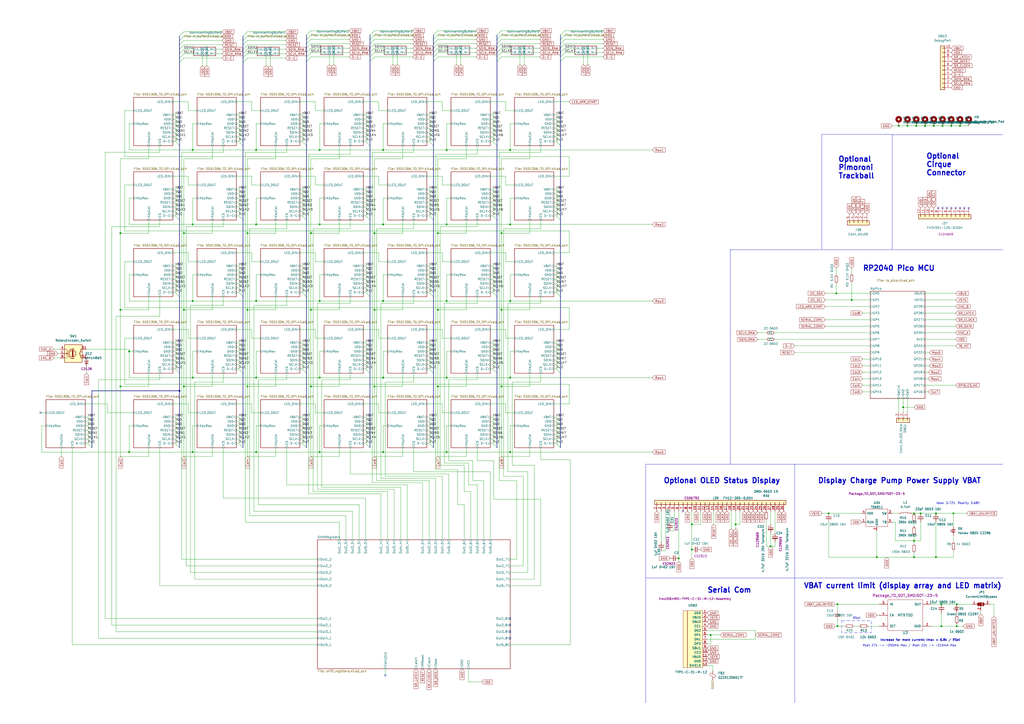
<source format=kicad_sch>
(kicad_sch (version 20230121) (generator eeschema)
  (paper "A2")
  (title_block (title "PolyKybd Split72 R") (date "2024-01-24") (rev "3.1"))
  (junction (at 259.08 219.075))
  (junction (at 104.14 226.695))
  (junction (at 185.42 130.175))
  (junction (at 546.1 363.22))
  (junction (at 69.85 224.155))
  (junction (at 148.59 130.175))
  (junction (at 401.32 304.165))
  (junction (at 401.32 318.77))
  (junction (at 534.035 297.815))
  (junction (at 523.875 236.22))
  (junction (at 290.83 179.705))
  (junction (at 217.17 224.155))
  (junction (at 412.242 368.3))
  (junction (at 222.25 130.175))
  (junction (at 106.68 224.155))
  (junction (at 69.85 135.255))
  (junction (at 69.85 179.705))
  (junction (at 530.225 297.815))
  (junction (at 222.25 219.075))
  (junction (at 447.04 316.865))
  (junction (at 542.925 323.215))
  (junction (at 111.76 86.995))
  (junction (at 148.59 262.255))
  (junction (at 536.575 73.025))
  (junction (at 222.25 86.995))
  (junction (at 148.59 219.075))
  (junction (at 222.25 174.625))
  (junction (at 290.83 224.155))
  (junction (at 485.775 363.22))
  (junction (at 290.83 135.255))
  (junction (at 185.42 86.995))
  (junction (at 551.815 73.025))
  (junction (at 521.335 73.025))
  (junction (at 546.735 73.025))
  (junction (at 254 135.255))
  (junction (at 485.14 170.18))
  (junction (at 541.655 73.025))
  (junction (at 295.91 130.175))
  (junction (at 530.225 323.215))
  (junction (at 553.085 297.815))
  (junction (at 180.34 179.705))
  (junction (at 111.76 219.075))
  (junction (at 259.08 262.255))
  (junction (at 148.59 174.625))
  (junction (at 185.42 174.625))
  (junction (at 393.7 323.85))
  (junction (at 426.72 304.165))
  (junction (at 530.225 313.69))
  (junction (at 143.51 224.155))
  (junction (at 295.91 262.255))
  (junction (at 295.91 86.995))
  (junction (at 485.775 350.52))
  (junction (at 508.635 323.215))
  (junction (at 295.91 219.075))
  (junction (at 111.76 174.625))
  (junction (at 254 179.705))
  (junction (at 295.91 174.625))
  (junction (at 259.08 86.995))
  (junction (at 259.08 130.175))
  (junction (at 106.68 179.705))
  (junction (at 254 224.155))
  (junction (at 554.99 363.22))
  (junction (at 185.42 262.255))
  (junction (at 148.59 86.995))
  (junction (at 526.415 73.025))
  (junction (at 217.17 179.705))
  (junction (at 222.25 262.255))
  (junction (at 111.76 130.175))
  (junction (at 74.93 203.835))
  (junction (at 494.03 173.99))
  (junction (at 185.42 219.075))
  (junction (at 546.1 350.52))
  (junction (at 180.34 135.255))
  (junction (at 143.51 179.705))
  (junction (at 480.695 297.815))
  (junction (at 143.51 135.255))
  (junction (at 180.34 224.155))
  (junction (at 111.76 262.255))
  (junction (at 106.68 135.255))
  (junction (at 217.17 135.255))
  (junction (at 531.495 73.025))
  (junction (at 259.08 174.625))
  (junction (at 556.895 73.025))
  (junction (at 554.99 350.52))
  (junction (at 542.925 297.815))
  (junction (at 74.93 262.255))
  (no_connect (at 23.495 239.395))
  (no_connect (at 295.91 358.775))
  (no_connect (at 295.91 362.585))
  (no_connect (at 295.91 366.395))
  (no_connect (at 295.91 370.205))
  (no_connect (at 396.24 296.545))
  (no_connect (at 223.52 391.795))
  (no_connect (at 544.195 120.65))
  (no_connect (at 561.975 120.65))
  (no_connect (at 559.435 120.65))
  (no_connect (at 551.815 120.65))
  (no_connect (at 549.275 120.65))
  (no_connect (at 546.735 120.65))
  (no_connect (at 556.895 120.65))
  (no_connect (at 554.355 120.65))
  (bus_entry (at 285.75 213.995) (size 2.54 2.54))
  (bus_entry (at 285.75 203.835) (size 2.54 2.54))
  (bus_entry (at 212.09 254.635) (size 2.54 2.54))
  (bus_entry (at 248.92 66.675) (size 2.54 2.54))
  (bus_entry (at 101.6 117.475) (size 2.54 2.54))
  (bus_entry (at 322.58 76.835) (size 2.54 2.54))
  (bus_entry (at 138.43 71.755) (size 2.54 2.54))
  (bus_entry (at 175.26 247.015) (size 2.54 2.54))
  (bus_entry (at 325.12 22.86) (size 2.54 -2.54))
  (bus_entry (at 50.8 244.475) (size 2.54 2.54))
  (bus_entry (at 322.58 120.015) (size 2.54 2.54))
  (bus_entry (at 50.8 247.015) (size 2.54 2.54))
  (bus_entry (at 248.92 161.925) (size 2.54 2.54))
  (bus_entry (at 212.09 203.835) (size 2.54 2.54))
  (bus_entry (at 285.75 254.635) (size 2.54 2.54))
  (bus_entry (at 138.43 81.915) (size 2.54 2.54))
  (bus_entry (at 101.6 112.395) (size 2.54 2.54))
  (bus_entry (at 101.6 156.845) (size 2.54 2.54))
  (bus_entry (at 212.09 74.295) (size 2.54 2.54))
  (bus_entry (at 138.43 203.835) (size 2.54 2.54))
  (bus_entry (at 140.97 26.035) (size 2.54 -2.54))
  (bus_entry (at 101.6 208.915) (size 2.54 2.54))
  (bus_entry (at 322.58 201.295) (size 2.54 2.54))
  (bus_entry (at 248.92 156.845) (size 2.54 2.54))
  (bus_entry (at 285.75 241.935) (size 2.54 2.54))
  (bus_entry (at 177.8 20.32) (size 2.54 -2.54))
  (bus_entry (at 248.92 120.015) (size 2.54 2.54))
  (bus_entry (at 175.26 76.835) (size 2.54 2.54))
  (bus_entry (at 177.8 22.86) (size 2.54 -2.54))
  (bus_entry (at 212.09 206.375) (size 2.54 2.54))
  (bus_entry (at 285.75 125.095) (size 2.54 2.54))
  (bus_entry (at 322.58 81.915) (size 2.54 2.54))
  (bus_entry (at 285.75 109.855) (size 2.54 2.54))
  (bus_entry (at 248.92 76.835) (size 2.54 2.54))
  (bus_entry (at 177.8 33.02) (size 2.54 -2.54))
  (bus_entry (at 322.58 66.675) (size 2.54 2.54))
  (bus_entry (at 212.09 69.215) (size 2.54 2.54))
  (bus_entry (at 248.92 114.935) (size 2.54 2.54))
  (bus_entry (at 101.6 114.935) (size 2.54 2.54))
  (bus_entry (at 212.09 244.475) (size 2.54 2.54))
  (bus_entry (at 138.43 69.215) (size 2.54 2.54))
  (bus_entry (at 214.63 22.86) (size 2.54 -2.54))
  (bus_entry (at 322.58 112.395) (size 2.54 2.54))
  (bus_entry (at 212.09 112.395) (size 2.54 2.54))
  (bus_entry (at 212.09 71.755) (size 2.54 2.54))
  (bus_entry (at 285.75 112.395) (size 2.54 2.54))
  (bus_entry (at 322.58 257.175) (size 2.54 2.54))
  (bus_entry (at 175.26 112.395) (size 2.54 2.54))
  (bus_entry (at 101.6 211.455) (size 2.54 2.54))
  (bus_entry (at 175.26 161.925) (size 2.54 2.54))
  (bus_entry (at 285.75 198.755) (size 2.54 2.54))
  (bus_entry (at 138.43 211.455) (size 2.54 2.54))
  (bus_entry (at 212.09 257.175) (size 2.54 2.54))
  (bus_entry (at 212.09 122.555) (size 2.54 2.54))
  (bus_entry (at 248.92 109.855) (size 2.54 2.54))
  (bus_entry (at 322.58 71.755) (size 2.54 2.54))
  (bus_entry (at 175.26 249.555) (size 2.54 2.54))
  (bus_entry (at 212.09 161.925) (size 2.54 2.54))
  (bus_entry (at 322.58 125.095) (size 2.54 2.54))
  (bus_entry (at 325.12 33.02) (size 2.54 -2.54))
  (bus_entry (at 285.75 161.925) (size 2.54 2.54))
  (bus_entry (at 175.26 252.095) (size 2.54 2.54))
  (bus_entry (at 285.75 244.475) (size 2.54 2.54))
  (bus_entry (at 212.09 169.545) (size 2.54 2.54))
  (bus_entry (at 212.09 76.835) (size 2.54 2.54))
  (bus_entry (at 138.43 206.375) (size 2.54 2.54))
  (bus_entry (at 138.43 252.095) (size 2.54 2.54))
  (bus_entry (at 322.58 167.005) (size 2.54 2.54))
  (bus_entry (at 248.92 117.475) (size 2.54 2.54))
  (bus_entry (at 248.92 79.375) (size 2.54 2.54))
  (bus_entry (at 138.43 201.295) (size 2.54 2.54))
  (bus_entry (at 177.8 30.48) (size 2.54 -2.54))
  (bus_entry (at 175.26 206.375) (size 2.54 2.54))
  (bus_entry (at 285.75 117.475) (size 2.54 2.54))
  (bus_entry (at 50.8 241.935) (size 2.54 2.54))
  (bus_entry (at 248.92 249.555) (size 2.54 2.54))
  (bus_entry (at 251.46 20.32) (size 2.54 -2.54))
  (bus_entry (at 138.43 74.295) (size 2.54 2.54))
  (bus_entry (at 104.14 33.655) (size 2.54 -2.54))
  (bus_entry (at 248.92 122.555) (size 2.54 2.54))
  (bus_entry (at 322.58 203.835) (size 2.54 2.54))
  (bus_entry (at 285.75 252.095) (size 2.54 2.54))
  (bus_entry (at 138.43 76.835) (size 2.54 2.54))
  (bus_entry (at 101.6 154.305) (size 2.54 2.54))
  (bus_entry (at 104.14 28.575) (size 2.54 -2.54))
  (bus_entry (at 322.58 74.295) (size 2.54 2.54))
  (bus_entry (at 285.75 167.005) (size 2.54 2.54))
  (bus_entry (at 175.26 66.675) (size 2.54 2.54))
  (bus_entry (at 175.26 257.175) (size 2.54 2.54))
  (bus_entry (at 322.58 117.475) (size 2.54 2.54))
  (bus_entry (at 322.58 249.555) (size 2.54 2.54))
  (bus_entry (at 322.58 114.935) (size 2.54 2.54))
  (bus_entry (at 138.43 244.475) (size 2.54 2.54))
  (bus_entry (at 175.26 81.915) (size 2.54 2.54))
  (bus_entry (at 248.92 198.755) (size 2.54 2.54))
  (bus_entry (at 175.26 125.095) (size 2.54 2.54))
  (bus_entry (at 248.92 154.305) (size 2.54 2.54))
  (bus_entry (at 322.58 241.935) (size 2.54 2.54))
  (bus_entry (at 177.8 25.4) (size 2.54 -2.54))
  (bus_entry (at 248.92 71.755) (size 2.54 2.54))
  (bus_entry (at 101.6 109.855) (size 2.54 2.54))
  (bus_entry (at 212.09 156.845) (size 2.54 2.54))
  (bus_entry (at 101.6 167.005) (size 2.54 2.54))
  (bus_entry (at 50.8 252.095) (size 2.54 2.54))
  (bus_entry (at 138.43 257.175) (size 2.54 2.54))
  (bus_entry (at 285.75 81.915) (size 2.54 2.54))
  (bus_entry (at 212.09 252.095) (size 2.54 2.54))
  (bus_entry (at 175.26 241.935) (size 2.54 2.54))
  (bus_entry (at 212.09 154.305) (size 2.54 2.54))
  (bus_entry (at 104.14 26.035) (size 2.54 -2.54))
  (bus_entry (at 285.75 169.545) (size 2.54 2.54))
  (bus_entry (at 104.14 23.495) (size 2.54 -2.54))
  (bus_entry (at 288.29 35.56) (size 2.54 -2.54))
  (bus_entry (at 322.58 164.465) (size 2.54 2.54))
  (bus_entry (at 138.43 122.555) (size 2.54 2.54))
  (bus_entry (at 175.26 114.935) (size 2.54 2.54))
  (bus_entry (at 175.26 122.555) (size 2.54 2.54))
  (bus_entry (at 285.75 76.835) (size 2.54 2.54))
  (bus_entry (at 140.97 36.195) (size 2.54 -2.54))
  (bus_entry (at 138.43 79.375) (size 2.54 2.54))
  (bus_entry (at 101.6 241.935) (size 2.54 2.54))
  (bus_entry (at 140.97 23.495) (size 2.54 -2.54))
  (bus_entry (at 212.09 208.915) (size 2.54 2.54))
  (bus_entry (at 285.75 69.215) (size 2.54 2.54))
  (bus_entry (at 212.09 198.755) (size 2.54 2.54))
  (bus_entry (at 212.09 247.015) (size 2.54 2.54))
  (bus_entry (at 138.43 114.935) (size 2.54 2.54))
  (bus_entry (at 322.58 206.375) (size 2.54 2.54))
  (bus_entry (at 325.12 20.32) (size 2.54 -2.54))
  (bus_entry (at 138.43 117.475) (size 2.54 2.54))
  (bus_entry (at 322.58 211.455) (size 2.54 2.54))
  (bus_entry (at 175.26 208.915) (size 2.54 2.54))
  (bus_entry (at 138.43 254.635) (size 2.54 2.54))
  (bus_entry (at 175.26 254.635) (size 2.54 2.54))
  (bus_entry (at 212.09 120.015) (size 2.54 2.54))
  (bus_entry (at 138.43 213.995) (size 2.54 2.54))
  (bus_entry (at 138.43 112.395) (size 2.54 2.54))
  (bus_entry (at 214.63 30.48) (size 2.54 -2.54))
  (bus_entry (at 175.26 203.835) (size 2.54 2.54))
  (bus_entry (at 138.43 249.555) (size 2.54 2.54))
  (bus_entry (at 248.92 74.295) (size 2.54 2.54))
  (bus_entry (at 140.97 33.655) (size 2.54 -2.54))
  (bus_entry (at 50.8 249.555) (size 2.54 2.54))
  (bus_entry (at 322.58 69.215) (size 2.54 2.54))
  (bus_entry (at 177.8 27.94) (size 2.54 -2.54))
  (bus_entry (at 138.43 167.005) (size 2.54 2.54))
  (bus_entry (at 322.58 213.995) (size 2.54 2.54))
  (bus_entry (at 212.09 114.935) (size 2.54 2.54))
  (bus_entry (at 288.29 30.48) (size 2.54 -2.54))
  (bus_entry (at 104.14 36.195) (size 2.54 -2.54))
  (bus_entry (at 214.63 20.32) (size 2.54 -2.54))
  (bus_entry (at 212.09 167.005) (size 2.54 2.54))
  (bus_entry (at 248.92 159.385) (size 2.54 2.54))
  (bus_entry (at 285.75 66.675) (size 2.54 2.54))
  (bus_entry (at 288.29 33.02) (size 2.54 -2.54))
  (bus_entry (at 175.26 198.755) (size 2.54 2.54))
  (bus_entry (at 138.43 154.305) (size 2.54 2.54))
  (bus_entry (at 322.58 254.635) (size 2.54 2.54))
  (bus_entry (at 248.92 169.545) (size 2.54 2.54))
  (bus_entry (at 175.26 120.015) (size 2.54 2.54))
  (bus_entry (at 248.92 206.375) (size 2.54 2.54))
  (bus_entry (at 101.6 249.555) (size 2.54 2.54))
  (bus_entry (at 248.92 213.995) (size 2.54 2.54))
  (bus_entry (at 248.92 244.475) (size 2.54 2.54))
  (bus_entry (at 212.09 66.675) (size 2.54 2.54))
  (bus_entry (at 175.26 213.995) (size 2.54 2.54))
  (bus_entry (at 322.58 208.915) (size 2.54 2.54))
  (bus_entry (at 288.29 25.4) (size 2.54 -2.54))
  (bus_entry (at 322.58 154.305) (size 2.54 2.54))
  (bus_entry (at 322.58 244.475) (size 2.54 2.54))
  (bus_entry (at 248.92 164.465) (size 2.54 2.54))
  (bus_entry (at 212.09 211.455) (size 2.54 2.54))
  (bus_entry (at 322.58 198.755) (size 2.54 2.54))
  (bus_entry (at 175.26 169.545) (size 2.54 2.54))
  (bus_entry (at 104.14 31.115) (size 2.54 -2.54))
  (bus_entry (at 322.58 169.545) (size 2.54 2.54))
  (bus_entry (at 248.92 247.015) (size 2.54 2.54))
  (bus_entry (at 285.75 206.375) (size 2.54 2.54))
  (bus_entry (at 214.63 25.4) (size 2.54 -2.54))
  (bus_entry (at 175.26 201.295) (size 2.54 2.54))
  (bus_entry (at 212.09 213.995) (size 2.54 2.54))
  (bus_entry (at 325.12 25.4) (size 2.54 -2.54))
  (bus_entry (at 285.75 156.845) (size 2.54 2.54))
  (bus_entry (at 101.6 247.015) (size 2.54 2.54))
  (bus_entry (at 138.43 198.755) (size 2.54 2.54))
  (bus_entry (at 248.92 254.635) (size 2.54 2.54))
  (bus_entry (at 138.43 247.015) (size 2.54 2.54))
  (bus_entry (at 138.43 169.545) (size 2.54 2.54))
  (bus_entry (at 248.92 203.835) (size 2.54 2.54))
  (bus_entry (at 101.6 164.465) (size 2.54 2.54))
  (bus_entry (at 140.97 31.115) (size 2.54 -2.54))
  (bus_entry (at 248.92 257.175) (size 2.54 2.54))
  (bus_entry (at 285.75 164.465) (size 2.54 2.54))
  (bus_entry (at 138.43 66.675) (size 2.54 2.54))
  (bus_entry (at 248.92 112.395) (size 2.54 2.54))
  (bus_entry (at 214.63 27.94) (size 2.54 -2.54))
  (bus_entry (at 288.29 20.32) (size 2.54 -2.54))
  (bus_entry (at 175.26 211.455) (size 2.54 2.54))
  (bus_entry (at 101.6 252.095) (size 2.54 2.54))
  (bus_entry (at 285.75 120.015) (size 2.54 2.54))
  (bus_entry (at 175.26 109.855) (size 2.54 2.54))
  (bus_entry (at 138.43 156.845) (size 2.54 2.54))
  (bus_entry (at 175.26 74.295) (size 2.54 2.54))
  (bus_entry (at 251.46 22.86) (size 2.54 -2.54))
  (bus_entry (at 101.6 122.555) (size 2.54 2.54))
  (bus_entry (at 212.09 249.555) (size 2.54 2.54))
  (bus_entry (at 322.58 79.375) (size 2.54 2.54))
  (bus_entry (at 248.92 125.095) (size 2.54 2.54))
  (bus_entry (at 104.14 20.955) (size 2.54 -2.54))
  (bus_entry (at 288.29 27.94) (size 2.54 -2.54))
  (bus_entry (at 285.75 122.555) (size 2.54 2.54))
  (bus_entry (at 101.6 161.925) (size 2.54 2.54))
  (bus_entry (at 212.09 79.375) (size 2.54 2.54))
  (bus_entry (at 285.75 201.295) (size 2.54 2.54))
  (bus_entry (at 322.58 247.015) (size 2.54 2.54))
  (bus_entry (at 175.26 164.465) (size 2.54 2.54))
  (bus_entry (at 101.6 125.095) (size 2.54 2.54))
  (bus_entry (at 322.58 156.845) (size 2.54 2.54))
  (bus_entry (at 285.75 208.915) (size 2.54 2.54))
  (bus_entry (at 175.26 167.005) (size 2.54 2.54))
  (bus_entry (at 212.09 164.465) (size 2.54 2.54))
  (bus_entry (at 248.92 167.005) (size 2.54 2.54))
  (bus_entry (at 251.46 30.48) (size 2.54 -2.54))
  (bus_entry (at 175.26 71.755) (size 2.54 2.54))
  (bus_entry (at 212.09 241.935) (size 2.54 2.54))
  (bus_entry (at 138.43 161.925) (size 2.54 2.54))
  (bus_entry (at 251.46 35.56) (size 2.54 -2.54))
  (bus_entry (at 212.09 201.295) (size 2.54 2.54))
  (bus_entry (at 285.75 74.295) (size 2.54 2.54))
  (bus_entry (at 285.75 211.455) (size 2.54 2.54))
  (bus_entry (at 138.43 208.915) (size 2.54 2.54))
  (bus_entry (at 248.92 81.915) (size 2.54 2.54))
  (bus_entry (at 101.6 79.375) (size 2.54 2.54))
  (bus_entry (at 101.6 81.915) (size 2.54 2.54))
  (bus_entry (at 101.6 74.295) (size 2.54 2.54))
  (bus_entry (at 101.6 76.835) (size 2.54 2.54))
  (bus_entry (at 101.6 69.215) (size 2.54 2.54))
  (bus_entry (at 101.6 71.755) (size 2.54 2.54))
  (bus_entry (at 101.6 66.675) (size 2.54 2.54))
  (bus_entry (at 285.75 114.935) (size 2.54 2.54))
  (bus_entry (at 175.26 159.385) (size 2.54 2.54))
  (bus_entry (at 140.97 28.575) (size 2.54 -2.54))
  (bus_entry (at 285.75 247.015) (size 2.54 2.54))
  (bus_entry (at 101.6 120.015) (size 2.54 2.54))
  (bus_entry (at 212.09 125.095) (size 2.54 2.54))
  (bus_entry (at 175.26 154.305) (size 2.54 2.54))
  (bus_entry (at 285.75 159.385) (size 2.54 2.54))
  (bus_entry (at 140.97 20.955) (size 2.54 -2.54))
  (bus_entry (at 288.29 22.86) (size 2.54 -2.54))
  (bus_entry (at 285.75 154.305) (size 2.54 2.54))
  (bus_entry (at 138.43 125.095) (size 2.54 2.54))
  (bus_entry (at 101.6 169.545) (size 2.54 2.54))
  (bus_entry (at 175.26 244.475) (size 2.54 2.54))
  (bus_entry (at 285.75 257.175) (size 2.54 2.54))
  (bus_entry (at 101.6 213.995) (size 2.54 2.54))
  (bus_entry (at 177.8 35.56) (size 2.54 -2.54))
  (bus_entry (at 138.43 109.855) (size 2.54 2.54))
  (bus_entry (at 285.75 79.375) (size 2.54 2.54))
  (bus_entry (at 322.58 161.925) (size 2.54 2.54))
  (bus_entry (at 248.92 252.095) (size 2.54 2.54))
  (bus_entry (at 138.43 164.465) (size 2.54 2.54))
  (bus_entry (at 248.92 201.295) (size 2.54 2.54))
  (bus_entry (at 285.75 249.555) (size 2.54 2.54))
  (bus_entry (at 101.6 159.385) (size 2.54 2.54))
  (bus_entry (at 138.43 241.935) (size 2.54 2.54))
  (bus_entry (at 322.58 159.385) (size 2.54 2.54))
  (bus_entry (at 322.58 252.095) (size 2.54 2.54))
  (bus_entry (at 214.63 35.56) (size 2.54 -2.54))
  (bus_entry (at 325.12 30.48) (size 2.54 -2.54))
  (bus_entry (at 285.75 71.755) (size 2.54 2.54))
  (bus_entry (at 175.26 117.475) (size 2.54 2.54))
  (bus_entry (at 101.6 198.755) (size 2.54 2.54))
  (bus_entry (at 50.8 257.175) (size 2.54 2.54))
  (bus_entry (at 248.92 211.455) (size 2.54 2.54))
  (bus_entry (at 50.8 254.635) (size 2.54 2.54))
  (bus_entry (at 101.6 257.175) (size 2.54 2.54))
  (bus_entry (at 175.26 79.375) (size 2.54 2.54))
  (bus_entry (at 248.92 241.935) (size 2.54 2.54))
  (bus_entry (at 212.09 109.855) (size 2.54 2.54))
  (bus_entry (at 248.92 208.915) (size 2.54 2.54))
  (bus_entry (at 212.09 117.475) (size 2.54 2.54))
  (bus_entry (at 251.46 33.02) (size 2.54 -2.54))
  (bus_entry (at 322.58 122.555) (size 2.54 2.54))
  (bus_entry (at 214.63 33.02) (size 2.54 -2.54))
  (bus_entry (at 248.92 69.215) (size 2.54 2.54))
  (bus_entry (at 101.6 201.295) (size 2.54 2.54))
  (bus_entry (at 322.58 109.855) (size 2.54 2.54))
  (bus_entry (at 325.12 27.94) (size 2.54 -2.54))
  (bus_entry (at 212.09 159.385) (size 2.54 2.54))
  (bus_entry (at 101.6 206.375) (size 2.54 2.54))
  (bus_entry (at 251.46 25.4) (size 2.54 -2.54))
  (bus_entry (at 101.6 203.835) (size 2.54 2.54))
  (bus_entry (at 138.43 159.385) (size 2.54 2.54))
  (bus_entry (at 212.09 81.915) (size 2.54 2.54))
  (bus_entry (at 251.46 27.94) (size 2.54 -2.54))
  (bus_entry (at 175.26 69.215) (size 2.54 2.54))
  (bus_entry (at 138.43 120.015) (size 2.54 2.54))
  (bus_entry (at 325.12 35.56) (size 2.54 -2.54))
  (bus_entry (at 101.6 244.475) (size 2.54 2.54))
  (bus_entry (at 175.26 156.845) (size 2.54 2.54))
  (bus_entry (at 101.6 254.635) (size 2.54 2.54))
  (wire (pts (xy 447.04 316.865) (xy 449.58 316.865)))
  (wire (pts (xy 173.99 247.015) (xy 175.26 247.015)))
  (wire (pts (xy 295.91 159.385) (xy 298.45 159.385)))
  (bus (pts (xy 140.97 26.035) (xy 140.97 28.575)))
  (bus (pts (xy 104.14 117.475) (xy 104.14 114.935)))
  (wire (pts (xy 86.36 264.795) (xy 86.36 259.715)))
  (wire (pts (xy 173.99 254.635) (xy 175.26 254.635)))
  (wire (pts (xy 173.99 120.015) (xy 175.26 120.015)))
  (wire (pts (xy 330.2 178.435) (xy 330.2 191.135)))
  (bus (pts (xy 288.29 35.56) (xy 288.29 69.215)))
  (wire (pts (xy 187.96 107.315) (xy 182.88 107.315)))
  (wire (pts (xy 57.15 370.205) (xy 184.15 370.205)))
  (wire (pts (xy 200.66 299.085) (xy 144.78 299.085)))
  (wire (pts (xy 295.91 114.935) (xy 298.45 114.935)))
  (bus (pts (xy 140.97 247.015) (xy 140.97 244.475)))
  (wire (pts (xy 151.13 239.395) (xy 146.05 239.395)))
  (wire (pts (xy 295.91 174.625) (xy 378.46 174.625)))
  (wire (pts (xy 109.22 239.395) (xy 109.22 234.315)))
  (bus (pts (xy 104.14 211.455) (xy 104.14 213.995)))
  (wire (pts (xy 265.43 292.735) (xy 265.43 272.415)))
  (wire (pts (xy 224.79 151.765) (xy 219.71 151.765)))
  (wire (pts (xy 478.79 185.42) (xy 504.825 185.42)))
  (bus (pts (xy 251.46 213.995) (xy 251.46 211.455)))
  (wire (pts (xy 187.96 196.215) (xy 182.88 196.215)))
  (wire (pts (xy 309.245 30.48) (xy 313.055 30.48)))
  (wire (pts (xy 92.71 216.535) (xy 92.71 220.345)))
  (wire (pts (xy 412.242 368.3) (xy 417.83 368.3)))
  (bus (pts (xy 53.34 226.695) (xy 53.34 244.475)))
  (bus (pts (xy 104.14 252.095) (xy 104.14 249.555)))
  (wire (pts (xy 327.66 25.4) (xy 349.885 25.4)))
  (wire (pts (xy 247.65 249.555) (xy 248.92 249.555)))
  (wire (pts (xy 74.93 219.075) (xy 111.76 219.075)))
  (wire (pts (xy 290.83 264.795) (xy 307.34 264.795)))
  (wire (pts (xy 137.16 247.015) (xy 138.43 247.015)))
  (wire (pts (xy 180.34 22.86) (xy 202.565 22.86)))
  (bus (pts (xy 104.14 36.195) (xy 104.14 69.215)))
  (bus (pts (xy 251.46 84.455) (xy 251.46 112.395)))
  (wire (pts (xy 160.02 179.705) (xy 143.51 179.705)))
  (wire (pts (xy 186.69 220.345) (xy 203.2 220.345)))
  (bus (pts (xy 177.8 20.32) (xy 177.8 22.86)))
  (bus (pts (xy 288.29 33.02) (xy 288.29 35.56)))
  (wire (pts (xy 72.39 90.805) (xy 330.2 90.805)))
  (bus (pts (xy 104.14 81.915) (xy 104.14 79.375)))
  (bus (pts (xy 104.14 226.695) (xy 104.14 244.475)))
  (wire (pts (xy 292.1 132.715) (xy 313.69 132.715)))
  (wire (pts (xy 100.33 203.835) (xy 101.6 203.835)))
  (wire (pts (xy 173.99 159.385) (xy 175.26 159.385)))
  (wire (pts (xy 186.69 282.575) (xy 186.69 220.345)))
  (bus (pts (xy 177.8 206.375) (xy 177.8 208.915)))
  (wire (pts (xy 137.16 234.315) (xy 146.05 234.315)))
  (wire (pts (xy 210.82 109.855) (xy 212.09 109.855)))
  (wire (pts (xy 321.31 241.935) (xy 322.58 241.935)))
  (wire (pts (xy 185.42 71.755) (xy 187.96 71.755)))
  (bus (pts (xy 325.12 22.86) (xy 325.12 25.4)))
  (wire (pts (xy 410.21 368.3) (xy 412.242 368.3)))
  (bus (pts (xy 104.14 117.475) (xy 104.14 120.015)))
  (bus (pts (xy 325.12 211.455) (xy 325.12 208.915)))
  (bus (pts (xy 140.97 125.095) (xy 140.97 122.555)))
  (bus (pts (xy 177.8 257.175) (xy 177.8 254.635)))
  (wire (pts (xy 77.47 107.315) (xy 72.39 107.315)))
  (wire (pts (xy 210.82 203.835) (xy 212.09 203.835)))
  (wire (pts (xy 406.4 304.165) (xy 401.32 304.165)))
  (wire (pts (xy 111.76 203.835) (xy 114.3 203.835)))
  (wire (pts (xy 210.82 114.935) (xy 212.09 114.935)))
  (wire (pts (xy 173.99 206.375) (xy 175.26 206.375)))
  (wire (pts (xy 100.33 234.315) (xy 109.22 234.315)))
  (bus (pts (xy 140.97 203.835) (xy 140.97 206.375)))
  (bus (pts (xy 251.46 125.095) (xy 251.46 122.555)))
  (wire (pts (xy 254 30.48) (xy 259.715 30.48)))
  (wire (pts (xy 292.1 276.225) (xy 292.1 132.715)))
  (wire (pts (xy 248.92 278.765) (xy 218.44 278.765)))
  (bus (pts (xy 214.63 122.555) (xy 214.63 120.015)))
  (bus (pts (xy 214.63 169.545) (xy 214.63 167.005)))
  (wire (pts (xy 23.495 239.395) (xy 26.67 239.395)))
  (wire (pts (xy 270.51 264.795) (xy 270.51 259.715)))
  (wire (pts (xy 530.225 297.815) (xy 534.035 297.815)))
  (wire (pts (xy 210.82 247.015) (xy 212.09 247.015)))
  (wire (pts (xy 247.65 208.915) (xy 248.92 208.915)))
  (bus (pts (xy 104.14 84.455) (xy 104.14 112.395)))
  (polyline (pts (xy 374.65 335.28) (xy 374.65 407.67)))
  (wire (pts (xy 222.25 247.015) (xy 222.25 262.255)))
  (bus (pts (xy 214.63 206.375) (xy 214.63 203.835)))
  (wire (pts (xy 551.815 73.025) (xy 556.895 73.025)))
  (wire (pts (xy 284.48 201.295) (xy 285.75 201.295)))
  (wire (pts (xy 166.37 220.345) (xy 166.37 216.535)))
  (wire (pts (xy 129.54 288.925) (xy 212.09 288.925)))
  (bus (pts (xy 214.63 213.995) (xy 214.63 216.535)))
  (wire (pts (xy 210.82 244.475) (xy 212.09 244.475)))
  (wire (pts (xy 220.98 175.895) (xy 240.03 175.895)))
  (wire (pts (xy 137.16 74.295) (xy 138.43 74.295)))
  (wire (pts (xy 284.48 122.555) (xy 285.75 122.555)))
  (wire (pts (xy 254 224.155) (xy 254 264.795)))
  (wire (pts (xy 173.99 69.215) (xy 175.26 69.215)))
  (wire (pts (xy 106.68 18.415) (xy 128.905 18.415)))
  (wire (pts (xy 426.72 296.545) (xy 426.72 304.165)))
  (bus (pts (xy 177.8 22.86) (xy 177.8 25.4)))
  (wire (pts (xy 261.62 196.215) (xy 256.54 196.215)))
  (bus (pts (xy 177.8 208.915) (xy 177.8 211.455)))
  (wire (pts (xy 401.32 304.165) (xy 401.32 318.77)))
  (bus (pts (xy 214.63 203.835) (xy 214.63 201.295)))
  (wire (pts (xy 259.08 219.075) (xy 295.91 219.075)))
  (bus (pts (xy 251.46 81.915) (xy 251.46 79.375)))
  (wire (pts (xy 217.17 33.02) (xy 239.395 33.02)))
  (wire (pts (xy 290.83 92.075) (xy 290.83 135.255)))
  (wire (pts (xy 500.38 181.61) (xy 504.825 181.61)))
  (wire (pts (xy 210.82 159.385) (xy 212.09 159.385)))
  (bus (pts (xy 104.14 79.375) (xy 104.14 76.835)))
  (bus (pts (xy 177.8 167.005) (xy 177.8 169.545)))
  (bus (pts (xy 251.46 161.925) (xy 251.46 159.385)))
  (wire (pts (xy 247.65 213.995) (xy 248.92 213.995)))
  (bus (pts (xy 214.63 159.385) (xy 214.63 156.845)))
  (wire (pts (xy 256.54 239.395) (xy 256.54 234.315)))
  (wire (pts (xy 546.735 73.025) (xy 551.815 73.025)))
  (bus (pts (xy 177.8 114.935) (xy 177.8 112.395)))
  (wire (pts (xy 137.16 208.915) (xy 138.43 208.915)))
  (bus (pts (xy 325.12 172.085) (xy 325.12 169.545)))
  (wire (pts (xy 180.34 224.155) (xy 180.34 264.795)))
  (wire (pts (xy 100.33 66.675) (xy 101.6 66.675)))
  (wire (pts (xy 210.82 254.635) (xy 212.09 254.635)))
  (wire (pts (xy 148.59 114.935) (xy 148.59 130.175)))
  (bus (pts (xy 251.46 127.635) (xy 251.46 156.845)))
  (wire (pts (xy 100.33 213.995) (xy 101.6 213.995)))
  (wire (pts (xy 218.44 132.715) (xy 240.03 132.715)))
  (wire (pts (xy 111.76 247.015) (xy 111.76 262.255)))
  (wire (pts (xy 173.99 198.755) (xy 175.26 198.755)))
  (wire (pts (xy 173.99 167.005) (xy 175.26 167.005)))
  (wire (pts (xy 100.33 146.685) (xy 109.22 146.685)))
  (bus (pts (xy 140.97 71.755) (xy 140.97 69.215)))
  (wire (pts (xy 222.25 130.175) (xy 259.08 130.175)))
  (wire (pts (xy 276.86 89.535) (xy 276.86 84.455)))
  (wire (pts (xy 210.82 69.215) (xy 212.09 69.215)))
  (wire (pts (xy 100.33 249.555) (xy 101.6 249.555)))
  (bus (pts (xy 140.97 74.295) (xy 140.97 71.755)))
  (wire (pts (xy 306.07 332.105) (xy 306.07 273.685)))
  (wire (pts (xy 284.48 164.465) (xy 285.75 164.465)))
  (bus (pts (xy 251.46 216.535) (xy 251.46 244.475)))
  (wire (pts (xy 276.86 220.345) (xy 276.86 216.535)))
  (wire (pts (xy 536.575 215.9) (xy 538.48 215.9)))
  (wire (pts (xy 303.53 328.295) (xy 303.53 276.225)))
  (wire (pts (xy 196.85 84.455) (xy 196.85 92.075)))
  (wire (pts (xy 114.3 151.765) (xy 109.22 151.765)))
  (wire (pts (xy 161.925 31.115) (xy 165.735 31.115)))
  (wire (pts (xy 114.3 64.135) (xy 109.22 64.135)))
  (wire (pts (xy 321.31 109.855) (xy 322.58 109.855)))
  (wire (pts (xy 222.25 159.385) (xy 222.25 174.625)))
  (wire (pts (xy 74.93 130.175) (xy 111.76 130.175)))
  (wire (pts (xy 261.62 151.765) (xy 256.54 151.765)))
  (wire (pts (xy 215.9 280.035) (xy 215.9 88.265)))
  (bus (pts (xy 214.63 22.86) (xy 214.63 25.4)))
  (wire (pts (xy 223.52 221.615) (xy 240.03 221.615)))
  (wire (pts (xy 270.51 179.705) (xy 254 179.705)))
  (bus (pts (xy 251.46 172.085) (xy 251.46 169.545)))
  (wire (pts (xy 137.16 125.095) (xy 138.43 125.095)))
  (wire (pts (xy 160.02 92.075) (xy 143.51 92.075)))
  (wire (pts (xy 413.385 386.08) (xy 410.21 386.08)))
  (wire (pts (xy 321.31 191.135) (xy 330.2 191.135)))
  (wire (pts (xy 137.16 102.235) (xy 146.05 102.235)))
  (wire (pts (xy 219.71 107.315) (xy 219.71 102.235)))
  (polyline (pts (xy 461.01 335.28) (xy 461.01 407.67)))
  (wire (pts (xy 259.08 247.015) (xy 259.08 262.255)))
  (wire (pts (xy 247.65 59.055) (xy 256.54 59.055)))
  (polyline (pts (xy 423.545 269.24) (xy 423.545 144.78)))
  (wire (pts (xy 173.99 114.935) (xy 175.26 114.935)))
  (wire (pts (xy 217.17 92.075) (xy 217.17 135.255)))
  (wire (pts (xy 210.82 252.095) (xy 212.09 252.095)))
  (wire (pts (xy 269.24 292.735) (xy 265.43 292.735)))
  (bus (pts (xy 104.14 211.455) (xy 104.14 208.915)))
  (wire (pts (xy 313.69 221.615) (xy 313.69 216.535)))
  (wire (pts (xy 148.59 71.755) (xy 148.59 86.995)))
  (wire (pts (xy 521.335 73.025) (xy 526.415 73.025)))
  (wire (pts (xy 100.33 74.295) (xy 101.6 74.295)))
  (wire (pts (xy 523.875 236.22) (xy 523.875 238.76)))
  (wire (pts (xy 530.225 320.675) (xy 530.225 323.215)))
  (wire (pts (xy 217.17 224.155) (xy 217.17 264.795)))
  (wire (pts (xy 151.13 107.315) (xy 146.05 107.315)))
  (bus (pts (xy 104.14 81.915) (xy 104.14 84.455)))
  (bus (pts (xy 288.29 161.925) (xy 288.29 159.385)))
  (wire (pts (xy 74.93 114.935) (xy 74.93 130.175)))
  (wire (pts (xy 295.91 71.755) (xy 295.91 86.995)))
  (bus (pts (xy 53.34 252.095) (xy 53.34 254.635)))
  (wire (pts (xy 478.79 170.18) (xy 485.14 170.18)))
  (wire (pts (xy 304.165 31.75) (xy 304.165 37.465)))
  (wire (pts (xy 41.91 259.715) (xy 41.91 374.015)))
  (bus (pts (xy 177.8 125.095) (xy 177.8 122.555)))
  (wire (pts (xy 530.225 302.895) (xy 530.225 305.435)))
  (bus (pts (xy 288.29 81.915) (xy 288.29 84.455)))
  (wire (pts (xy 313.69 266.7) (xy 313.69 259.715)))
  (bus (pts (xy 177.8 74.295) (xy 177.8 71.755)))
  (wire (pts (xy 321.31 161.925) (xy 322.58 161.925)))
  (wire (pts (xy 100.33 117.475) (xy 101.6 117.475)))
  (wire (pts (xy 290.83 17.78) (xy 313.055 17.78)))
  (wire (pts (xy 173.99 81.915) (xy 175.26 81.915)))
  (wire (pts (xy 284.48 167.005) (xy 285.75 167.005)))
  (wire (pts (xy 187.96 64.135) (xy 182.88 64.135)))
  (wire (pts (xy 299.72 324.485) (xy 299.72 278.765)))
  (bus (pts (xy 325.12 117.475) (xy 325.12 114.935)))
  (wire (pts (xy 173.99 234.315) (xy 182.88 234.315)))
  (wire (pts (xy 60.96 88.265) (xy 92.71 88.265)))
  (wire (pts (xy 330.835 374.015) (xy 330.835 266.7)))
  (bus (pts (xy 214.63 172.085) (xy 214.63 201.295)))
  (wire (pts (xy 100.33 167.005) (xy 101.6 167.005)))
  (wire (pts (xy 148.59 130.175) (xy 185.42 130.175)))
  (wire (pts (xy 542.925 302.895) (xy 542.925 323.215)))
  (wire (pts (xy 143.51 20.955) (xy 165.735 20.955)))
  (bus (pts (xy 251.46 259.715) (xy 251.46 257.175)))
  (wire (pts (xy 541.655 73.025) (xy 546.735 73.025)))
  (wire (pts (xy 166.37 84.455) (xy 166.37 88.265)))
  (wire (pts (xy 517.525 297.815) (xy 521.335 297.815)))
  (wire (pts (xy 182.88 239.395) (xy 182.88 234.315)))
  (bus (pts (xy 288.29 169.545) (xy 288.29 167.005)))
  (wire (pts (xy 289.56 278.765) (xy 289.56 88.265)))
  (wire (pts (xy 388.62 302.895) (xy 388.62 296.545)))
  (wire (pts (xy 137.16 206.375) (xy 138.43 206.375)))
  (wire (pts (xy 284.48 76.835) (xy 285.75 76.835)))
  (wire (pts (xy 137.16 109.855) (xy 138.43 109.855)))
  (wire (pts (xy 173.99 164.465) (xy 175.26 164.465)))
  (wire (pts (xy 330.2 133.985) (xy 330.2 146.685)))
  (wire (pts (xy 252.73 89.535) (xy 276.86 89.535)))
  (wire (pts (xy 293.37 64.135) (xy 293.37 59.055)))
  (wire (pts (xy 210.82 191.135) (xy 219.71 191.135)))
  (wire (pts (xy 271.78 268.605) (xy 257.81 268.605)))
  (wire (pts (xy 160.02 264.795) (xy 160.02 259.715)))
  (wire (pts (xy 106.68 26.035) (xy 128.905 26.035)))
  (wire (pts (xy 284.48 112.395) (xy 285.75 112.395)))
  (wire (pts (xy 24.13 262.255) (xy 74.93 262.255)))
  (wire (pts (xy 247.65 234.315) (xy 256.54 234.315)))
  (wire (pts (xy 210.82 257.175) (xy 212.09 257.175)))
  (bus (pts (xy 214.63 164.465) (xy 214.63 161.925)))
  (wire (pts (xy 222.25 71.755) (xy 222.25 86.995)))
  (wire (pts (xy 284.48 234.315) (xy 293.37 234.315)))
  (wire (pts (xy 259.08 203.835) (xy 261.62 203.835)))
  (wire (pts (xy 210.82 81.915) (xy 212.09 81.915)))
  (wire (pts (xy 123.19 179.705) (xy 106.68 179.705)))
  (wire (pts (xy 247.65 114.935) (xy 248.92 114.935)))
  (wire (pts (xy 295.91 328.295) (xy 303.53 328.295)))
  (wire (pts (xy 295.91 324.485) (xy 299.72 324.485)))
  (bus (pts (xy 177.8 161.925) (xy 177.8 164.465)))
  (wire (pts (xy 219.71 151.765) (xy 219.71 146.685)))
  (wire (pts (xy 60.96 358.775) (xy 184.15 358.775)))
  (wire (pts (xy 218.44 278.765) (xy 218.44 132.715)))
  (wire (pts (xy 219.71 239.395) (xy 219.71 234.315)))
  (wire (pts (xy 203.2 274.955) (xy 260.35 274.955)))
  (wire (pts (xy 321.31 112.395) (xy 322.58 112.395)))
  (wire (pts (xy 247.65 244.475) (xy 248.92 244.475)))
  (bus (pts (xy 214.63 211.455) (xy 214.63 208.915)))
  (wire (pts (xy 309.88 269.875) (xy 297.18 269.875)))
  (wire (pts (xy 137.16 191.135) (xy 146.05 191.135)))
  (wire (pts (xy 137.16 120.015) (xy 138.43 120.015)))
  (wire (pts (xy 270.51 135.255) (xy 254 135.255)))
  (wire (pts (xy 137.16 66.675) (xy 138.43 66.675)))
  (bus (pts (xy 140.97 81.915) (xy 140.97 79.375)))
  (bus (pts (xy 288.29 84.455) (xy 288.29 112.395)))
  (bus (pts (xy 104.14 76.835) (xy 104.14 74.295)))
  (wire (pts (xy 86.36 92.075) (xy 69.85 92.075)))
  (wire (pts (xy 77.47 196.215) (xy 72.39 196.215)))
  (wire (pts (xy 143.51 135.255) (xy 143.51 179.705)))
  (wire (pts (xy 224.79 64.135) (xy 219.71 64.135)))
  (bus (pts (xy 177.8 216.535) (xy 177.8 244.475)))
  (wire (pts (xy 106.68 135.255) (xy 106.68 179.705)))
  (wire (pts (xy 137.16 164.465) (xy 138.43 164.465)))
  (wire (pts (xy 540.385 363.22) (xy 546.1 363.22)))
  (wire (pts (xy 137.16 213.995) (xy 138.43 213.995)))
  (wire (pts (xy 137.16 254.635) (xy 138.43 254.635)))
  (wire (pts (xy 284.48 257.175) (xy 285.75 257.175)))
  (wire (pts (xy 257.81 175.895) (xy 276.86 175.895)))
  (wire (pts (xy 210.82 234.315) (xy 219.71 234.315)))
  (wire (pts (xy 536.575 181.61) (xy 554.355 181.61)))
  (wire (pts (xy 74.93 159.385) (xy 77.47 159.385)))
  (wire (pts (xy 412.242 368.3) (xy 412.242 373.38)))
  (wire (pts (xy 330.2 90.805) (xy 330.2 102.235)))
  (wire (pts (xy 57.15 220.345) (xy 92.71 220.345)))
  (wire (pts (xy 261.62 64.135) (xy 256.54 64.135)))
  (wire (pts (xy 77.47 64.135) (xy 72.39 64.135)))
  (wire (pts (xy 60.96 358.775) (xy 60.96 88.265)))
  (wire (pts (xy 184.15 328.295) (xy 107.95 328.295)))
  (wire (pts (xy 260.35 267.335) (xy 260.35 220.345)))
  (bus (pts (xy 214.63 25.4) (xy 214.63 27.94)))
  (wire (pts (xy 148.59 114.935) (xy 151.13 114.935)))
  (wire (pts (xy 247.65 252.095) (xy 248.92 252.095)))
  (wire (pts (xy 321.31 234.315) (xy 330.2 234.315)))
  (wire (pts (xy 247.65 146.685) (xy 256.54 146.685)))
  (wire (pts (xy 137.16 112.395) (xy 138.43 112.395)))
  (bus (pts (xy 214.63 249.555) (xy 214.63 247.015)))
  (wire (pts (xy 321.31 71.755) (xy 322.58 71.755)))
  (wire (pts (xy 184.15 175.895) (xy 203.2 175.895)))
  (wire (pts (xy 429.26 304.165) (xy 426.72 304.165)))
  (polyline (pts (xy 473.71 335.28) (xy 374.65 335.28)))
  (wire (pts (xy 276.86 281.305) (xy 271.78 281.305)))
  (bus (pts (xy 104.14 216.535) (xy 104.14 226.695)))
  (wire (pts (xy 142.24 88.265) (xy 166.37 88.265)))
  (bus (pts (xy 214.63 114.935) (xy 214.63 112.395)))
  (wire (pts (xy 100.33 241.935) (xy 101.6 241.935)))
  (wire (pts (xy 74.93 174.625) (xy 111.76 174.625)))
  (wire (pts (xy 224.79 285.115) (xy 181.61 285.115)))
  (wire (pts (xy 114.3 239.395) (xy 109.22 239.395)))
  (wire (pts (xy 34.925 205.105) (xy 33.655 205.105)))
  (wire (pts (xy 276.86 131.445) (xy 276.86 127.635)))
  (wire (pts (xy 196.85 224.155) (xy 180.34 224.155)))
  (bus (pts (xy 140.97 84.455) (xy 140.97 112.395)))
  (wire (pts (xy 519.43 302.895) (xy 517.525 302.895)))
  (wire (pts (xy 406.4 296.545) (xy 406.4 304.165)))
  (bus (pts (xy 251.46 167.005) (xy 251.46 164.465)))
  (bus (pts (xy 177.8 127.635) (xy 177.8 156.845)))
  (wire (pts (xy 146.05 196.215) (xy 146.05 191.135)))
  (wire (pts (xy 500.38 212.09) (xy 504.825 212.09)))
  (bus (pts (xy 288.29 25.4) (xy 288.29 27.94)))
  (wire (pts (xy 49.53 244.475) (xy 50.8 244.475)))
  (bus (pts (xy 288.29 127.635) (xy 288.29 156.845)))
  (bus (pts (xy 177.8 79.375) (xy 177.8 76.835)))
  (wire (pts (xy 41.91 374.015) (xy 184.15 374.015)))
  (wire (pts (xy 100.33 164.465) (xy 101.6 164.465)))
  (wire (pts (xy 72.39 196.215) (xy 72.39 222.885)))
  (bus (pts (xy 214.63 206.375) (xy 214.63 208.915)))
  (wire (pts (xy 530.225 313.69) (xy 519.43 313.69)))
  (wire (pts (xy 160.02 84.455) (xy 160.02 92.075)))
  (wire (pts (xy 204.47 313.055) (xy 204.47 296.545)))
  (wire (pts (xy 86.36 172.085) (xy 86.36 179.705)))
  (wire (pts (xy 309.245 27.94) (xy 313.055 27.94)))
  (bus (pts (xy 251.46 22.86) (xy 251.46 25.4)))
  (wire (pts (xy 259.08 86.995) (xy 295.91 86.995)))
  (wire (pts (xy 280.67 278.765) (xy 274.32 278.765)))
  (wire (pts (xy 439.42 196.85) (xy 444.5 196.85)))
  (wire (pts (xy 321.31 198.755) (xy 322.58 198.755)))
  (wire (pts (xy 256.54 151.765) (xy 256.54 146.685)))
  (wire (pts (xy 313.69 339.725) (xy 313.69 289.56)))
  (wire (pts (xy 210.82 66.675) (xy 212.09 66.675)))
  (bus (pts (xy 177.8 169.545) (xy 177.8 172.085)))
  (wire (pts (xy 298.45 64.135) (xy 293.37 64.135)))
  (wire (pts (xy 574.04 350.52) (xy 576.58 350.52)))
  (bus (pts (xy 325.12 203.835) (xy 325.12 201.295)))
  (wire (pts (xy 49.53 252.095) (xy 50.8 252.095)))
  (wire (pts (xy 173.99 112.395) (xy 175.26 112.395)))
  (polyline (pts (xy 581.66 78.105) (xy 517.525 78.105)))
  (wire (pts (xy 148.59 174.625) (xy 185.42 174.625)))
  (wire (pts (xy 294.64 175.895) (xy 313.69 175.895)))
  (bus (pts (xy 288.29 172.085) (xy 288.29 169.545)))
  (wire (pts (xy 290.83 179.705) (xy 290.83 224.155)))
  (wire (pts (xy 233.68 135.255) (xy 217.17 135.255)))
  (bus (pts (xy 104.14 172.085) (xy 104.14 201.295)))
  (wire (pts (xy 480.695 323.215) (xy 508.635 323.215)))
  (wire (pts (xy 146.05 64.135) (xy 146.05 59.055)))
  (bus (pts (xy 104.14 254.635) (xy 104.14 252.095)))
  (wire (pts (xy 185.42 262.255) (xy 222.25 262.255)))
  (wire (pts (xy 143.51 28.575) (xy 149.225 28.575)))
  (wire (pts (xy 49.53 241.935) (xy 50.8 241.935)))
  (wire (pts (xy 330.2 59.055) (xy 321.31 59.055)))
  (wire (pts (xy 196.85 313.055) (xy 196.85 302.895)))
  (bus (pts (xy 140.97 259.715) (xy 140.97 257.175)))
  (wire (pts (xy 148.59 203.835) (xy 151.13 203.835)))
  (wire (pts (xy 484.505 350.52) (xy 485.775 350.52)))
  (wire (pts (xy 410.21 365.76) (xy 438.15 365.76)))
  (wire (pts (xy 144.78 299.085) (xy 144.78 132.715)))
  (wire (pts (xy 327.66 30.48) (xy 333.375 30.48)))
  (wire (pts (xy 233.68 127.635) (xy 233.68 135.255)))
  (bus (pts (xy 140.97 36.195) (xy 140.97 69.215)))
  (wire (pts (xy 386.08 319.405) (xy 386.08 296.545)))
  (bus (pts (xy 140.97 31.115) (xy 140.97 33.655)))
  (wire (pts (xy 69.85 179.705) (xy 69.85 224.155)))
  (wire (pts (xy 210.82 156.845) (xy 212.09 156.845)))
  (bus (pts (xy 325.12 206.375) (xy 325.12 203.835)))
  (bus (pts (xy 325.12 259.715) (xy 325.12 257.175)))
  (wire (pts (xy 198.755 27.94) (xy 202.565 27.94)))
  (wire (pts (xy 276.86 267.335) (xy 276.86 259.715)))
  (wire (pts (xy 160.02 224.155) (xy 143.51 224.155)))
  (wire (pts (xy 210.82 201.295) (xy 212.09 201.295)))
  (wire (pts (xy 553.085 310.515) (xy 553.085 314.325)))
  (bus (pts (xy 325.12 161.925) (xy 325.12 159.385)))
  (wire (pts (xy 210.82 206.375) (xy 212.09 206.375)))
  (wire (pts (xy 500.38 215.9) (xy 504.825 215.9)))
  (bus (pts (xy 251.46 84.455) (xy 251.46 81.915)))
  (bus (pts (xy 140.97 201.295) (xy 140.97 203.835)))
  (bus (pts (xy 214.63 125.095) (xy 214.63 122.555)))
  (wire (pts (xy 240.03 221.615) (xy 240.03 216.535)))
  (bus (pts (xy 140.97 120.015) (xy 140.97 117.475)))
  (bus (pts (xy 214.63 252.095) (xy 214.63 249.555)))
  (wire (pts (xy 210.82 117.475) (xy 212.09 117.475)))
  (wire (pts (xy 247.65 257.175) (xy 248.92 257.175)))
  (wire (pts (xy 284.48 146.685) (xy 293.37 146.685)))
  (wire (pts (xy 129.54 88.265) (xy 129.54 84.455)))
  (wire (pts (xy 185.42 130.175) (xy 222.25 130.175)))
  (wire (pts (xy 180.34 27.94) (xy 186.055 27.94)))
  (wire (pts (xy 217.17 25.4) (xy 239.395 25.4)))
  (bus (pts (xy 288.29 254.635) (xy 288.29 252.095)))
  (wire (pts (xy 196.85 216.535) (xy 196.85 224.155)))
  (wire (pts (xy 156.845 32.385) (xy 156.845 38.1)))
  (wire (pts (xy 69.85 224.155) (xy 69.85 264.795)))
  (wire (pts (xy 166.37 281.305) (xy 236.22 281.305)))
  (wire (pts (xy 321.31 102.235) (xy 330.2 102.235)))
  (wire (pts (xy 321.31 159.385) (xy 322.58 159.385)))
  (bus (pts (xy 325.12 76.835) (xy 325.12 79.375)))
  (bus (pts (xy 288.29 22.86) (xy 288.29 25.4)))
  (wire (pts (xy 247.65 169.545) (xy 248.92 169.545)))
  (bus (pts (xy 140.97 249.555) (xy 140.97 247.015)))
  (wire (pts (xy 106.68 28.575) (xy 112.395 28.575)))
  (wire (pts (xy 173.99 71.755) (xy 175.26 71.755)))
  (wire (pts (xy 534.035 302.895) (xy 534.035 313.69)))
  (wire (pts (xy 240.03 132.715) (xy 240.03 127.635)))
  (wire (pts (xy 297.18 269.875) (xy 297.18 221.615)))
  (wire (pts (xy 100.33 206.375) (xy 101.6 206.375)))
  (wire (pts (xy 227.965 31.75) (xy 227.965 37.465)))
  (wire (pts (xy 321.31 154.305) (xy 322.58 154.305)))
  (wire (pts (xy 259.08 130.175) (xy 295.91 130.175)))
  (wire (pts (xy 125.095 28.575) (xy 128.905 28.575)))
  (wire (pts (xy 143.51 23.495) (xy 165.735 23.495)))
  (bus (pts (xy 325.12 125.095) (xy 325.12 122.555)))
  (bus (pts (xy 288.29 252.095) (xy 288.29 249.555)))
  (wire (pts (xy 295.91 159.385) (xy 295.91 174.625)))
  (wire (pts (xy 100.33 161.925) (xy 101.6 161.925)))
  (wire (pts (xy 321.31 244.475) (xy 322.58 244.475)))
  (bus (pts (xy 251.46 117.475) (xy 251.46 114.935)))
  (wire (pts (xy 313.69 175.895) (xy 313.69 172.085)))
  (wire (pts (xy 480.695 302.895) (xy 480.695 323.215)))
  (wire (pts (xy 536.575 189.23) (xy 554.355 189.23)))
  (wire (pts (xy 100.33 109.855) (xy 101.6 109.855)))
  (wire (pts (xy 284.48 211.455) (xy 285.75 211.455)))
  (bus (pts (xy 140.97 79.375) (xy 140.97 76.835)))
  (bus (pts (xy 325.12 208.915) (xy 325.12 206.375)))
  (wire (pts (xy 273.05 313.055) (xy 273.05 285.115)))
  (wire (pts (xy 92.71 183.515) (xy 92.71 172.085)))
  (wire (pts (xy 74.93 202.565) (xy 74.93 203.835)))
  (wire (pts (xy 508.635 323.215) (xy 530.225 323.215)))
  (wire (pts (xy 247.65 71.755) (xy 248.92 71.755)))
  (bus (pts (xy 214.63 254.635) (xy 214.63 252.095)))
  (wire (pts (xy 24.13 247.015) (xy 26.67 247.015)))
  (wire (pts (xy 173.99 249.555) (xy 175.26 249.555)))
  (wire (pts (xy 106.68 224.155) (xy 106.68 264.795)))
  (wire (pts (xy 137.16 198.755) (xy 138.43 198.755)))
  (wire (pts (xy 233.68 92.075) (xy 217.17 92.075)))
  (bus (pts (xy 177.8 122.555) (xy 177.8 120.015)))
  (wire (pts (xy 185.42 247.015) (xy 187.96 247.015)))
  (bus (pts (xy 288.29 74.295) (xy 288.29 71.755)))
  (wire (pts (xy 217.17 22.86) (xy 239.395 22.86)))
  (wire (pts (xy 259.08 262.255) (xy 295.91 262.255)))
  (bus (pts (xy 288.29 167.005) (xy 288.29 164.465)))
  (bus (pts (xy 288.29 117.475) (xy 288.29 114.935)))
  (bus (pts (xy 251.46 252.095) (xy 251.46 249.555)))
  (wire (pts (xy 321.31 125.095) (xy 322.58 125.095)))
  (wire (pts (xy 517.525 73.025) (xy 521.335 73.025)))
  (bus (pts (xy 288.29 257.175) (xy 288.29 254.635)))
  (wire (pts (xy 327.66 17.78) (xy 349.885 17.78)))
  (wire (pts (xy 228.6 313.055) (xy 228.6 283.845)))
  (wire (pts (xy 217.17 135.255) (xy 217.17 179.705)))
  (bus (pts (xy 251.46 172.085) (xy 251.46 201.295)))
  (bus (pts (xy 251.46 114.935) (xy 251.46 112.395)))
  (wire (pts (xy 290.83 135.255) (xy 290.83 179.705)))
  (bus (pts (xy 140.97 167.005) (xy 140.97 169.545)))
  (wire (pts (xy 410.21 373.38) (xy 412.242 373.38)))
  (bus (pts (xy 53.34 254.635) (xy 53.34 257.175)))
  (wire (pts (xy 388.62 307.975) (xy 391.16 307.975)))
  (wire (pts (xy 100.33 59.055) (xy 109.22 59.055)))
  (wire (pts (xy 100.33 81.915) (xy 101.6 81.915)))
  (bus (pts (xy 177.8 203.835) (xy 177.8 206.375)))
  (wire (pts (xy 307.34 264.795) (xy 307.34 259.715)))
  (wire (pts (xy 100.33 208.915) (xy 101.6 208.915)))
  (wire (pts (xy 346.075 27.94) (xy 349.885 27.94)))
  (wire (pts (xy 301.625 31.75) (xy 301.625 37.465)))
  (wire (pts (xy 72.39 64.135) (xy 72.39 90.805)))
  (wire (pts (xy 215.9 88.265) (xy 240.03 88.265)))
  (bus (pts (xy 325.12 127.635) (xy 325.12 125.095)))
  (wire (pts (xy 219.71 64.135) (xy 219.71 59.055)))
  (wire (pts (xy 113.03 221.615) (xy 129.54 221.615)))
  (bus (pts (xy 104.14 125.095) (xy 104.14 122.555)))
  (wire (pts (xy 100.33 156.845) (xy 101.6 156.845)))
  (wire (pts (xy 184.15 283.845) (xy 184.15 175.895)))
  (wire (pts (xy 307.34 84.455) (xy 307.34 92.075)))
  (wire (pts (xy 536.575 227.33) (xy 538.48 227.33)))
  (wire (pts (xy 180.34 179.705) (xy 180.34 224.155)))
  (bus (pts (xy 104.14 23.495) (xy 104.14 26.035)))
  (wire (pts (xy 114.3 196.215) (xy 109.22 196.215)))
  (wire (pts (xy 476.885 297.815) (xy 480.695 297.815)))
  (wire (pts (xy 228.6 283.845) (xy 184.15 283.845)))
  (polyline (pts (xy 461.01 269.24) (xy 581.66 269.24)))
  (wire (pts (xy 233.68 84.455) (xy 233.68 92.075)))
  (wire (pts (xy 327.66 20.32) (xy 349.885 20.32)))
  (bus (pts (xy 288.29 208.915) (xy 288.29 206.375)))
  (wire (pts (xy 143.51 224.155) (xy 143.51 264.795)))
  (wire (pts (xy 338.455 31.75) (xy 338.455 37.465)))
  (bus (pts (xy 177.8 201.295) (xy 177.8 203.835)))
  (wire (pts (xy 143.51 92.075) (xy 143.51 135.255)))
  (wire (pts (xy 62.23 239.395) (xy 77.47 239.395)))
  (wire (pts (xy 290.83 30.48) (xy 296.545 30.48)))
  (bus (pts (xy 177.8 33.02) (xy 177.8 35.56)))
  (wire (pts (xy 485.775 350.52) (xy 485.775 354.33)))
  (bus (pts (xy 325.12 127.635) (xy 325.12 156.845)))
  (wire (pts (xy 321.31 164.465) (xy 322.58 164.465)))
  (wire (pts (xy 284.48 208.915) (xy 285.75 208.915)))
  (wire (pts (xy 86.36 135.255) (xy 69.85 135.255)))
  (wire (pts (xy 449.58 196.85) (xy 504.825 196.85)))
  (bus (pts (xy 104.14 28.575) (xy 104.14 31.115)))
  (wire (pts (xy 254 27.94) (xy 259.715 27.94)))
  (wire (pts (xy 247.65 198.755) (xy 248.92 198.755)))
  (wire (pts (xy 107.95 131.445) (xy 129.54 131.445)))
  (wire (pts (xy 86.36 224.155) (xy 69.85 224.155)))
  (wire (pts (xy 196.85 302.895) (xy 142.24 302.895)))
  (bus (pts (xy 104.14 26.035) (xy 104.14 28.575)))
  (bus (pts (xy 251.46 76.835) (xy 251.46 74.295)))
  (wire (pts (xy 185.42 174.625) (xy 222.25 174.625)))
  (wire (pts (xy 284.48 81.915) (xy 285.75 81.915)))
  (wire (pts (xy 203.2 89.535) (xy 203.2 84.455)))
  (wire (pts (xy 222.25 219.075) (xy 259.08 219.075)))
  (wire (pts (xy 200.66 313.055) (xy 200.66 299.085)))
  (wire (pts (xy 69.85 92.075) (xy 69.85 135.255)))
  (wire (pts (xy 210.82 208.915) (xy 212.09 208.915)))
  (bus (pts (xy 325.12 169.545) (xy 325.12 167.005)))
  (wire (pts (xy 100.33 112.395) (xy 101.6 112.395)))
  (polyline (pts (xy 461.01 269.24) (xy 374.65 269.24)))
  (wire (pts (xy 143.51 179.705) (xy 143.51 224.155)))
  (wire (pts (xy 536.575 219.71) (xy 538.48 219.71)))
  (wire (pts (xy 100.33 247.015) (xy 101.6 247.015)))
  (bus (pts (xy 251.46 27.94) (xy 251.46 30.48)))
  (wire (pts (xy 523.875 231.14) (xy 523.875 236.22)))
  (wire (pts (xy 256.54 64.135) (xy 256.54 59.055)))
  (wire (pts (xy 330.835 266.7) (xy 313.69 266.7)))
  (wire (pts (xy 536.575 208.28) (xy 539.115 208.28)))
  (wire (pts (xy 74.93 86.995) (xy 111.76 86.995)))
  (bus (pts (xy 251.46 203.835) (xy 251.46 201.295)))
  (wire (pts (xy 321.31 247.015) (xy 322.58 247.015)))
  (wire (pts (xy 148.59 86.995) (xy 185.42 86.995)))
  (wire (pts (xy 276.86 313.055) (xy 276.86 281.305)))
  (wire (pts (xy 137.16 81.915) (xy 138.43 81.915)))
  (bus (pts (xy 288.29 247.015) (xy 288.29 244.475)))
  (wire (pts (xy 247.65 122.555) (xy 248.92 122.555)))
  (wire (pts (xy 274.32 278.765) (xy 274.32 267.335)))
  (wire (pts (xy 148.59 159.385) (xy 151.13 159.385)))
  (bus (pts (xy 104.14 127.635) (xy 104.14 156.845)))
  (wire (pts (xy 24.13 262.255) (xy 24.13 247.015)))
  (wire (pts (xy 254 179.705) (xy 254 224.155)))
  (wire (pts (xy 284.48 159.385) (xy 285.75 159.385)))
  (wire (pts (xy 478.79 177.8) (xy 504.825 177.8)))
  (bus (pts (xy 288.29 216.535) (xy 288.29 213.995)))
  (wire (pts (xy 173.99 244.475) (xy 175.26 244.475)))
  (wire (pts (xy 137.16 244.475) (xy 138.43 244.475)))
  (bus (pts (xy 177.8 35.56) (xy 177.8 69.215)))
  (wire (pts (xy 182.88 151.765) (xy 182.88 146.685)))
  (wire (pts (xy 449.58 314.325) (xy 449.58 316.865)))
  (wire (pts (xy 137.16 252.095) (xy 138.43 252.095)))
  (bus (pts (xy 325.12 114.935) (xy 325.12 112.395)))
  (wire (pts (xy 210.82 102.235) (xy 219.71 102.235)))
  (wire (pts (xy 210.82 154.305) (xy 212.09 154.305)))
  (wire (pts (xy 521.335 231.14) (xy 521.335 238.76)))
  (wire (pts (xy 293.37 196.215) (xy 293.37 191.135)))
  (wire (pts (xy 444.5 301.625) (xy 444.5 316.865)))
  (wire (pts (xy 185.42 86.995) (xy 222.25 86.995)))
  (wire (pts (xy 217.17 20.32) (xy 239.395 20.32)))
  (wire (pts (xy 180.34 30.48) (xy 186.055 30.48)))
  (wire (pts (xy 247.65 74.295) (xy 248.92 74.295)))
  (wire (pts (xy 523.875 236.22) (xy 530.225 236.22)))
  (wire (pts (xy 284.48 249.555) (xy 285.75 249.555)))
  (wire (pts (xy 123.19 92.075) (xy 106.68 92.075)))
  (wire (pts (xy 321.31 249.555) (xy 322.58 249.555)))
  (wire (pts (xy 536.575 204.47) (xy 539.115 204.47)))
  (wire (pts (xy 106.68 20.955) (xy 128.905 20.955)))
  (wire (pts (xy 321.31 167.005) (xy 322.58 167.005)))
  (wire (pts (xy 182.88 64.135) (xy 182.88 59.055)))
  (wire (pts (xy 210.82 122.555) (xy 212.09 122.555)))
  (wire (pts (xy 137.16 161.925) (xy 138.43 161.925)))
  (wire (pts (xy 210.82 71.755) (xy 212.09 71.755)))
  (wire (pts (xy 260.35 220.345) (xy 276.86 220.345)))
  (wire (pts (xy 556.895 73.025) (xy 561.975 73.025)))
  (wire (pts (xy 257.81 268.605) (xy 257.81 175.895)))
  (bus (pts (xy 325.12 164.465) (xy 325.12 161.925)))
  (wire (pts (xy 290.83 20.32) (xy 313.055 20.32)))
  (bus (pts (xy 214.63 27.94) (xy 214.63 30.48)))
  (wire (pts (xy 92.71 84.455) (xy 92.71 88.265)))
  (wire (pts (xy 210.82 198.755) (xy 212.09 198.755)))
  (wire (pts (xy 461.01 200.66) (xy 504.825 200.66)))
  (wire (pts (xy 185.42 203.835) (xy 187.96 203.835)))
  (bus (pts (xy 325.12 27.94) (xy 325.12 30.48)))
  (bus (pts (xy 251.46 30.48) (xy 251.46 33.02)))
  (wire (pts (xy 129.54 177.165) (xy 129.54 172.085)))
  (wire (pts (xy 519.43 313.69) (xy 519.43 302.895)))
  (wire (pts (xy 173.99 213.995) (xy 175.26 213.995)))
  (bus (pts (xy 214.63 211.455) (xy 214.63 213.995)))
  (wire (pts (xy 117.475 32.385) (xy 117.475 38.1)))
  (wire (pts (xy 280.67 313.055) (xy 280.67 278.765)))
  (wire (pts (xy 100.33 244.475) (xy 101.6 244.475)))
  (wire (pts (xy 247.65 254.635) (xy 248.92 254.635)))
  (bus (pts (xy 104.14 216.535) (xy 104.14 213.995)))
  (bus (pts (xy 325.12 216.535) (xy 325.12 213.995)))
  (wire (pts (xy 254 25.4) (xy 276.225 25.4)))
  (wire (pts (xy 111.76 247.015) (xy 114.3 247.015)))
  (wire (pts (xy 100.33 191.135) (xy 109.22 191.135)))
  (wire (pts (xy 284.48 156.845) (xy 285.75 156.845)))
  (wire (pts (xy 233.68 264.795) (xy 233.68 259.715)))
  (wire (pts (xy 173.99 76.835) (xy 175.26 76.835)))
  (wire (pts (xy 185.42 159.385) (xy 185.42 174.625)))
  (wire (pts (xy 321.31 69.215) (xy 322.58 69.215)))
  (bus (pts (xy 53.34 244.475) (xy 53.34 247.015)))
  (wire (pts (xy 113.03 335.915) (xy 113.03 221.615)))
  (bus (pts (xy 251.46 208.915) (xy 251.46 206.375)))
  (wire (pts (xy 254 33.02) (xy 276.225 33.02)))
  (wire (pts (xy 553.085 323.215) (xy 553.085 319.405)))
  (wire (pts (xy 210.82 59.055) (xy 219.71 59.055)))
  (wire (pts (xy 284.48 203.835) (xy 285.75 203.835)))
  (wire (pts (xy 252.73 277.495) (xy 220.98 277.495)))
  (wire (pts (xy 109.22 151.765) (xy 109.22 146.685)))
  (bus (pts (xy 288.29 211.455) (xy 288.29 208.915)))
  (wire (pts (xy 137.16 69.215) (xy 138.43 69.215)))
  (wire (pts (xy 413.385 389.255) (xy 413.385 386.08)))
  (wire (pts (xy 100.33 122.555) (xy 101.6 122.555)))
  (wire (pts (xy 210.82 211.455) (xy 212.09 211.455)))
  (wire (pts (xy 303.53 276.225) (xy 292.1 276.225)))
  (wire (pts (xy 272.415 30.48) (xy 276.225 30.48)))
  (wire (pts (xy 86.36 127.635) (xy 86.36 135.255)))
  (wire (pts (xy 111.76 114.935) (xy 114.3 114.935)))
  (wire (pts (xy 295.91 203.835) (xy 295.91 219.075)))
  (wire (pts (xy 313.69 84.455) (xy 313.69 88.265)))
  (wire (pts (xy 143.51 33.655) (xy 165.735 33.655)))
  (wire (pts (xy 173.99 161.925) (xy 175.26 161.925)))
  (wire (pts (xy 540.385 350.52) (xy 546.1 350.52)))
  (bus (pts (xy 177.8 117.475) (xy 177.8 114.935)))
  (wire (pts (xy 321.31 79.375) (xy 322.58 79.375)))
  (bus (pts (xy 104.14 164.465) (xy 104.14 161.925)))
  (wire (pts (xy 146.05 239.395) (xy 146.05 234.315)))
  (wire (pts (xy 485.14 164.465) (xy 485.14 170.18)))
  (wire (pts (xy 284.48 161.925) (xy 285.75 161.925)))
  (wire (pts (xy 50.165 212.725) (xy 50.165 216.535)))
  (wire (pts (xy 307.34 135.255) (xy 290.83 135.255)))
  (wire (pts (xy 270.51 216.535) (xy 270.51 224.155)))
  (polyline (pts (xy 473.9935 335.28) (xy 581.9435 335.28)))
  (wire (pts (xy 508.635 356.87) (xy 509.905 356.87)))
  (bus (pts (xy 214.63 164.465) (xy 214.63 167.005)))
  (wire (pts (xy 307.34 216.535) (xy 307.34 224.155)))
  (wire (pts (xy 321.31 254.635) (xy 322.58 254.635)))
  (bus (pts (xy 177.8 172.085) (xy 177.8 201.295)))
  (bus (pts (xy 251.46 169.545) (xy 251.46 167.005)))
  (bus (pts (xy 251.46 69.215) (xy 251.46 71.755)))
  (polyline (pts (xy 374.65 269.24) (xy 374.65 335.28)))
  (polyline (pts (xy 461.01 335.28) (xy 461.01 269.24)))
  (bus (pts (xy 177.8 27.94) (xy 177.8 30.48)))
  (wire (pts (xy 137.16 59.055) (xy 146.05 59.055)))
  (bus (pts (xy 104.14 112.395) (xy 104.14 114.935)))
  (bus (pts (xy 104.14 33.655) (xy 104.14 36.195)))
  (wire (pts (xy 307.34 127.635) (xy 307.34 135.255)))
  (wire (pts (xy 223.52 276.225) (xy 223.52 221.615)))
  (bus (pts (xy 251.46 122.555) (xy 251.46 120.015)))
  (wire (pts (xy 284.48 79.375) (xy 285.75 79.375)))
  (wire (pts (xy 240.03 273.685) (xy 240.03 259.715)))
  (bus (pts (xy 104.14 203.835) (xy 104.14 206.375)))
  (wire (pts (xy 321.31 257.175) (xy 322.58 257.175)))
  (wire (pts (xy 210.82 169.545) (xy 212.09 169.545)))
  (wire (pts (xy 554.99 363.22) (xy 558.8 363.22)))
  (bus (pts (xy 325.12 81.915) (xy 325.12 79.375)))
  (wire (pts (xy 494.03 173.99) (xy 504.825 173.99)))
  (wire (pts (xy 254 20.32) (xy 276.225 20.32)))
  (wire (pts (xy 284.48 117.475) (xy 285.75 117.475)))
  (bus (pts (xy 214.63 30.48) (xy 214.63 33.02)))
  (wire (pts (xy 503.555 363.22) (xy 509.905 363.22)))
  (wire (pts (xy 267.335 31.75) (xy 267.335 37.465)))
  (wire (pts (xy 298.45 196.215) (xy 293.37 196.215)))
  (bus (pts (xy 140.97 114.935) (xy 140.97 112.395)))
  (wire (pts (xy 182.88 196.215) (xy 182.88 191.135)))
  (wire (pts (xy 180.34 135.255) (xy 180.34 179.705)))
  (wire (pts (xy 123.19 172.085) (xy 123.19 179.705)))
  (wire (pts (xy 100.33 102.235) (xy 109.22 102.235)))
  (wire (pts (xy 330.2 222.885) (xy 330.2 234.315)))
  (bus (pts (xy 288.29 79.375) (xy 288.29 81.915)))
  (wire (pts (xy 105.41 324.485) (xy 105.41 88.265)))
  (bus (pts (xy 177.8 25.4) (xy 177.8 27.94)))
  (wire (pts (xy 480.695 297.815) (xy 499.745 297.815)))
  (wire (pts (xy 187.96 239.395) (xy 182.88 239.395)))
  (bus (pts (xy 325.12 35.56) (xy 325.12 69.215)))
  (wire (pts (xy 568.96 354.33) (xy 568.96 356.235)))
  (wire (pts (xy 295.91 332.105) (xy 306.07 332.105)))
  (wire (pts (xy 528.955 297.815) (xy 530.225 297.815)))
  (wire (pts (xy 233.68 216.535) (xy 233.68 224.155)))
  (bus (pts (xy 325.12 159.385) (xy 325.12 156.845)))
  (wire (pts (xy 179.07 89.535) (xy 203.2 89.535)))
  (wire (pts (xy 210.82 125.095) (xy 212.09 125.095)))
  (wire (pts (xy 327.66 27.94) (xy 333.375 27.94)))
  (bus (pts (xy 140.97 84.455) (xy 140.97 81.915)))
  (wire (pts (xy 256.54 196.215) (xy 256.54 191.135)))
  (wire (pts (xy 269.24 269.875) (xy 255.27 269.875)))
  (bus (pts (xy 325.12 172.085) (xy 325.12 201.295)))
  (bus (pts (xy 140.97 122.555) (xy 140.97 120.015)))
  (bus (pts (xy 177.8 71.755) (xy 177.8 69.215)))
  (wire (pts (xy 284.48 69.215) (xy 285.75 69.215)))
  (wire (pts (xy 295.91 203.835) (xy 298.45 203.835)))
  (bus (pts (xy 140.97 127.635) (xy 140.97 156.845)))
  (wire (pts (xy 299.72 278.765) (xy 289.56 278.765)))
  (wire (pts (xy 185.42 114.935) (xy 185.42 130.175)))
  (polyline (pts (xy 517.652 77.978) (xy 476.758 77.978)))
  (wire (pts (xy 247.65 159.385) (xy 248.92 159.385)))
  (wire (pts (xy 247.65 109.855) (xy 248.92 109.855)))
  (wire (pts (xy 173.99 211.455) (xy 175.26 211.455)))
  (wire (pts (xy 123.19 216.535) (xy 123.19 224.155)))
  (bus (pts (xy 214.63 117.475) (xy 214.63 114.935)))
  (wire (pts (xy 284.48 66.675) (xy 285.75 66.675)))
  (wire (pts (xy 160.02 127.635) (xy 160.02 135.255)))
  (wire (pts (xy 321.31 201.295) (xy 322.58 201.295)))
  (bus (pts (xy 214.63 35.56) (xy 214.63 69.215)))
  (wire (pts (xy 269.24 313.055) (xy 269.24 292.735)))
  (wire (pts (xy 149.86 220.345) (xy 166.37 220.345)))
  (wire (pts (xy 321.31 146.685) (xy 330.2 146.685)))
  (wire (pts (xy 255.27 269.875) (xy 255.27 131.445)))
  (wire (pts (xy 151.13 64.135) (xy 146.05 64.135)))
  (wire (pts (xy 191.135 31.75) (xy 191.135 37.465)))
  (wire (pts (xy 284.48 191.135) (xy 293.37 191.135)))
  (wire (pts (xy 180.34 25.4) (xy 202.565 25.4)))
  (bus (pts (xy 325.12 249.555) (xy 325.12 247.015)))
  (wire (pts (xy 247.65 247.015) (xy 248.92 247.015)))
  (wire (pts (xy 265.43 272.415) (xy 252.73 272.415)))
  (bus (pts (xy 325.12 247.015) (xy 325.12 244.475)))
  (wire (pts (xy 295.91 335.915) (xy 309.88 335.915)))
  (wire (pts (xy 500.38 219.71) (xy 504.825 219.71)))
  (wire (pts (xy 161.925 28.575) (xy 165.735 28.575)))
  (bus (pts (xy 104.14 20.955) (xy 104.14 23.495)))
  (wire (pts (xy 92.71 259.715) (xy 92.71 339.725)))
  (wire (pts (xy 210.82 161.925) (xy 212.09 161.925)))
  (bus (pts (xy 251.46 216.535) (xy 251.46 213.995)))
  (wire (pts (xy 137.16 241.935) (xy 138.43 241.935)))
  (wire (pts (xy 173.99 117.475) (xy 175.26 117.475)))
  (wire (pts (xy 185.42 159.385) (xy 187.96 159.385)))
  (wire (pts (xy 184.15 324.485) (xy 105.41 324.485)))
  (wire (pts (xy 72.39 222.885) (xy 330.2 222.885)))
  (wire (pts (xy 74.93 203.835) (xy 77.47 203.835)))
  (wire (pts (xy 508.635 307.975) (xy 508.635 323.215)))
  (wire (pts (xy 146.05 151.765) (xy 146.05 146.685)))
  (wire (pts (xy 233.68 224.155) (xy 217.17 224.155)))
  (bus (pts (xy 251.46 254.635) (xy 251.46 252.095)))
  (bus (pts (xy 177.8 249.555) (xy 177.8 247.015)))
  (wire (pts (xy 444.5 316.865) (xy 447.04 316.865)))
  (wire (pts (xy 57.15 220.345) (xy 57.15 370.205)))
  (wire (pts (xy 193.675 31.75) (xy 193.675 37.465)))
  (wire (pts (xy 293.37 107.315) (xy 293.37 102.235)))
  (wire (pts (xy 107.95 328.295) (xy 107.95 131.445)))
  (bus (pts (xy 140.97 252.095) (xy 140.97 249.555)))
  (bus (pts (xy 104.14 203.835) (xy 104.14 201.295)))
  (wire (pts (xy 148.59 203.835) (xy 148.59 219.075)))
  (wire (pts (xy 179.07 286.385) (xy 179.07 89.535)))
  (wire (pts (xy 295.91 86.995) (xy 378.46 86.995)))
  (wire (pts (xy 137.16 257.175) (xy 138.43 257.175)))
  (wire (pts (xy 173.99 66.675) (xy 175.26 66.675)))
  (wire (pts (xy 173.99 252.095) (xy 175.26 252.095)))
  (wire (pts (xy 123.19 135.255) (xy 106.68 135.255)))
  (wire (pts (xy 154.305 32.385) (xy 154.305 38.1)))
  (wire (pts (xy 111.76 159.385) (xy 114.3 159.385)))
  (wire (pts (xy 173.99 154.305) (xy 175.26 154.305)))
  (bus (pts (xy 214.63 247.015) (xy 214.63 244.475)))
  (wire (pts (xy 74.93 203.835) (xy 74.93 219.075)))
  (wire (pts (xy 86.36 216.535) (xy 86.36 224.155)))
  (wire (pts (xy 217.17 27.94) (xy 222.885 27.94)))
  (bus (pts (xy 140.97 76.835) (xy 140.97 74.295)))
  (wire (pts (xy 74.93 262.255) (xy 111.76 262.255)))
  (wire (pts (xy 284.48 114.935) (xy 285.75 114.935)))
  (wire (pts (xy 173.99 208.915) (xy 175.26 208.915)))
  (wire (pts (xy 321.31 208.915) (xy 322.58 208.915)))
  (wire (pts (xy 270.51 84.455) (xy 270.51 92.075)))
  (wire (pts (xy 196.85 135.255) (xy 180.34 135.255)))
  (wire (pts (xy 100.33 254.635) (xy 101.6 254.635)))
  (wire (pts (xy 289.56 88.265) (xy 313.69 88.265)))
  (bus (pts (xy 251.46 247.015) (xy 251.46 244.475)))
  (bus (pts (xy 288.29 122.555) (xy 288.29 120.015)))
  (bus (pts (xy 140.97 257.175) (xy 140.97 254.635)))
  (wire (pts (xy 77.47 151.765) (xy 72.39 151.765)))
  (wire (pts (xy 210.82 112.395) (xy 212.09 112.395)))
  (wire (pts (xy 321.31 213.995) (xy 322.58 213.995)))
  (wire (pts (xy 219.71 196.215) (xy 219.71 191.135)))
  (wire (pts (xy 210.82 164.465) (xy 212.09 164.465)))
  (bus (pts (xy 104.14 257.175) (xy 104.14 254.635)))
  (wire (pts (xy 166.37 177.165) (xy 166.37 172.085)))
  (wire (pts (xy 554.99 350.52) (xy 563.88 350.52)))
  (wire (pts (xy 254 22.86) (xy 276.225 22.86)))
  (wire (pts (xy 321.31 117.475) (xy 322.58 117.475)))
  (wire (pts (xy 224.79 239.395) (xy 219.71 239.395)))
  (wire (pts (xy 247.65 66.675) (xy 248.92 66.675)))
  (wire (pts (xy 185.42 203.835) (xy 185.42 219.075)))
  (wire (pts (xy 232.41 313.055) (xy 232.41 282.575)))
  (wire (pts (xy 72.39 107.315) (xy 72.39 133.985)))
  (wire (pts (xy 233.68 179.705) (xy 217.17 179.705)))
  (wire (pts (xy 259.08 174.625) (xy 295.91 174.625)))
  (wire (pts (xy 173.99 122.555) (xy 175.26 122.555)))
  (bus (pts (xy 104.14 71.755) (xy 104.14 69.215)))
  (wire (pts (xy 173.99 203.835) (xy 175.26 203.835)))
  (wire (pts (xy 546.1 363.22) (xy 554.99 363.22)))
  (wire (pts (xy 536.575 223.52) (xy 554.355 223.52)))
  (wire (pts (xy 203.2 274.955) (xy 203.2 259.715)))
  (wire (pts (xy 261.62 107.315) (xy 256.54 107.315)))
  (bus (pts (xy 140.97 117.475) (xy 140.97 114.935)))
  (bus (pts (xy 214.63 259.715) (xy 214.63 257.175)))
  (bus (pts (xy 140.97 213.995) (xy 140.97 216.535)))
  (wire (pts (xy 536.575 212.09) (xy 539.115 212.09)))
  (wire (pts (xy 235.585 30.48) (xy 239.395 30.48)))
  (wire (pts (xy 247.65 154.305) (xy 248.92 154.305)))
  (wire (pts (xy 123.19 84.455) (xy 123.19 92.075)))
  (wire (pts (xy 393.7 296.545) (xy 393.7 323.85)))
  (wire (pts (xy 414.02 296.545) (xy 414.02 304.165)))
  (wire (pts (xy 284.48 247.015) (xy 285.75 247.015)))
  (wire (pts (xy 274.32 267.335) (xy 260.35 267.335)))
  (wire (pts (xy 485.775 350.52) (xy 509.905 350.52)))
  (wire (pts (xy 554.99 355.6) (xy 554.99 356.87)))
  (wire (pts (xy 447.04 309.245) (xy 447.04 316.865)))
  (wire (pts (xy 143.51 26.035) (xy 165.735 26.035)))
  (wire (pts (xy 494.03 155.575) (xy 494.03 158.75)))
  (wire (pts (xy 401.32 296.545) (xy 401.32 304.165)))
  (bus (pts (xy 288.29 201.295) (xy 288.29 203.835)))
  (bus (pts (xy 288.29 259.715) (xy 288.29 257.175)))
  (bus (pts (xy 140.97 254.635) (xy 140.97 252.095)))
  (bus (pts (xy 214.63 127.635) (xy 214.63 156.845)))
  (bus (pts (xy 251.46 71.755) (xy 251.46 74.295)))
  (wire (pts (xy 148.59 247.015) (xy 148.59 262.255)))
  (wire (pts (xy 321.31 66.675) (xy 322.58 66.675)))
  (bus (pts (xy 140.97 159.385) (xy 140.97 161.925)))
  (wire (pts (xy 247.65 102.235) (xy 256.54 102.235)))
  (wire (pts (xy 173.99 191.135) (xy 182.88 191.135)))
  (wire (pts (xy 69.85 135.255) (xy 69.85 179.705)))
  (wire (pts (xy 105.41 88.265) (xy 129.54 88.265)))
  (wire (pts (xy 208.28 292.735) (xy 149.86 292.735)))
  (wire (pts (xy 62.23 234.315) (xy 62.23 239.395)))
  (wire (pts (xy 485.775 363.22) (xy 490.22 363.22)))
  (wire (pts (xy 100.33 120.015) (xy 101.6 120.015)))
  (wire (pts (xy 306.07 273.685) (xy 294.64 273.685)))
  (wire (pts (xy 270.51 172.085) (xy 270.51 179.705)))
  (wire (pts (xy 185.42 219.075) (xy 222.25 219.075)))
  (wire (pts (xy 461.01 204.47) (xy 504.825 204.47)))
  (bus (pts (xy 325.12 25.4) (xy 325.12 27.94)))
  (wire (pts (xy 279.4 395.605) (xy 271.78 395.605)))
  (wire (pts (xy 271.78 281.305) (xy 271.78 268.605)))
  (wire (pts (xy 247.65 206.375) (xy 248.92 206.375)))
  (bus (pts (xy 53.34 257.175) (xy 53.34 259.715)))
  (wire (pts (xy 220.98 286.385) (xy 179.07 286.385)))
  (wire (pts (xy 230.505 31.75) (xy 230.505 37.465)))
  (wire (pts (xy 72.39 133.985) (xy 330.2 133.985)))
  (wire (pts (xy 67.31 366.395) (xy 67.31 183.515)))
  (wire (pts (xy 129.54 127.635) (xy 129.54 131.445)))
  (wire (pts (xy 500.38 223.52) (xy 504.825 223.52)))
  (wire (pts (xy 247.65 79.375) (xy 248.92 79.375)))
  (wire (pts (xy 173.99 146.685) (xy 182.88 146.685)))
  (bus (pts (xy 288.29 120.015) (xy 288.29 117.475)))
  (wire (pts (xy 100.33 159.385) (xy 101.6 159.385)))
  (wire (pts (xy 530.225 313.69) (xy 530.225 310.515)))
  (wire (pts (xy 232.41 282.575) (xy 186.69 282.575)))
  (bus (pts (xy 288.29 159.385) (xy 288.29 156.845)))
  (wire (pts (xy 295.91 262.255) (xy 378.46 262.255)))
  (bus (pts (xy 140.97 172.085) (xy 140.97 201.295)))
  (wire (pts (xy 553.085 297.815) (xy 560.705 297.815)))
  (wire (pts (xy 224.79 107.315) (xy 219.71 107.315)))
  (bus (pts (xy 325.12 254.635) (xy 325.12 252.095)))
  (wire (pts (xy 208.28 313.055) (xy 208.28 292.735)))
  (wire (pts (xy 295.91 71.755) (xy 298.45 71.755)))
  (wire (pts (xy 536.575 193.04) (xy 554.355 193.04)))
  (wire (pts (xy 160.02 135.255) (xy 143.51 135.255)))
  (wire (pts (xy 74.93 247.015) (xy 77.47 247.015)))
  (wire (pts (xy 536.575 73.025) (xy 541.655 73.025)))
  (wire (pts (xy 72.39 151.765) (xy 72.39 178.435)))
  (wire (pts (xy 31.115 202.565) (xy 34.925 202.565)))
  (wire (pts (xy 270.51 127.635) (xy 270.51 135.255)))
  (wire (pts (xy 143.51 264.795) (xy 160.02 264.795)))
  (wire (pts (xy 284.48 254.635) (xy 285.75 254.635)))
  (wire (pts (xy 321.31 76.835) (xy 322.58 76.835)))
  (bus (pts (xy 214.63 257.175) (xy 214.63 254.635)))
  (wire (pts (xy 247.65 156.845) (xy 248.92 156.845)))
  (wire (pts (xy 307.34 179.705) (xy 290.83 179.705)))
  (bus (pts (xy 288.29 164.465) (xy 288.29 161.925)))
  (wire (pts (xy 148.59 219.075) (xy 185.42 219.075)))
  (wire (pts (xy 173.99 79.375) (xy 175.26 79.375)))
  (bus (pts (xy 140.97 164.465) (xy 140.97 167.005)))
  (wire (pts (xy 137.16 154.305) (xy 138.43 154.305)))
  (wire (pts (xy 478.79 189.23) (xy 504.825 189.23)))
  (bus (pts (xy 288.29 20.32) (xy 288.29 22.86)))
  (bus (pts (xy 104.14 31.115) (xy 104.14 33.655)))
  (wire (pts (xy 259.08 71.755) (xy 261.62 71.755)))
  (wire (pts (xy 173.99 109.855) (xy 175.26 109.855)))
  (bus (pts (xy 325.12 33.02) (xy 325.12 35.56)))
  (bus (pts (xy 177.8 120.015) (xy 177.8 117.475)))
  (wire (pts (xy 109.22 107.315) (xy 109.22 102.235)))
  (bus (pts (xy 325.12 76.835) (xy 325.12 74.295)))
  (wire (pts (xy 247.65 69.215) (xy 248.92 69.215)))
  (wire (pts (xy 210.82 120.015) (xy 212.09 120.015)))
  (wire (pts (xy 185.42 71.755) (xy 185.42 86.995)))
  (bus (pts (xy 251.46 127.635) (xy 251.46 125.095)))
  (wire (pts (xy 321.31 74.295) (xy 322.58 74.295)))
  (wire (pts (xy 284.48 74.295) (xy 285.75 74.295)))
  (wire (pts (xy 295.91 130.175) (xy 378.46 130.175)))
  (wire (pts (xy 269.24 285.115) (xy 269.24 269.875)))
  (wire (pts (xy 182.88 107.315) (xy 182.88 102.235)))
  (wire (pts (xy 259.08 247.015) (xy 261.62 247.015)))
  (wire (pts (xy 270.51 92.075) (xy 254 92.075)))
  (bus (pts (xy 104.14 74.295) (xy 104.14 71.755)))
  (wire (pts (xy 100.33 257.175) (xy 101.6 257.175)))
  (bus (pts (xy 325.12 84.455) (xy 325.12 81.915)))
  (wire (pts (xy 260.35 313.055) (xy 260.35 274.955)))
  (wire (pts (xy 173.99 59.055) (xy 182.88 59.055)))
  (wire (pts (xy 137.16 146.685) (xy 146.05 146.685)))
  (wire (pts (xy 148.59 71.755) (xy 151.13 71.755)))
  (wire (pts (xy 187.96 151.765) (xy 182.88 151.765)))
  (wire (pts (xy 290.83 27.94) (xy 296.545 27.94)))
  (wire (pts (xy 293.37 239.395) (xy 293.37 234.315)))
  (wire (pts (xy 110.49 332.105) (xy 110.49 177.165)))
  (polyline (pts (xy 517.525 78.105) (xy 517.525 144.78)))
  (bus (pts (xy 104.14 259.715) (xy 104.14 257.175)))
  (wire (pts (xy 212.09 313.055) (xy 212.09 288.925)))
  (bus (pts (xy 177.8 159.385) (xy 177.8 156.845)))
  (wire (pts (xy 576.58 350.52) (xy 576.58 357.505)))
  (wire (pts (xy 146.05 107.315) (xy 146.05 102.235)))
  (wire (pts (xy 74.93 71.755) (xy 74.93 86.995)))
  (wire (pts (xy 271.78 387.985) (xy 271.78 395.605)))
  (wire (pts (xy 321.31 81.915) (xy 322.58 81.915)))
  (wire (pts (xy 240.03 88.265) (xy 240.03 84.455)))
  (wire (pts (xy 536.575 196.85) (xy 554.355 196.85)))
  (wire (pts (xy 224.79 313.055) (xy 224.79 285.115)))
  (wire (pts (xy 125.095 31.115) (xy 128.905 31.115)))
  (wire (pts (xy 210.82 76.835) (xy 212.09 76.835)))
  (bus (pts (xy 288.29 30.48) (xy 288.29 33.02)))
  (wire (pts (xy 143.51 18.415) (xy 165.735 18.415)))
  (wire (pts (xy 224.79 196.215) (xy 219.71 196.215)))
  (wire (pts (xy 111.76 71.755) (xy 114.3 71.755)))
  (bus (pts (xy 251.46 25.4) (xy 251.46 27.94)))
  (bus (pts (xy 214.63 71.755) (xy 214.63 69.215)))
  (bus (pts (xy 214.63 79.375) (xy 214.63 76.835)))
  (wire (pts (xy 553.085 297.815) (xy 553.085 305.435)))
  (wire (pts (xy 173.99 102.235) (xy 182.88 102.235)))
  (wire (pts (xy 69.85 264.795) (xy 86.36 264.795)))
  (wire (pts (xy 173.99 125.095) (xy 175.26 125.095)))
  (wire (pts (xy 49.53 257.175) (xy 50.8 257.175)))
  (wire (pts (xy 270.51 224.155) (xy 254 224.155)))
  (bus (pts (xy 214.63 172.085) (xy 214.63 169.545)))
  (wire (pts (xy 184.15 332.105) (xy 110.49 332.105)))
  (wire (pts (xy 495.3 363.22) (xy 498.475 363.22)))
  (wire (pts (xy 222.25 203.835) (xy 224.79 203.835)))
  (wire (pts (xy 259.08 203.835) (xy 259.08 219.075)))
  (wire (pts (xy 100.33 169.545) (xy 101.6 169.545)))
  (wire (pts (xy 180.34 264.795) (xy 196.85 264.795)))
  (wire (pts (xy 100.33 125.095) (xy 101.6 125.095)))
  (wire (pts (xy 531.495 73.025) (xy 536.575 73.025)))
  (bus (pts (xy 140.97 211.455) (xy 140.97 213.995)))
  (wire (pts (xy 247.65 164.465) (xy 248.92 164.465)))
  (wire (pts (xy 100.33 201.295) (xy 101.6 201.295)))
  (bus (pts (xy 177.8 259.715) (xy 177.8 257.175)))
  (wire (pts (xy 114.3 107.315) (xy 109.22 107.315)))
  (wire (pts (xy 554.99 361.95) (xy 554.99 363.22)))
  (wire (pts (xy 284.48 102.235) (xy 293.37 102.235)))
  (wire (pts (xy 100.33 198.755) (xy 101.6 198.755)))
  (bus (pts (xy 288.29 76.835) (xy 288.29 74.295)))
  (wire (pts (xy 272.415 27.94) (xy 276.225 27.94)))
  (wire (pts (xy 284.48 59.055) (xy 293.37 59.055)))
  (wire (pts (xy 276.86 175.895) (xy 276.86 172.085)))
  (wire (pts (xy 148.59 159.385) (xy 148.59 174.625)))
  (bus (pts (xy 325.12 167.005) (xy 325.12 164.465)))
  (wire (pts (xy 173.99 156.845) (xy 175.26 156.845)))
  (wire (pts (xy 203.2 132.715) (xy 203.2 127.635)))
  (wire (pts (xy 247.65 125.095) (xy 248.92 125.095)))
  (wire (pts (xy 181.61 285.115) (xy 181.61 132.715)))
  (wire (pts (xy 447.04 296.545) (xy 447.04 304.165)))
  (bus (pts (xy 140.97 127.635) (xy 140.97 125.095)))
  (wire (pts (xy 106.68 31.115) (xy 112.395 31.115)))
  (wire (pts (xy 256.54 313.055) (xy 256.54 276.225)))
  (wire (pts (xy 210.82 79.375) (xy 212.09 79.375)))
  (wire (pts (xy 50.165 202.565) (xy 74.93 202.565)))
  (wire (pts (xy 151.13 196.215) (xy 146.05 196.215)))
  (wire (pts (xy 424.18 296.545) (xy 424.18 306.705)))
  (wire (pts (xy 284.48 109.855) (xy 285.75 109.855)))
  (bus (pts (xy 251.46 249.555) (xy 251.46 247.015)))
  (bus (pts (xy 214.63 84.455) (xy 214.63 112.395)))
  (wire (pts (xy 298.45 151.765) (xy 293.37 151.765)))
  (bus (pts (xy 251.46 164.465) (xy 251.46 161.925)))
  (wire (pts (xy 295.91 374.015) (xy 330.835 374.015)))
  (wire (pts (xy 160.02 216.535) (xy 160.02 224.155)))
  (wire (pts (xy 196.85 259.715) (xy 196.85 264.795)))
  (wire (pts (xy 327.66 22.86) (xy 349.885 22.86)))
  (bus (pts (xy 214.63 33.02) (xy 214.63 35.56)))
  (wire (pts (xy 259.08 71.755) (xy 259.08 86.995)))
  (bus (pts (xy 104.14 169.545) (xy 104.14 167.005)))
  (wire (pts (xy 321.31 203.835) (xy 322.58 203.835)))
  (wire (pts (xy 137.16 156.845) (xy 138.43 156.845)))
  (wire (pts (xy 449.58 296.545) (xy 449.58 309.245)))
  (wire (pts (xy 500.38 227.33) (xy 504.825 227.33)))
  (wire (pts (xy 210.82 167.005) (xy 212.09 167.005)))
  (wire (pts (xy 137.16 114.935) (xy 138.43 114.935)))
  (wire (pts (xy 196.85 92.075) (xy 180.34 92.075)))
  (wire (pts (xy 137.16 203.835) (xy 138.43 203.835)))
  (wire (pts (xy 74.93 71.755) (xy 77.47 71.755)))
  (wire (pts (xy 484.505 363.22) (xy 485.775 363.22)))
  (bus (pts (xy 214.63 74.295) (xy 214.63 71.755)))
  (wire (pts (xy 254 92.075) (xy 254 135.255)))
  (wire (pts (xy 321.31 120.015) (xy 322.58 120.015)))
  (wire (pts (xy 340.995 31.75) (xy 340.995 37.465)))
  (wire (pts (xy 313.69 289.56) (xy 286.385 289.56)))
  (wire (pts (xy 123.19 127.635) (xy 123.19 135.255)))
  (wire (pts (xy 321.31 156.845) (xy 322.58 156.845)))
  (bus (pts (xy 214.63 76.835) (xy 214.63 74.295)))
  (bus (pts (xy 325.12 71.755) (xy 325.12 69.215)))
  (wire (pts (xy 410.21 370.84) (xy 438.15 370.84)))
  (wire (pts (xy 284.48 241.935) (xy 285.75 241.935)))
  (bus (pts (xy 325.12 71.755) (xy 325.12 74.295)))
  (wire (pts (xy 273.05 285.115) (xy 269.24 285.115)))
  (wire (pts (xy 284.48 206.375) (xy 285.75 206.375)))
  (bus (pts (xy 140.97 216.535) (xy 140.97 244.475)))
  (wire (pts (xy 327.66 33.02) (xy 349.885 33.02)))
  (wire (pts (xy 180.34 20.32) (xy 202.565 20.32)))
  (wire (pts (xy 64.77 131.445) (xy 64.77 362.585)))
  (wire (pts (xy 222.25 114.935) (xy 222.25 130.175)))
  (bus (pts (xy 214.63 84.455) (xy 214.63 81.915)))
  (wire (pts (xy 220.98 277.495) (xy 220.98 175.895)))
  (wire (pts (xy 309.88 335.915) (xy 309.88 269.875)))
  (bus (pts (xy 140.97 161.925) (xy 140.97 164.465)))
  (wire (pts (xy 217.17 264.795) (xy 233.68 264.795)))
  (wire (pts (xy 284.48 273.685) (xy 284.48 313.055)))
  (wire (pts (xy 100.33 252.095) (xy 101.6 252.095)))
  (wire (pts (xy 534.035 313.69) (xy 530.225 313.69)))
  (wire (pts (xy 298.45 239.395) (xy 293.37 239.395)))
  (wire (pts (xy 74.93 159.385) (xy 74.93 174.625)))
  (bus (pts (xy 288.29 203.835) (xy 288.29 206.375)))
  (bus (pts (xy 288.29 71.755) (xy 288.29 69.215)))
  (bus (pts (xy 104.14 127.635) (xy 104.14 125.095)))
  (wire (pts (xy 439.42 193.04) (xy 444.5 193.04)))
  (wire (pts (xy 222.25 71.755) (xy 224.79 71.755)))
  (bus (pts (xy 140.97 20.955) (xy 140.97 23.495)))
  (wire (pts (xy 383.54 319.405) (xy 386.08 319.405)))
  (wire (pts (xy 293.37 151.765) (xy 293.37 146.685)))
  (wire (pts (xy 248.92 313.055) (xy 248.92 278.765)))
  (wire (pts (xy 210.82 241.935) (xy 212.09 241.935)))
  (wire (pts (xy 181.61 132.715) (xy 203.2 132.715)))
  (bus (pts (xy 214.63 20.32) (xy 214.63 22.86)))
  (wire (pts (xy 247.65 201.295) (xy 248.92 201.295)))
  (bus (pts (xy 177.8 254.635) (xy 177.8 252.095)))
  (bus (pts (xy 288.29 216.535) (xy 288.29 244.475)))
  (wire (pts (xy 321.31 169.545) (xy 322.58 169.545)))
  (wire (pts (xy 173.99 169.545) (xy 175.26 169.545)))
  (wire (pts (xy 198.755 30.48) (xy 202.565 30.48)))
  (wire (pts (xy 222.25 114.935) (xy 224.79 114.935)))
  (wire (pts (xy 137.16 249.555) (xy 138.43 249.555)))
  (bus (pts (xy 177.8 213.995) (xy 177.8 216.535)))
  (bus (pts (xy 140.97 28.575) (xy 140.97 31.115)))
  (wire (pts (xy 137.16 201.295) (xy 138.43 201.295)))
  (wire (pts (xy 401.32 318.77) (xy 401.32 323.85)))
  (wire (pts (xy 92.71 127.635) (xy 92.71 131.445)))
  (wire (pts (xy 526.415 73.025) (xy 531.495 73.025)))
  (wire (pts (xy 129.54 221.615) (xy 129.54 216.535)))
  (wire (pts (xy 252.73 313.055) (xy 252.73 277.495)))
  (bus (pts (xy 214.63 216.535) (xy 214.63 244.475)))
  (bus (pts (xy 53.34 247.015) (xy 53.34 249.555)))
  (wire (pts (xy 307.34 172.085) (xy 307.34 179.705)))
  (wire (pts (xy 111.76 130.175) (xy 148.59 130.175)))
  (wire (pts (xy 284.48 252.095) (xy 285.75 252.095)))
  (wire (pts (xy 64.77 362.585) (xy 184.15 362.585)))
  (wire (pts (xy 166.37 132.715) (xy 166.37 127.635)))
  (wire (pts (xy 222.25 159.385) (xy 224.79 159.385)))
  (wire (pts (xy 210.82 146.685) (xy 219.71 146.685)))
  (wire (pts (xy 137.16 117.475) (xy 138.43 117.475)))
  (wire (pts (xy 297.18 221.615) (xy 313.69 221.615)))
  (bus (pts (xy 325.12 216.535) (xy 325.12 244.475)))
  (bus (pts (xy 104.14 249.555) (xy 104.14 247.015)))
  (wire (pts (xy 184.15 335.915) (xy 113.03 335.915)))
  (wire (pts (xy 49.53 234.315) (xy 62.23 234.315)))
  (bus (pts (xy 140.97 169.545) (xy 140.97 172.085)))
  (wire (pts (xy 137.16 71.755) (xy 138.43 71.755)))
  (wire (pts (xy 106.68 33.655) (xy 128.905 33.655)))
  (wire (pts (xy 247.65 117.475) (xy 248.92 117.475)))
  (bus (pts (xy 104.14 226.695) (xy 53.34 226.695)))
  (wire (pts (xy 222.25 247.015) (xy 224.79 247.015)))
  (bus (pts (xy 251.46 20.32) (xy 251.46 22.86)))
  (wire (pts (xy 166.37 281.305) (xy 166.37 259.715)))
  (wire (pts (xy 203.2 175.895) (xy 203.2 172.085)))
  (wire (pts (xy 120.015 32.385) (xy 120.015 38.1)))
  (wire (pts (xy 449.58 193.04) (xy 504.825 193.04)))
  (wire (pts (xy 111.76 219.075) (xy 148.59 219.075)))
  (wire (pts (xy 298.45 107.315) (xy 293.37 107.315)))
  (wire (pts (xy 142.24 302.895) (xy 142.24 88.265)))
  (bus (pts (xy 104.14 159.385) (xy 104.14 156.845)))
  (wire (pts (xy 196.85 127.635) (xy 196.85 135.255)))
  (bus (pts (xy 288.29 249.555) (xy 288.29 247.015)))
  (wire (pts (xy 111.76 71.755) (xy 111.76 86.995)))
  (wire (pts (xy 222.25 174.625) (xy 259.08 174.625)))
  (wire (pts (xy 536.575 170.18) (xy 554.355 170.18)))
  (bus (pts (xy 177.8 127.635) (xy 177.8 125.095)))
  (bus (pts (xy 140.97 23.495) (xy 140.97 26.035)))
  (bus (pts (xy 325.12 84.455) (xy 325.12 112.395)))
  (wire (pts (xy 294.64 273.685) (xy 294.64 175.895)))
  (wire (pts (xy 530.225 313.69) (xy 530.225 315.595)))
  (wire (pts (xy 160.02 172.085) (xy 160.02 179.705)))
  (wire (pts (xy 284.48 120.015) (xy 285.75 120.015)))
  (wire (pts (xy 184.15 366.395) (xy 67.31 366.395)))
  (polyline (pts (xy 476.758 77.978) (xy 476.758 144.78)))
  (bus (pts (xy 177.8 211.455) (xy 177.8 213.995)))
  (wire (pts (xy 109.22 196.215) (xy 109.22 191.135)))
  (bus (pts (xy 53.34 249.555) (xy 53.34 252.095)))
  (bus (pts (xy 325.12 257.175) (xy 325.12 254.635)))
  (bus (pts (xy 177.8 164.465) (xy 177.8 167.005)))
  (wire (pts (xy 426.72 304.165) (xy 426.72 306.705)))
  (wire (pts (xy 143.51 31.115) (xy 149.225 31.115)))
  (bus (pts (xy 325.12 30.48) (xy 325.12 33.02)))
  (wire (pts (xy 494.03 163.83) (xy 494.03 173.99)))
  (bus (pts (xy 288.29 114.935) (xy 288.29 112.395)))
  (wire (pts (xy 290.83 25.4) (xy 313.055 25.4)))
  (wire (pts (xy 252.73 272.415) (xy 252.73 89.535)))
  (wire (pts (xy 284.48 244.475) (xy 285.75 244.475)))
  (bus (pts (xy 104.14 167.005) (xy 104.14 164.465)))
  (bus (pts (xy 288.29 127.635) (xy 288.29 125.095)))
  (bus (pts (xy 104.14 247.015) (xy 104.14 244.475)))
  (wire (pts (xy 478.79 173.99) (xy 494.03 173.99)))
  (wire (pts (xy 485.14 170.18) (xy 504.825 170.18)))
  (bus (pts (xy 214.63 127.635) (xy 214.63 125.095)))
  (wire (pts (xy 247.65 120.015) (xy 248.92 120.015)))
  (bus (pts (xy 325.12 122.555) (xy 325.12 120.015)))
  (wire (pts (xy 196.85 172.085) (xy 196.85 179.705)))
  (wire (pts (xy 542.925 297.815) (xy 553.085 297.815)))
  (wire (pts (xy 180.34 33.02) (xy 202.565 33.02)))
  (bus (pts (xy 251.46 79.375) (xy 251.46 76.835)))
  (wire (pts (xy 148.59 247.015) (xy 151.13 247.015)))
  (bus (pts (xy 177.8 252.095) (xy 177.8 249.555)))
  (wire (pts (xy 151.13 151.765) (xy 146.05 151.765)))
  (wire (pts (xy 49.53 247.015) (xy 50.8 247.015)))
  (wire (pts (xy 321.31 211.455) (xy 322.58 211.455)))
  (wire (pts (xy 100.33 154.305) (xy 101.6 154.305)))
  (wire (pts (xy 149.86 292.735) (xy 149.86 220.345)))
  (wire (pts (xy 100.33 79.375) (xy 101.6 79.375)))
  (bus (pts (xy 288.29 172.085) (xy 288.29 201.295)))
  (wire (pts (xy 100.33 69.215) (xy 101.6 69.215)))
  (wire (pts (xy 67.31 183.515) (xy 92.71 183.515)))
  (wire (pts (xy 247.65 76.835) (xy 248.92 76.835)))
  (wire (pts (xy 109.22 64.135) (xy 109.22 59.055)))
  (bus (pts (xy 251.46 35.56) (xy 251.46 69.215)))
  (bus (pts (xy 177.8 84.455) (xy 177.8 112.395)))
  (bus (pts (xy 104.14 159.385) (xy 104.14 161.925)))
  (wire (pts (xy 173.99 241.935) (xy 175.26 241.935)))
  (wire (pts (xy 86.36 179.705) (xy 69.85 179.705)))
  (bus (pts (xy 251.46 257.175) (xy 251.46 254.635)))
  (wire (pts (xy 222.25 262.255) (xy 259.08 262.255)))
  (wire (pts (xy 536.575 177.8) (xy 554.355 177.8)))
  (wire (pts (xy 137.16 211.455) (xy 138.43 211.455)))
  (wire (pts (xy 49.53 254.635) (xy 50.8 254.635)))
  (wire (pts (xy 536.575 200.66) (xy 554.355 200.66)))
  (wire (pts (xy 245.11 280.035) (xy 215.9 280.035)))
  (wire (pts (xy 284.48 213.995) (xy 285.75 213.995)))
  (bus (pts (xy 177.8 84.455) (xy 177.8 81.915)))
  (bus (pts (xy 104.14 206.375) (xy 104.14 208.915)))
  (wire (pts (xy 236.22 313.055) (xy 236.22 281.305)))
  (bus (pts (xy 288.29 76.835) (xy 288.29 79.375)))
  (wire (pts (xy 173.99 257.175) (xy 175.26 257.175)))
  (wire (pts (xy 137.16 159.385) (xy 138.43 159.385)))
  (wire (pts (xy 137.16 76.835) (xy 138.43 76.835)))
  (wire (pts (xy 429.26 296.545) (xy 429.26 304.165)))
  (bus (pts (xy 251.46 206.375) (xy 251.46 203.835)))
  (bus (pts (xy 177.8 76.835) (xy 177.8 74.295)))
  (wire (pts (xy 295.91 219.075) (xy 378.46 219.075)))
  (bus (pts (xy 214.63 159.385) (xy 214.63 161.925)))
  (wire (pts (xy 204.47 296.545) (xy 147.32 296.545)))
  (wire (pts (xy 346.075 30.48) (xy 349.885 30.48)))
  (bus (pts (xy 288.29 125.095) (xy 288.29 122.555)))
  (wire (pts (xy 173.99 201.295) (xy 175.26 201.295)))
  (wire (pts (xy 147.32 296.545) (xy 147.32 177.165)))
  (wire (pts (xy 546.1 355.6) (xy 546.1 363.22)))
  (polyline (pts (xy 423.545 144.78) (xy 581.66 144.78)))
  (wire (pts (xy 255.27 131.445) (xy 276.86 131.445)))
  (wire (pts (xy 137.16 122.555) (xy 138.43 122.555)))
  (wire (pts (xy 86.36 84.455) (xy 86.36 92.075)))
  (bus (pts (xy 325.12 252.095) (xy 325.12 249.555)))
  (wire (pts (xy 247.65 112.395) (xy 248.92 112.395)))
  (wire (pts (xy 111.76 114.935) (xy 111.76 130.175)))
  (wire (pts (xy 307.34 92.075) (xy 290.83 92.075)))
  (wire (pts (xy 290.83 22.86) (xy 313.055 22.86)))
  (wire (pts (xy 100.33 211.455) (xy 101.6 211.455)))
  (bus (pts (xy 251.46 159.385) (xy 251.46 156.845)))
  (wire (pts (xy 247.65 241.935) (xy 248.92 241.935)))
  (wire (pts (xy 254 17.78) (xy 276.225 17.78)))
  (wire (pts (xy 259.08 114.935) (xy 259.08 130.175)))
  (wire (pts (xy 147.32 177.165) (xy 166.37 177.165)))
  (wire (pts (xy 220.98 313.055) (xy 220.98 286.385)))
  (wire (pts (xy 210.82 213.995) (xy 212.09 213.995)))
  (bus (pts (xy 177.8 247.015) (xy 177.8 244.475)))
  (wire (pts (xy 500.38 208.28) (xy 504.825 208.28)))
  (wire (pts (xy 245.11 313.055) (xy 245.11 280.035)))
  (wire (pts (xy 222.25 203.835) (xy 222.25 219.075)))
  (wire (pts (xy 295.91 247.015) (xy 295.91 262.255)))
  (wire (pts (xy 295.91 339.725) (xy 313.69 339.725)))
  (wire (pts (xy 144.78 132.715) (xy 166.37 132.715)))
  (bus (pts (xy 251.46 120.015) (xy 251.46 117.475)))
  (bus (pts (xy 104.14 172.085) (xy 104.14 169.545)))
  (bus (pts (xy 325.12 213.995) (xy 325.12 211.455)))
  (wire (pts (xy 321.31 114.935) (xy 322.58 114.935)))
  (bus (pts (xy 288.29 213.995) (xy 288.29 211.455)))
  (wire (pts (xy 106.68 92.075) (xy 106.68 135.255)))
  (wire (pts (xy 217.17 179.705) (xy 217.17 224.155)))
  (wire (pts (xy 180.34 17.78) (xy 202.565 17.78)))
  (wire (pts (xy 217.17 17.78) (xy 239.395 17.78)))
  (wire (pts (xy 261.62 239.395) (xy 256.54 239.395)))
  (wire (pts (xy 536.575 185.42) (xy 554.355 185.42)))
  (wire (pts (xy 284.48 125.095) (xy 285.75 125.095)))
  (bus (pts (xy 177.8 30.48) (xy 177.8 33.02)))
  (wire (pts (xy 259.08 159.385) (xy 261.62 159.385)))
  (wire (pts (xy 254 264.795) (xy 270.51 264.795)))
  (wire (pts (xy 313.69 132.715) (xy 313.69 127.635)))
  (wire (pts (xy 233.68 172.085) (xy 233.68 179.705)))
  (wire (pts (xy 106.68 23.495) (xy 128.905 23.495)))
  (wire (pts (xy 530.225 323.215) (xy 542.925 323.215)))
  (bus (pts (xy 104.14 122.555) (xy 104.14 120.015)))
  (wire (pts (xy 123.19 264.795) (xy 123.19 259.715)))
  (bus (pts (xy 288.29 27.94) (xy 288.29 30.48)))
  (wire (pts (xy 196.85 179.705) (xy 180.34 179.705)))
  (wire (pts (xy 210.82 249.555) (xy 212.09 249.555)))
  (wire (pts (xy 485.775 359.41) (xy 485.775 363.22)))
  (wire (pts (xy 259.08 159.385) (xy 259.08 174.625)))
  (wire (pts (xy 247.65 161.925) (xy 248.92 161.925)))
  (wire (pts (xy 536.575 173.99) (xy 554.355 173.99)))
  (wire (pts (xy 254 135.255) (xy 254 179.705)))
  (wire (pts (xy 173.99 74.295) (xy 175.26 74.295)))
  (bus (pts (xy 214.63 120.015) (xy 214.63 117.475)))
  (wire (pts (xy 240.03 172.085) (xy 240.03 175.895)))
  (wire (pts (xy 106.68 264.795) (xy 123.19 264.795)))
  (wire (pts (xy 307.34 224.155) (xy 290.83 224.155)))
  (wire (pts (xy 235.585 27.94) (xy 239.395 27.94)))
  (wire (pts (xy 110.49 177.165) (xy 129.54 177.165)))
  (bus (pts (xy 140.97 208.915) (xy 140.97 206.375)))
  (wire (pts (xy 284.48 198.755) (xy 285.75 198.755)))
  (wire (pts (xy 295.91 114.935) (xy 295.91 130.175)))
  (bus (pts (xy 251.46 211.455) (xy 251.46 208.915)))
  (wire (pts (xy 74.93 114.935) (xy 77.47 114.935)))
  (bus (pts (xy 325.12 20.32) (xy 325.12 22.86)))
  (wire (pts (xy 295.91 247.015) (xy 298.45 247.015)))
  (wire (pts (xy 92.71 339.725) (xy 184.15 339.725)))
  (bus (pts (xy 214.63 81.915) (xy 214.63 79.375)))
  (wire (pts (xy 284.48 169.545) (xy 285.75 169.545)))
  (wire (pts (xy 92.71 131.445) (xy 64.77 131.445)))
  (wire (pts (xy 222.25 86.995) (xy 259.08 86.995)))
  (wire (pts (xy 111.76 174.625) (xy 148.59 174.625)))
  (wire (pts (xy 35.56 264.795) (xy 35.56 259.715)))
  (wire (pts (xy 485.14 155.575) (xy 485.14 159.385)))
  (bus (pts (xy 140.97 33.655) (xy 140.97 36.195)))
  (bus (pts (xy 325.12 120.015) (xy 325.12 117.475)))
  (wire (pts (xy 111.76 203.835) (xy 111.76 219.075)))
  (bus (pts (xy 177.8 81.915) (xy 177.8 79.375)))
  (bus (pts (xy 140.97 211.455) (xy 140.97 208.915)))
  (bus (pts (xy 251.46 33.02) (xy 251.46 35.56)))
  (wire (pts (xy 247.65 167.005) (xy 248.92 167.005)))
  (wire (pts (xy 284.48 273.685) (xy 240.03 273.685)))
  (wire (pts (xy 100.33 76.835) (xy 101.6 76.835)))
  (wire (pts (xy 111.76 86.995) (xy 148.59 86.995)))
  (bus (pts (xy 140.97 156.845) (xy 140.97 159.385)))
  (wire (pts (xy 264.795 31.75) (xy 264.795 37.465)))
  (wire (pts (xy 247.65 203.835) (xy 248.92 203.835)))
  (wire (pts (xy 321.31 252.095) (xy 322.58 252.095)))
  (wire (pts (xy 284.48 71.755) (xy 285.75 71.755)))
  (wire (pts (xy 111.76 159.385) (xy 111.76 174.625)))
  (wire (pts (xy 284.48 154.305) (xy 285.75 154.305)))
  (wire (pts (xy 259.08 114.935) (xy 261.62 114.935)))
  (wire (pts (xy 286.385 267.335) (xy 276.86 267.335)))
  (wire (pts (xy 137.16 79.375) (xy 138.43 79.375)))
  (wire (pts (xy 321.31 122.555) (xy 322.58 122.555)))
  (wire (pts (xy 383.54 314.325) (xy 383.54 296.545)))
  (wire (pts (xy 72.39 178.435) (xy 330.2 178.435)))
  (wire (pts (xy 217.17 30.48) (xy 222.885 30.48)))
  (wire (pts (xy 247.65 191.135) (xy 256.54 191.135)))
  (wire (pts (xy 391.16 307.975) (xy 391.16 296.545)))
  (wire (pts (xy 129.54 288.925) (xy 129.54 259.715)))
  (wire (pts (xy 290.83 224.155) (xy 290.83 264.795)))
  (wire (pts (xy 247.65 81.915) (xy 248.92 81.915)))
  (wire (pts (xy 31.115 207.645) (xy 34.925 207.645)))
  (wire (pts (xy 534.035 297.815) (xy 542.925 297.815)))
  (wire (pts (xy 100.33 71.755) (xy 101.6 71.755)))
  (wire (pts (xy 542.925 323.215) (xy 553.085 323.215)))
  (wire (pts (xy 123.19 224.155) (xy 106.68 224.155)))
  (wire (pts (xy 546.1 350.52) (xy 554.99 350.52)))
  (wire (pts (xy 148.59 262.255) (xy 185.42 262.255)))
  (wire (pts (xy 49.53 249.555) (xy 50.8 249.555)))
  (wire (pts (xy 74.93 247.015) (xy 74.93 262.255)))
  (wire (pts (xy 106.68 179.705) (xy 106.68 224.155)))
  (wire (pts (xy 203.2 220.345) (xy 203.2 216.535)))
  (wire (pts (xy 247.65 211.455) (xy 248.92 211.455)))
  (wire (pts (xy 256.54 107.315) (xy 256.54 102.235)))
  (wire (pts (xy 256.54 276.225) (xy 223.52 276.225)))
  (wire (pts (xy 185.42 114.935) (xy 187.96 114.935)))
  (wire (pts (xy 321.31 206.375) (xy 322.58 206.375)))
  (wire (pts (xy 180.34 92.075) (xy 180.34 135.255)))
  (wire (pts (xy 111.76 262.255) (xy 148.59 262.255)))
  (wire (pts (xy 393.7 323.85) (xy 393.7 325.755)))
  (wire (pts (xy 526.415 238.76) (xy 526.415 231.14)))
  (wire (pts (xy 100.33 114.935) (xy 101.6 114.935)))
  (wire (pts (xy 438.15 365.76) (xy 438.15 370.84)))
  (wire (pts (xy 185.42 247.015) (xy 185.42 262.255)))
  (bus (pts (xy 177.8 161.925) (xy 177.8 159.385)))
  (wire (pts (xy 286.385 289.56) (xy 286.385 267.335)))
  (wire (pts (xy 223.52 387.985) (xy 223.52 391.795)))
  (wire (pts (xy 210.82 74.295) (xy 212.09 74.295)))
  (wire (pts (xy 137.16 167.005) (xy 138.43 167.005)))
  (wire (pts (xy 290.83 33.02) (xy 313.055 33.02)))
  (wire (pts (xy 137.16 169.545) (xy 138.43 169.545)))
  (rectangle (start 488.315 360.045) (end 505.46 367.03) (stroke (width 0) (type dash_dot)))
  (text "Optional\nCirque\nConnector" (at 537.21 102.108 0) (effects (font (size 3 3) (thickness 0.6) bold) (justify left bottom)))
  (text "RP2040 Pico MCU" (at 500.38 157.48 0) (effects (font (size 3 3) (thickness 0.6) bold) (justify left bottom)))
  (text "Increase for more current: Imax = 6.8k / RSet" (at 510.54 372.11 0) (effects (font (size 1.27 1.27) bold) (justify left bottom)))
  (text "Ideal 3.72V, Reality 3.68V" (at 542.925 292.735 0) (effects (font (size 1.27 1.27)) (justify left bottom)))
  (text "Optional OLED Status Display" (at 384.81 280.67 0) (effects (font (size 3 3) (thickness 0.6) bold) (justify left bottom)))
  (text "Rset 27k -> ~250mA Max / Rset 22k -> ~310mA Max" (at 500.38 375.285 0) (effects (font (size 1.27 1.27)) (justify left bottom)))
  (text "Display Charge Pump Power Supply VBAT" (at 474.345 280.67 0) (effects (font (size 3 3) (thickness 0.6) bold) (justify left bottom)))
  (text "Optional\nPimoroni\nTrackball" (at 486.156 103.886 0) (effects (font (size 3 3) (thickness 0.6) bold) (justify left bottom)))
  (text "VBAT current limit (display array and LED matrix)" (at 466.09 341.63 0) (effects (font (size 3 3) (thickness 0.6) bold) (justify left bottom)))
  (text "RSet" (at 494.665 359.41 0) (effects (font (size 1.27 1.27)) (justify left bottom)))
  (text "Serial Com" (at 410.21 344.17 0) (effects (font (size 3 3) (thickness 0.6) bold) (justify left bottom)))
  (label "SCLK6" (at 290.83 30.48 0))
  (label "VBAT" (at 285.75 241.935 0))
  (label "VBAT" (at 212.09 198.755 0))
  (label "RESET" (at 212.09 117.475 0))
  (label "SCLK2" (at 138.43 79.375 0))
  (label "SCLK7" (at 322.58 167.005 0))
  (label "SDIN3" (at 175.26 252.095 0))
  (label "RESET" (at 212.09 161.925 0))
  (label "D-C" (at 322.58 125.095 0))
  (label "D-C" (at 101.6 125.095 0))
  (label "D-C" (at 322.58 169.545 0))
  (label "SDIN5" (at 248.92 76.835 0))
  (label "SCLK3" (at 175.26 79.375 0))
  (label "GND" (at 138.43 159.385 0))
  (label "RESET" (at 322.58 249.555 0))
  (label "VDD" (at 101.6 201.295 0))
  (label "D-C" (at 138.43 81.915 0))
  (label "SCLK1" (at 101.6 79.375 0))
  (label "D-C" (at 175.26 81.915 0))
  (label "VDD" (at 212.09 201.295 0))
  (label "VBAT" (at 138.43 241.935 0))
  (label "GND" (at 248.92 203.835 0))
  (label "GND" (at 101.6 159.385 0))
  (label "SCLK5" (at 248.92 79.375 0))
  (label "VDD" (at 212.09 69.215 0))
  (label "SCLK2" (at 138.43 167.005 0))
  (label "SDIN1" (at 106.68 28.575 0))
  (label "D-C" (at 248.92 213.995 0))
  (label "RESET" (at 322.58 117.475 0))
  (label "VBAT" (at 101.6 109.855 0))
  (label "RESET" (at 285.75 74.295 0))
  (label "SCLK6" (at 285.75 167.005 0))
  (label "SCLK2" (at 143.51 31.115 0))
  (label "D-C" (at 248.92 257.175 0))
  (label "RESET" (at 175.26 117.475 0))
  (label "VDD" (at 248.92 69.215 0))
  (label "SCLK7" (at 322.58 211.455 0))
  (label "SDIN1" (at 101.6 164.465 0))
  (label "SDIN2" (at 138.43 76.835 0))
  (label "SCLK4" (at 212.09 122.555 0))
  (label "D-C" (at 248.92 125.095 0))
  (label "D-C" (at 248.92 169.545 0))
  (label "D-C" (at 138.43 169.545 0))
  (label "VBAT" (at 248.92 198.755 0))
  (label "RESET" (at 285.75 161.925 0))
  (label "VBAT" (at 322.58 66.675 0))
  (label "D-C" (at 322.58 81.915 0))
  (label "VDD" (at 248.92 112.395 0))
  (label "GND" (at 212.09 159.385 0))
  (label "GND" (at 212.09 114.935 0))
  (label "RESET" (at 212.09 206.375 0))
  (label "RESET" (at 138.43 161.925 0))
  (label "GND" (at 101.6 203.835 0))
  (label "VDD" (at 322.58 112.395 0))
  (label "GND" (at 322.58 203.835 0))
  (label "GND" (at 248.92 159.385 0))
  (label "D-C" (at 101.6 213.995 0))
  (label "SCLK7" (at 327.66 30.48 0))
  (label "GND" (at 138.43 247.015 0))
  (label "VDD" (at 248.92 201.295 0))
  (label "VBAT" (at 101.6 198.755 0))
  (label "GND" (at 212.09 71.755 0))
  (label "SCLK5" (at 248.92 211.455 0))
  (label "VBAT" (at 322.58 241.935 0))
  (label "D-C" (at 101.6 81.915 0))
  (label "RESET" (at 101.6 161.925 0))
  (label "VDD" (at 101.6 112.395 0))
  (label "RESET" (at 248.92 117.475 0))
  (label "GND" (at 175.26 114.935 0))
  (label "GND" (at 101.6 114.935 0))
  (label "SCLK4" (at 212.09 167.005 0))
  (label "VBAT" (at 212.09 109.855 0))
  (label "RESET" (at 285.75 249.555 0))
  (label "RESET" (at 138.43 249.555 0))
  (label "VBAT" (at 138.43 198.755 0))
  (label "GND" (at 285.75 71.755 0))
  (label "D-C" (at 101.6 257.175 0))
  (label "SCLK4" (at 212.09 211.455 0))
  (label "D-C" (at 212.09 125.095 0))
  (label "SDIN7" (at 322.58 252.095 0))
  (label "GND" (at 101.6 247.015 0))
  (label "SDIN6" (at 285.75 252.095 0))
  (label "RESET" (at 175.26 161.925 0))
  (label "GND" (at 175.26 203.835 0))
  (label "GND" (at 212.09 203.835 0))
  (label "SCLK4" (at 212.09 254.635 0))
  (label "VDD" (at 50.8 244.475 0))
  (label "D-C" (at 212.09 213.995 0))
  (label "D-C" (at 175.26 213.995 0))
  (label "VDD" (at 322.58 201.295 0))
  (label "SDIN2" (at 138.43 208.915 0))
  (label "VDD" (at 138.43 112.395 0))
  (label "SDIN2" (at 138.43 164.465 0))
  (label "VDD" (at 285.75 244.475 0))
  (label "SCLK4" (at 217.17 30.48 0))
  (label "RESET" (at 285.75 117.475 0))
  (label "RESET" (at 285.75 206.375 0))
  (label "SDIN3" (at 175.26 76.835 0))
  (label "VBAT" (at 248.92 241.935 0))
  (label "SCLK1" (at 101.6 211.455 0))
  (label "VBAT" (at 101.6 66.675 0))
  (label "GND" (at 175.26 159.385 0))
  (label "VDD" (at 138.43 201.295 0))
  (label "SDIN2" (at 143.51 28.575 0))
  (label "SDIN7" (at 327.66 27.94 0))
  (label "VBAT" (at 175.26 109.855 0))
  (label "D-C" (at 285.75 169.545 0))
  (label "VDD" (at 248.92 244.475 0))
  (label "VDD" (at 101.6 69.215 0))
  (label "GND" (at 322.58 114.935 0))
  (label "GND" (at 101.6 71.755 0))
  (label "VDD" (at 138.43 244.475 0))
  (label "SDIN3" (at 175.26 120.015 0))
  (label "SCLK1" (at 101.6 254.635 0))
  (label "SDIN4" (at 212.09 208.915 0))
  (label "VDD" (at 285.75 156.845 0))
  (label "GND" (at 138.43 203.835 0))
  (label "D-C" (at 175.26 169.545 0))
  (label "SCLK3" (at 180.34 30.48 0))
  (label "VBAT" (at 285.75 109.855 0))
  (label "RESET" (at 322.58 74.295 0))
  (label "D-C" (at 248.92 81.915 0))
  (label "SDIN1" (at 101.6 76.835 0))
  (label "SCLK5" (at 248.92 122.555 0))
  (label "SCLK3" (at 175.26 122.555 0))
  (label "SCLK7" (at 322.58 122.555 0))
  (label "SDIN4" (at 212.09 120.015 0))
  (label "SDIN3" (at 180.34 27.94 0))
  (label "SDIN6" (at 285.75 120.015 0))
  (label "GND" (at 322.58 71.755 0))
  (label "SCLK4" (at 212.09 79.375 0))
  (label "SDIN5" (at 248.92 252.095 0))
  (label "SDIN6" (at 290.83 27.94 0))
  (label "SCLK7" (at 322.58 254.635 0))
  (label "SDIN4" (at 217.17 27.94 0))
  (label "D-C" (at 138.43 213.995 0))
  (label "GND" (at 322.58 247.015 0))
  (label "D-C" (at 322.58 257.175 0))
  (label "VBAT" (at 322.58 154.305 0))
  (label "D-C" (at 285.75 213.995 0))
  (label "GND" (at 285.75 203.835 0))
  (label "RESET" (at 248.92 249.555 0))
  (label "RESET" (at 322.58 161.925 0))
  (label "RESET" (at 50.8 249.555 0))
  (label "D-C" (at 212.09 81.915 0))
  (label "SCLK6" (at 285.75 211.455 0))
  (label "VBAT" (at 175.26 198.755 0))
  (label "VDD" (at 175.26 201.295 0))
  (label "SCLK1" (at 106.68 31.115 0))
  (label "VDD" (at 175.26 156.845 0))
  (label "SDIN7" (at 322.58 208.915 0))
  (label "VBAT" (at 138.43 154.305 0))
  (label "SCLK3" (at 175.26 167.005 0))
  (label "SDIN5" (at 248.92 120.015 0))
  (label "SDIN1" (at 101.6 208.915 0))
  (label "SDIN7" (at 322.58 76.835 0))
  (label "VBAT" (at 248.92 109.855 0))
  (label "VBAT" (at 138.43 109.855 0))
  (label "GND" (at 138.43 71.755 0))
  (label "RESET" (at 248.92 161.925 0))
  (label "VBAT" (at 175.26 241.935 0))
  (label "SCLK6" (at 285.75 122.555 0))
  (label "SCLK2" (at 138.43 122.555 0))
  (label "VBAT" (at 285.75 154.305 0))
  (label "VDD" (at 285.75 201.295 0))
  (label "D-C" (at 101.6 169.545 0))
  (label "D-C" (at 175.26 125.095 0))
  (label "D-C" (at 212.09 169.545 0))
  (label "VDD" (at 285.75 112.395 0))
  (label "RESET" (at 101.6 74.295 0))
  (label "VBAT" (at 248.92 154.305 0))
  (label "SCLK5" (at 248.92 254.635 0))
  (label "SDIN4" (at 212.09 164.465 0))
  (label "VBAT" (at 322.58 109.855 0))
  (label "SDIN6" (at 285.75 164.465 0))
  (label "SDIN2" (at 138.43 252.095 0))
  (label "VBAT" (at 101.6 241.935 0))
  (label "RESET" (at 138.43 206.375 0))
  (label "D-C" (at 138.43 257.175 0))
  (label "SCLK1" (at 50.8 254.635 0))
  (label "SDIN1" (at 101.6 252.095 0))
  (label "VDD" (at 101.6 156.845 0))
  (label "VDD" (at 322.58 69.215 0))
  (label "VBAT" (at 101.6 154.305 0))
  (label "GND" (at 285.75 159.385 0))
  (label "VBAT" (at 212.09 241.935 0))
  (label "SCLK1" (at 101.6 122.555 0))
  (label "SCLK6" (at 285.75 79.375 0))
  (label "D-C" (at 285.75 257.175 0))
  (label "RESET" (at 101.6 249.555 0))
  (label "VDD" (at 212.09 112.395 0))
  (label "VDD" (at 212.09 156.845 0))
  (label "SDIN6" (at 285.75 76.835 0))
  (label "VBAT" (at 212.09 154.305 0))
  (label "VDD" (at 248.92 156.845 0))
  (label "SCLK5" (at 248.92 167.005 0))
  (label "D-C" (at 285.75 81.915 0))
  (label "SCLK7" (at 322.58 79.375 0))
  (label "GND" (at 212.09 247.015 0))
  (label "GND" (at 285.75 247.015 0))
  (label "D-C" (at 138.43 125.095 0))
  (label "GND" (at 175.26 71.755 0))
  (label "VDD" (at 322.58 156.845 0))
  (label "VDD" (at 212.09 244.475 0))
  (label "VBAT" (at 212.09 66.675 0))
  (label "VBAT" (at 138.43 66.675 0))
  (label "SCLK5" (at 254 30.48 0))
  (label "VBAT" (at 322.58 198.755 0))
  (label "SDIN4" (at 212.09 76.835 0))
  (label "RESET" (at 101.6 206.375 0))
  (label "GND" (at 175.26 247.015 0))
  (label "RESET" (at 175.26 206.375 0))
  (label "GND" (at 248.92 114.935 0))
  (label "SDIN7" (at 322.58 164.465 0))
  (label "SDIN4" (at 212.09 252.095 0))
  (label "SCLK2" (at 138.43 254.635 0))
  (label "SDIN1" (at 50.8 252.095 0))
  (label "RESET" (at 248.92 74.295 0))
  (label "GND" (at 285.75 114.935 0))
  (label "VBAT" (at 285.75 66.675 0))
  (label "VDD" (at 322.58 244.475 0))
  (label "SDIN6" (at 285.75 208.915 0))
  (label "D-C" (at 175.26 257.175 0))
  (label "D-C" (at 212.09 257.175 0))
  (label "VBAT" (at 285.75 198.755 0))
  (label "RESET" (at 175.26 74.295 0))
  (label "SDIN5" (at 248.92 164.465 0))
  (label "SCLK2" (at 138.43 211.455 0))
  (label "SCLK3" (at 175.26 211.455 0))
  (label "SCLK1" (at 101.6 167.005 0))
  (label "RESET" (at 212.09 74.295 0))
  (label "GND" (at 50.8 247.015 0))
  (label "SDIN5" (at 254 27.94 0))
  (label "D-C" (at 322.58 213.995 0))
  (label "D-C" (at 50.8 257.175 0))
  (label "SDIN5" (at 248.92 208.915 0))
  (label "RESET" (at 212.09 249.555 0))
  (label "SDIN2" (at 138.43 120.015 0))
  (label "D-C" (at 285.75 125.095 0))
  (label "RESET" (at 175.26 249.555 0))
  (label "VDD" (at 101.6 244.475 0))
  (label "GND" (at 248.92 247.015 0))
  (label "VBAT" (at 175.26 154.305 0))
  (label "VBAT" (at 175.26 66.675 0))
  (label "RESET" (at 138.43 117.475 0))
  (label "GND" (at 322.58 159.385 0))
  (label "GND" (at 138.43 114.935 0))
  (label "SDIN3" (at 175.26 164.465 0))
  (label "RESET" (at 248.92 206.375 0))
  (label "VDD" (at 285.75 69.215 0))
  (label "RESET" (at 138.43 74.295 0))
  (label "SDIN3" (at 175.26 208.915 0))
  (label "VDD" (at 175.26 112.395 0))
  (label "VDD" (at 138.43 156.845 0))
  (label "SDIN1" (at 101.6 120.015 0))
  (label "VBAT" (at 50.8 241.935 0))
  (label "VBAT" (at 248.92 66.675 0))
  (label "VDD" (at 175.26 69.215 0))
  (label "RESET" (at 322.58 206.375 0))
  (label "VDD" (at 175.26 244.475 0))
  (label "RESET" (at 101.6 117.475 0))
  (label "SCLK6" (at 285.75 254.635 0))
  (label "VDD" (at 138.43 69.215 0))
  (label "GND" (at 248.92 71.755 0))
  (label "SCLK3" (at 175.26 254.635 0))
  (label "SDIN7" (at 322.58 120.015 0))
  (global_label "Row5" (shape input) (at 539.115 204.47 0) (property "Intersheetrefs" "${INTERSHEET_REFS}" (effects hide)))
  (global_label "VDD" (shape input) (at 349.885 20.32 0) (property "Intersheetrefs" "${INTERSHEET_REFS}" (effects hide)))
  (global_label "LED_ARR_START" (shape input) (at 330.2 59.055 0) (property "Intersheetrefs" "${INTERSHEET_REFS}" (effects hide)))
  (global_label "D-C" (shape input) (at 128.905 33.655 0) (property "Intersheetrefs" "${INTERSHEET_REFS}" (effects hide)))
  (global_label "SR_DATA" (shape input) (at 551.815 35.56 0) (property "Intersheetrefs" "${INTERSHEET_REFS}" (effects hide)))
  (global_label "Row3" (shape input) (at 539.115 212.09 0) (property "Intersheetrefs" "${INTERSHEET_REFS}" (effects hide)))
  (global_label "RESET" (shape input) (at 349.885 25.4 0) (property "Intersheetrefs" "${INTERSHEET_REFS}" (effects hide)))
  (global_label "GND" (shape input) (at 202.565 22.86 0) (property "Intersheetrefs" "${INTERSHEET_REFS}" (effects hide)))
  (global_label "D-C" (shape input) (at 551.815 43.18 0) (property "Intersheetrefs" "${INTERSHEET_REFS}" (effects hide)))
  (global_label "GND" (shape input) (at 431.8 296.545 270) (property "Intersheetrefs" "${INTERSHEET_REFS}" (effects hide)))
  (global_label "VDD" (shape input) (at 508.635 356.87 180) (property "Intersheetrefs" "${INTERSHEET_REFS}" (effects hide)))
  (global_label "VDD" (shape input) (at 499.745 302.895 180) (property "Intersheetrefs" "${INTERSHEET_REFS}" (effects hide)))
  (global_label "VBUS" (shape input) (at 554.355 170.18 0) (property "Intersheetrefs" "${INTERSHEET_REFS}" (effects hide)))
  (global_label "RESET" (shape input) (at 239.395 25.4 0) (property "Intersheetrefs" "${INTERSHEET_REFS}" (effects hide)))
  (global_label "LED_ARR_START" (shape input) (at 478.79 177.8 180) (property "Intersheetrefs" "${INTERSHEET_REFS}" (effects hide)))
  (global_label "I2C_SCL" (shape input) (at 541.655 120.65 90) (property "Intersheetrefs" "${INTERSHEET_REFS}" (effects hide)))
  (global_label "GND" (shape input) (at 349.885 22.86 0) (property "Intersheetrefs" "${INTERSHEET_REFS}" (effects hide)))
  (global_label "GND" (shape input) (at 558.8 363.22 0) (property "Intersheetrefs" "${INTERSHEET_REFS}" (effects hide)))
  (global_label "GND" (shape input) (at 156.845 38.1 270) (property "Intersheetrefs" "${INTERSHEET_REFS}" (effects hide)))
  (global_label "TB_INT" (shape input) (at 500.38 124.206 90) (property "Intersheetrefs" "${INTERSHEET_REFS}" (effects hide)))
  (global_label "VBAT" (shape input) (at 313.055 17.78 0) (property "Intersheetrefs" "${INTERSHEET_REFS}" (effects hide)))
  (global_label "ENC_A" (shape input) (at 554.355 193.04 0) (property "Intersheetrefs" "${INTERSHEET_REFS}" (effects hide)))
  (global_label "SDIN_RAW" (shape input) (at 439.42 196.85 180) (property "Intersheetrefs" "${INTERSHEET_REFS}" (effects hide)))
  (global_label "SCLK_RAW" (shape input) (at 349.885 30.48 0) (property "Intersheetrefs" "${INTERSHEET_REFS}" (effects hide)))
  (global_label "D-C" (shape input) (at 202.565 33.02 0) (property "Intersheetrefs" "${INTERSHEET_REFS}" (effects hide)))
  (global_label "I2C_SCL" (shape input) (at 497.84 124.206 90) (property "Intersheetrefs" "${INTERSHEET_REFS}" (effects hide)))
  (global_label "Col1" (shape input) (at 35.56 264.795 270) (property "Intersheetrefs" "${INTERSHEET_REFS}" (effects hide)))
  (global_label "GND" (shape input) (at 536.575 120.65 90) (property "Intersheetrefs" "${INTERSHEET_REFS}" (effects hide)))
  (global_label "GND" (shape input) (at 165.735 23.495 0) (property "Intersheetrefs" "${INTERSHEET_REFS}" (effects hide)))
  (global_label "GND" (shape input) (at 408.94 296.545 270) (property "Intersheetrefs" "${INTERSHEET_REFS}" (effects hide)))
  (global_label "Col2" (shape input) (at 500.38 212.09 180) (property "Intersheetrefs" "${INTERSHEET_REFS}" (effects hide)))
  (global_label "GND" (shape input) (at 410.21 355.6 0) (property "Intersheetrefs" "${INTERSHEET_REFS}" (effects hide)))
  (global_label "GND" (shape input) (at 452.12 296.545 270) (property "Intersheetrefs" "${INTERSHEET_REFS}" (effects hide)))
  (global_label "GND" (shape input) (at 410.21 360.68 0) (property "Intersheetrefs" "${INTERSHEET_REFS}" (effects hide)))
  (global_label "SR_DATA" (shape input) (at 252.73 387.985 270) (property "Intersheetrefs" "${INTERSHEET_REFS}" (effects hide)))
  (global_label "VSYS" (shape input) (at 476.885 297.815 180) (property "Intersheetrefs" "${INTERSHEET_REFS}" (effects hide)))
  (global_label "GND" (shape input) (at 239.395 22.86 0) (property "Intersheetrefs" "${INTERSHEET_REFS}" (effects hide)))
  (global_label "ENC_A" (shape input) (at 31.115 202.565 180) (property "Intersheetrefs" "${INTERSHEET_REFS}" (effects hide)))
  (global_label "VDD" (shape input) (at 154.305 38.1 270) (property "Intersheetrefs" "${INTERSHEET_REFS}" (effects hide)))
  (global_label "Col2" (shape input) (at 69.85 264.795 270) (property "Intersheetrefs" "${INTERSHEET_REFS}" (effects hide)))
  (global_label "D-C" (shape input) (at 165.735 33.655 0) (property "Intersheetrefs" "${INTERSHEET_REFS}" (effects hide)))
  (global_label "Col1" (shape input) (at 500.38 208.28 180) (property "Intersheetrefs" "${INTERSHEET_REFS}" (effects hide)))
  (global_label "Col5" (shape input) (at 500.38 223.52 180) (property "Intersheetrefs" "${INTERSHEET_REFS}" (effects hide)))
  (global_label "GND" (shape input) (at 276.225 22.86 0) (property "Intersheetrefs" "${INTERSHEET_REFS}" (effects hide)))
  (global_label "VDD" (shape input) (at 401.32 323.85 270) (property "Intersheetrefs" "${INTERSHEET_REFS}" (effects hide)))
  (global_label "VDD" (shape input) (at 492.76 124.206 90) (property "Intersheetrefs" "${INTERSHEET_REFS}" (effects hide)))
  (global_label "Col4" (shape input) (at 500.38 219.71 180) (property "Intersheetrefs" "${INTERSHEET_REFS}" (effects hide)))
  (global_label "SDIN_RAW" (shape input) (at 313.055 27.94 0) (property "Intersheetrefs" "${INTERSHEET_REFS}" (effects hide)))
  (global_label "SCLK_RAW" (shape input) (at 239.395 30.48 0) (property "Intersheetrefs" "${INTERSHEET_REFS}" (effects hide)))
  (global_label "GND" (shape input) (at 313.055 22.86 0) (property "Intersheetrefs" "${INTERSHEET_REFS}" (effects hide)))
  (global_label "Row1" (shape input) (at 538.48 219.71 0) (property "Intersheetrefs" "${INTERSHEET_REFS}" (effects hide)))
  (global_label "D-C" (shape input) (at 349.885 33.02 0) (property "Intersheetrefs" "${INTERSHEET_REFS}" (effects hide)))
  (global_label "SPI0_CS_NC" (shape input) (at 554.355 223.52 0) (property "Intersheetrefs" "${INTERSHEET_REFS}" (effects hide)))
  (global_label "I2C_SCL" (shape input) (at 478.79 173.99 180) (property "Intersheetrefs" "${INTERSHEET_REFS}" (effects hide)))
  (global_label "RESET" (shape input) (at 276.225 25.4 0) (property "Intersheetrefs" "${INTERSHEET_REFS}" (effects hide)))
  (global_label "VDD" (shape input) (at 264.795 37.465 270) (property "Intersheetrefs" "${INTERSHEET_REFS}" (effects hide)))
  (global_label "RESET" (shape input) (at 313.055 25.4 0) (property "Intersheetrefs" "${INTERSHEET_REFS}" (effects hide)))
  (global_label "VBAT" (shape input) (at 239.395 17.78 0) (property "Intersheetrefs" "${INTERSHEET_REFS}" (effects hide)))
  (global_label "GND" (shape input) (at 120.015 38.1 270) (property "Intersheetrefs" "${INTERSHEET_REFS}" (effects hide)))
  (global_label "VDD" (shape input) (at 239.395 20.32 0) (property "Intersheetrefs" "${INTERSHEET_REFS}" (effects hide)))
  (global_label "I2C_SCL" (shape input) (at 424.18 306.705 270) (property "Intersheetrefs" "${INTERSHEET_REFS}" (effects hide)))
  (global_label "GND" (shape input) (at 454.66 296.545 270) (property "Intersheetrefs" "${INTERSHEET_REFS}" (effects hide)))
  (global_label "GND" (shape input) (at 406.4 318.77 0) (property "Intersheetrefs" "${INTERSHEET_REFS}" (effects hide)))
  (global_label "RESET" (shape input) (at 202.565 25.4 0) (property "Intersheetrefs" "${INTERSHEET_REFS}" (effects hide)))
  (global_label "GND" (shape input) (at 33.655 205.105 180) (property "Intersheetrefs" "${INTERSHEET_REFS}" (effects hide)))
  (global_label "GND" (shape input) (at 411.48 296.545 270) (property "Intersheetrefs" "${INTERSHEET_REFS}" (effects hide)))
  (global_label "VSYS" (shape input) (at 410.21 358.14 0) (property "Intersheetrefs" "${INTERSHEET_REFS}" (effects hide)))
  (global_label "GND" (shape input) (at 441.96 296.545 270) (property "Intersheetrefs" "${INTERSHEET_REFS}" (effects hide)))
  (global_label "GND" (shape input) (at 484.505 363.22 180) (property "Intersheetrefs" "${INTERSHEET_REFS}" (effects hide)))
  (global_label "I2C_SDA" (shape input) (at 426.72 306.705 270) (property "Intersheetrefs" "${INTERSHEET_REFS}" (effects hide)))
  (global_label "Col8" (shape input) (at 290.83 264.795 270) (property "Intersheetrefs" "${INTERSHEET_REFS}" (effects hide)))
  (global_label "GND" (shape input) (at 267.97 387.985 270) (property "Intersheetrefs" "${INTERSHEET_REFS}" (effects hide)))
  (global_label "SCLK_RAW" (shape input) (at 202.565 30.48 0) (property "Intersheetrefs" "${INTERSHEET_REFS}" (effects hide)))
  (global_label "GND" (shape input) (at 398.78 296.545 270) (property "Intersheetrefs" "${INTERSHEET_REFS}" (effects hide)))
  (global_label "Col5" (shape input) (at 180.34 264.795 270) (property "Intersheetrefs" "${INTERSHEET_REFS}" (effects hide)))
  (global_label "GND" (shape input) (at 530.225 236.22 0) (property "Intersheetrefs" "${INTERSHEET_REFS}" (effects hide)))
  (global_label "VBAT_UNLIMITED" (shape input) (at 484.505 350.52 180) (property "Intersheetrefs" "${INTERSHEET_REFS}" (effects hide)))
  (global_label "SDIN_RAW" (shape input) (at 239.395 27.94 0) (property "Intersheetrefs" "${INTERSHEET_REFS}" (effects hide)))
  (global_label "SCLK_RAW" (shape input) (at 165.735 31.115 0) (property "Intersheetrefs" "${INTERSHEET_REFS}" (effects hide)))
  (global_label "D-C" (shape input) (at 313.055 33.02 0) (property "Intersheetrefs" "${INTERSHEET_REFS}" (effects hide)))
  (global_label "SDIN_RAW" (shape input) (at 349.885 27.94 0) (property "Intersheetrefs" "${INTERSHEET_REFS}" (effects hide)))
  (global_label "GND" (shape input) (at 502.92 124.206 90) (property "Intersheetrefs" "${INTERSHEET_REFS}" (effects hide)))
  (global_label "ENC_B" (shape input) (at 554.355 177.8 0) (property "Intersheetrefs" "${INTERSHEET_REFS}" (effects hide)))
  (global_label "I2C_SDA" (shape input) (at 478.79 170.18 180) (property "Intersheetrefs" "${INTERSHEET_REFS}" (effects hide)))
  (global_label "SR_DATA" (shape input) (at 554.355 189.23 0) (property "Intersheetrefs" "${INTERSHEET_REFS}" (effects hide)))
  (global_label "GND" (shape input) (at 230.505 37.465 270) (property "Intersheetrefs" "${INTERSHEET_REFS}" (effects hide)))
  (global_label "Row1" (shape input) (at 378.46 86.995 0) (property "Intersheetrefs" "${INTERSHEET_REFS}" (effects hide)))
  (global_label "SERIAL_COM2" (shape input) (at 478.79 189.23 180) (property "Intersheetrefs" "${INTERSHEET_REFS}" (effects hide)))
  (global_label "VBAT" (shape input) (at 128.905 18.415 0) (property "Intersheetrefs" "${INTERSHEET_REFS}" (effects hide)))
  (global_label "Row4" (shape input) (at 378.46 219.075 0) (property "Intersheetrefs" "${INTERSHEET_REFS}" (effects hide)))
  (global_label "VDD" (shape input) (at 338.455 37.465 270) (property "Intersheetrefs" "${INTERSHEET_REFS}" (effects hide)))
  (global_label "SR_LATCH" (shape input) (at 551.815 33.02 0) (property "Intersheetrefs" "${INTERSHEET_REFS}" (effects hide)))
  (global_label "GND" (shape input) (at 436.88 296.545 270) (property "Intersheetrefs" "${INTERSHEET_REFS}" (effects hide)))
  (global_label "SCLK_RAW" (shape input) (at 313.055 30.48 0) (property "Intersheetrefs" "${INTERSHEET_REFS}" (effects hide)))
  (global_label "GND" (shape input) (at 128.905 23.495 0) (property "Intersheetrefs" "${INTERSHEET_REFS}" (effects hide)))
  (global_label "GND" (shape input) (at 410.21 383.54 0) (property "Intersheetrefs" "${INTERSHEET_REFS}" (effects hide)))
  (global_label "SCLK_RAW" (shape input) (at 276.225 30.48 0) (property "Intersheetrefs" "${INTERSHEET_REFS}" (effects hide)))
  (global_label "VDD" (shape input) (at 551.815 30.48 0) (property "Intersheetrefs" "${INTERSHEET_REFS}" (effects hide)))
  (global_label "RESET" (shape input) (at 245.11 387.985 270) (property "Intersheetrefs" "${INTERSHEET_REFS}" (effects hide)))
  (global_label "SDIN_RAW" (shape input) (at 165.735 28.575 0) (property "Intersheetrefs" "${INTERSHEET_REFS}" (effects hide)))
  (global_label "GND" (shape input) (at 416.56 296.545 270) (property "Intersheetrefs" "${INTERSHEET_REFS}" (effects hide)))
  (global_label "GND" (shape input) (at 421.64 296.545 270) (property "Intersheetrefs" "${INTERSHEET_REFS}" (effects hide)))
  (global_label "VDD" (shape input) (at 227.965 37.465 270) (property "Intersheetrefs" "${INTERSHEET_REFS}" (effects hide)))
  (global_label "GND" (shape input) (at 447.04 316.865 270) (property "Intersheetrefs" "${INTERSHEET_REFS}" (effects hide)))
  (global_label "VDD" (shape input) (at 485.14 155.575 90) (property "Intersheetrefs" "${INTERSHEET_REFS}" (effects hide)))
  (global_label "Col3" (shape input) (at 500.38 215.9 180) (property "Intersheetrefs" "${INTERSHEET_REFS}" (effects hide)))
  (global_label "GND" (shape input) (at 193.675 37.465 270) (property "Intersheetrefs" "${INTERSHEET_REFS}" (effects hide)))
  (global_label "SR_LATCH" (shape input) (at 241.3 387.985 270) (property "Intersheetrefs" "${INTERSHEET_REFS}" (effects hide)))
  (global_label "VDD" (shape input) (at 117.475 38.1 270) (property "Intersheetrefs" "${INTERSHEET_REFS}" (effects hide)))
  (global_label "RESET" (shape input) (at 128.905 26.035 0) (property "Intersheetrefs" "${INTERSHEET_REFS}" (effects hide)))
  (global_label "SR_CLOCK" (shape input) (at 248.92 387.985 270) (property "Intersheetrefs" "${INTERSHEET_REFS}" (effects hide)))
  (global_label "VBAT" (shape input) (at 551.815 27.94 0) (property "Intersheetrefs" "${INTERSHEET_REFS}" (effects hide)))
  (global_label "Col6" (shape input) (at 500.38 227.33 180) (property "Intersheetrefs" "${INTERSHEET_REFS}" (effects hide)))
  (global_label "VDD" (shape input) (at 279.4 395.605 0) (property "Intersheetrefs" "${INTERSHEET_REFS}" (effects hide)))
  (global_label "VDD" (shape input) (at 202.565 20.32 0) (property "Intersheetrefs" "${INTERSHEET_REFS}" (effects hide)))
  (global_label "Row5" (shape input) (at 378.46 262.255 0) (property "Intersheetrefs" "${INTERSHEET_REFS}" (effects hide)))
  (global_label "RESET" (shape input) (at 165.735 26.035 0) (property "Intersheetrefs" "${INTERSHEET_REFS}" (effects hide)))
  (global_label "SCLK_RAW" (shape input) (at 128.905 31.115 0) (property "Intersheetrefs" "${INTERSHEET_REFS}" (effects hide)))
  (global_label "GND" (shape input) (at 419.1 296.545 270) (property "Intersheetrefs" "${INTERSHEET_REFS}" (effects hide)))
  (global_label "VDD" (shape input) (at 554.355 196.85 0) (property "Intersheetrefs" "${INTERSHEET_REFS}" (effects hide)))
  (global_label "VDD" (shape input) (at 301.625 37.465 270) (property "Intersheetrefs" "${INTERSHEET_REFS}" (effects hide)))
  (global_label "ENC_B" (shape input) (at 31.115 207.645 180) (property "Intersheetrefs" "${INTERSHEET_REFS}" (effects hide)))
  (global_label "SDIN_RAW" (shape input) (at 128.905 28.575 0) (property "Intersheetrefs" "${INTERSHEET_REFS}" (effects hide)))
  (global_label "SR_CLOCK" (shape input) (at 554.355 185.42 0) (property "Intersheetrefs" "${INTERSHEET_REFS}" (effects hide)))
  (global_label "SDIN_RAW" (shape input) (at 551.815 45.72 0) (property "Intersheetrefs" "${INTERSHEET_REFS}" (effects hide)))
  (global_label "RESET" (shape input) (at 461.01 204.47 180) (property "Intersheetrefs" "${INTERSHEET_REFS}" (effects hide)))
  (global_label "Row4" (shape input) (at 539.115 208.28 0) (property "Intersheetrefs" "${INTERSHEET_REFS}" (effects hide)))
  (global_label "GND" (shape input) (at 410.21 375.92 0) (property "Intersheetrefs" "${INTERSHEET_REFS}" (effects hide)))
  (global_label "SDIN_RAW" (shape input) (at 202.565 27.94 0) (property "Intersheetrefs" "${INTERSHEET_REFS}" (effects hide)))
  (global_label "VBAT_UNLIMITED" (shape input) (at 576.58 357.505 270) (property "Intersheetrefs" "${INTERSHEET_REFS}" (effects hide)))
  (global_label "GND" (shape input) (at 267.335 37.465 270) (property "Intersheetrefs" "${INTERSHEET_REFS}" (effects hide)))
  (global_label "VBAT" (shape input) (at 202.565 17.78 0) (property "Intersheetrefs" "${INTERSHEET_REFS}" (effects hide)))
  (global_label "VSYS" (shape input) (at 554.355 173.99 0) (property "Intersheetrefs" "${INTERSHEET_REFS}" (effects hide)))
  (global_label "VBAT" (shape input) (at 568.96 356.235 270) (property "Intersheetrefs" "${INTERSHEET_REFS}" (effects hide)))
  (global_label "VBAT" (shape input) (at 165.735 18.415 0) (property "Intersheetrefs" "${INTERSHEET_REFS}" (effects hide)))
  (global_label "SR_CLOCK" (shape input) (at 551.815 38.1 0) (property "Intersheetrefs" "${INTERSHEET_REFS}" (effects hide)))
  (global_label "VDD" (shape input) (at 393.7 325.755 270) (property "Intersheetrefs" "${INTERSHEET_REFS}" (effects hide)))
  (global_label "SCLK_RAW" (shape input) (at 439.42 193.04 180) (property "Intersheetrefs" "${INTERSHEET_REFS}" (effects hide)))
  (global_label "GND" (shape input) (at 434.34 296.545 270) (property "Intersheetrefs" "${INTERSHEET_REFS}" (effects hide)))
  (global_label "Row2" (shape input) (at 378.46 130.175 0) (property "Intersheetrefs" "${INTERSHEET_REFS}" (effects hide)))
  (global_label "D-C" (shape input) (at 461.01 200.66 180) (property "Intersheetrefs" "${INTERSHEET_REFS}" (effects hide)))
  (global_label "GND" (shape input) (at 403.86 296.545 270) (property "Intersheetrefs" "${INTERSHEET_REFS}" (effects hide)))
  (global_label "GND" (shape input) (at 514.35 323.215 270) (property "Intersheetrefs" "${INTERSHEET_REFS}" (effects hide)))
  (global_label "SCLK_RAW" (shape input) (at 551.815 48.26 0) (property "Intersheetrefs" "${INTERSHEET_REFS}" (effects hide)))
  (global_label "SERIAL_COM1" (shape input) (at 417.83 368.3 0) (property "Intersheetrefs" "${INTERSHEET_REFS}" (effects hide)))
  (global_label "RESET" (shape input) (at 551.815 40.64 0) (property "Intersheetrefs" "${INTERSHEET_REFS}" (effects hide)))
  (global_label "Col1" (shape input) (at 50.165 216.535 270) (property "Intersheetrefs" "${INTERSHEET_REFS}" (effects hide)))
  (global_label "GND" (shape input) (at 410.21 378.46 0) (property "Intersheetrefs" "${INTERSHEET_REFS}" (effects hide)))
  (global_label "VDD" (shape input) (at 165.735 20.955 0) (property "Intersheetrefs" "${INTERSHEET_REFS}" (effects hide)))
  (global_label "VDD" (shape input) (at 128.905 20.955 0) (property "Intersheetrefs" "${INTERSHEET_REFS}" (effects hide)))
  (global_label "VSYS" (shape input) (at 410.21 381 0) (property "Intersheetrefs" "${INTERSHEET_REFS}" (effects hide)))
  (global_label "VDD" (shape input) (at 494.03 155.575 90) (property "Intersheetrefs" "${INTERSHEET_REFS}" (effects hide)))
  (global_label "GND" (shape input) (at 439.42 296.545 270) (property "Intersheetrefs" "${INTERSHEET_REFS}" (effects hide)))
  (global_label "Col8" (shape input) (at 500.38 181.61 180) (property "Intersheetrefs" "${INTERSHEET_REFS}" (effects hide)))
  (global_label "VBAT" (shape input) (at 349.885 17.78 0) (property "Intersheetrefs" "${INTERSHEET_REFS}" (effects hide)))
  (global_label "GND" (shape input) (at 381 296.545 270) (property "Intersheetrefs" "${INTERSHEET_REFS}" (effects hide)))
  (global_label "VBAT" (shape input) (at 276.225 17.78 0) (property "Intersheetrefs" "${INTERSHEET_REFS}" (effects hide)))
  (global_label "Col3" (shape input) (at 106.68 264.795 270) (property "Intersheetrefs" "${INTERSHEET_REFS}" (effects hide)))
  (global_label "GND" (shape input) (at 410.21 363.22 0) (property "Intersheetrefs" "${INTERSHEET_REFS}" (effects hide)))
  (global_label "Col7" (shape input) (at 538.48 227.33 0) (property "Intersheetrefs" "${INTERSHEET_REFS}" (effects hide)))
  (global_label "SR_LATCH" (shape input) (at 554.355 181.61 0) (property "Intersheetrefs" "${INTERSHEET_REFS}" (effects hide)))
  (global_label "GND" (shape input) (at 388.62 323.85 180) (property "Intersheetrefs" "${INTERSHEET_REFS}" (effects hide)))
  (global_label "VDD" (shape input) (at 534.035 120.65 90) (property "Intersheetrefs" "${INTERSHEET_REFS}" (effects hide)))
  (global_label "Row2" (shape input) (at 538.48 215.9 0) (property "Intersheetrefs" "${INTERSHEET_REFS}" (effects hide)))
  (global_label "RESET" (shape input) (at 414.02 304.165 270) (property "Intersheetrefs" "${INTERSHEET_REFS}" (effects hide)))
  (global_label "I2C_SDA" (shape input) (at 495.3 124.206 90) (property "Intersheetrefs" "${INTERSHEET_REFS}" (effects hide)))
  (global_label "I2C_SDA" (shape input) (at 539.115 120.65 90) (property "Intersheetrefs" "${INTERSHEET_REFS}" (effects hide)))
  (global_label "SERIAL_COM2" (shape input) (at 438.15 368.3 0) (property "Intersheetrefs" "${INTERSHEET_REFS}" (effects hide)))
  (global_label "GND" (shape input) (at 340.995 37.465 270) (property "Intersheetrefs" "${INTERSHEET_REFS}" (effects hide)))
  (global_label "GND" (shape input) (at 517.525 73.025 180) (property "Intersheetrefs" "${INTERSHEET_REFS}" (effects hide)))
  (global_label "Row3" (shape input) (at 378.46 174.625 0) (property "Intersheetrefs" "${INTERSHEET_REFS}" (effects hide)))
  (global_label "GND" (shape input) (at 551.815 50.8 0) (property "Intersheetrefs" "${INTERSHEET_REFS}" (effects hide)))
  (global_label "VBAT_UNLIMITED" (shape input) (at 560.705 297.815 0) (property "Intersheetrefs" "${INTERSHEET_REFS}" (effects hide)))
  (global_label "SDIN_RAW" (shape input) (at 276.225 27.94 0) (property "Intersheetrefs" "${INTERSHEET_REFS}" (effects hide)))
  (global_label "Col6" (shape input) (at 217.17 264.795 270) (property "Intersheetrefs" "${INTERSHEET_REFS}" (effects hide)))
  (global_label "VDD" (shape input) (at 191.135 37.465 270) (property "Intersheetrefs" "${INTERSHEET_REFS}" (effects hide)))
  (global_label "D-C" (shape input) (at 276.225 33.02 0) (property "Intersheetrefs" "${INTERSHEET_REFS}" (effects hide)))
  (global_label "GND" (shape input) (at 304.165 37.465 270) (property "Intersheetrefs" "${INTERSHEET_REFS}" (effects hide)))
  (global_label "VDD" (shape input) (at 313.055 20.32 0) (property "Intersheetrefs" "${INTERSHEET_REFS}" (effects hide)))
  (global_label "SERIAL_COM1" (shape input) (at 478.79 185.42 180) (property "Intersheetrefs" "${INTERSHEET_REFS}" (effects hide)))
  (global_label "D-C" (shape input) (at 239.395 33.02 0) (property "Intersheetrefs" "${INTERSHEET_REFS}" (effects hide)))
  (global_label "Col4" (shape input) (at 143.51 264.795 270) (property "Intersheetrefs" "${INTERSHEET_REFS}" (effects hide)))
  (global_label "TB_INT" (shape input) (at 554.355 200.66 0) (property "Intersheetrefs" "${INTERSHEET_REFS}" (effects hide)))
  (global_label "VDD" (shape input) (at 276.225 20.32 0) (property "Intersheetrefs" "${INTERSHEET_REFS}" (effects hide)))
  (global_label "Col7" (shape input) (at 254 264.795 270) (property "Intersheetrefs" "${INTERSHEET_REFS}" (effects hide)))
  (hierarchical_label "GND" (shape input) (at 413.385 394.335 270))
  (symbol (lib_id "Device:C_Small") (at 485.775 356.87 0) (unit 1)
    (property "Reference" "C13" (at 479.425 354.33 0) (effects (justify left)))
    (property "Value" "10uF 0805 16V" (at 479.425 356.87 0) (effects (justify left)))
    (property "Footprint" "Capacitor_SMD:C_0805_2012Metric" (effects hide))
    (property "MPN" "C15850" (effects hide))
  )
  (symbol (lib_id "Device:R_Small") (at 554.99 359.41 180) (unit 1)
    (property "Reference" "R5" (at 557.53 360.045 0))
    (property "Value" "1k 0603" (at 554.99 366.395 0))
    (property "Footprint" "Resistor_SMD:R_0603_1608Metric" (effects hide))
    (property "MPN" "C21190" (effects hide))
  )
  (symbol (lib_id "Device:C_Small") (at 546.1 353.06 0) (unit 1)
    (property "Reference" "C14" (at 539.75 353.06 0) (effects (justify left)))
    (property "Value" "10uF 0805 16V" (at 539.115 349.25 0) (effects (justify left)))
    (property "Footprint" "Capacitor_SMD:C_0805_2012Metric" (effects hide))
    (property "MPN" "C15850" (effects hide))
  )
  (symbol (lib_id "Mechanical:MountingHole_Pad") (at 551.815 70.485 0) (unit 1)
    (property "Reference" "H7" (at 554.355 68.3803 0) (effects (justify left)))
    (property "Value" "MountingHole_Pad" (at 554.355 70.9172 0) (effects (justify left)))
    (property "Footprint" "MountingHole:MountingHole_3mm_Pad_Via" (effects hide))
  )
  (symbol (lib_id "Device:FerriteBead_Small") (at 413.385 391.795 0) (unit 1)
    (property "Reference" "FB2" (at 416.56 390.4868 0) (effects (justify left)))
    (property "Value" "GZ2012D601TF" (at 416.56 393.0268 0) (effects (justify left)))
    (property "Footprint" "Inductor_SMD:L_0805_2012Metric" (effects hide))
    (property "MPN" "C1017" (effects hide))
  )
  (symbol (lib_id "Device:R_Small") (at 530.225 307.975 180) (unit 1)
    (property "Reference" "R11" (at 523.875 307.975 0))
    (property "Value" "390k 0603" (at 526.415 310.515 0))
    (property "Footprint" "Resistor_SMD:R_0603_1608Metric" (effects hide))
    (property "MPN" "C23150" (effects hide))
  )
  (symbol (lib_id "Device:R_Small") (at 447.04 193.04 270) (unit 1)
    (property "Reference" "R1" (at 447.04 193.04 90))
    (property "Value" "22 0603" (at 447.04 190.5 90))
    (property "Footprint" "Resistor_SMD:R_0603_1608Metric" (effects hide))
    (property "MPN" "C23345" (effects hide))
  )
  (symbol (lib_id "poly_kb:TD6811") (at 508.635 300.355 0) (unit 1)
    (property "Reference" "U2" (at 508.635 291.626 0))
    (property "Value" "TD6811" (at 508.635 294.1629 0))
    (property "Footprint" "Package_TO_SOT_SMD:TSOT-23-5" (at 508.635 286.385 0))
    (property "Datasheet" "https://datasheet.lcsc.com/lcsc/1811061612_Techcode-Semicon-TD6811_C189486.pdf" (effects hide))
    (property "MPN" "C189486" (effects hide))
  )
  (symbol (lib_id "Device:R_Small") (at 494.03 161.29 0) (unit 1)
    (property "Reference" "R3" (at 491.49 165.1 90))
    (property "Value" "5.1K 0402" (at 491.49 157.48 90))
    (property "Footprint" "Resistor_SMD:R_0402_1005Metric" (effects hide))
    (property "MPN" "C25905" (effects hide))
  )
  (symbol (lib_id "Device:R_Small") (at 530.225 318.135 180) (unit 1)
    (property "Reference" "R12" (at 523.875 316.865 0))
    (property "Value" "150k 0603" (at 522.605 320.04 0))
    (property "Footprint" "Resistor_SMD:R_0603_1608Metric" (effects hide))
    (property "MPN" "C22807" (effects hide))
  )
  (symbol (lib_id "Device:L") (at 525.145 297.815 90) (unit 1)
    (property "Reference" "L1" (at 525.145 291.465 90))
    (property "Value" "4.7uH" (at 525.145 294.005 90))
    (property "Footprint" "poly_kb:MCS0530-4R7MN2" (effects hide))
    (property "Datasheet" "https://datasheet.lcsc.com/lcsc/2202010230_PANASONIC-ELT-5KT3R3MB_C2045449.pdf" (effects hide))
    (property "MPN" "C2836880" (effects hide))
  )
  (symbol (lib_id "Device:R_Small") (at 553.085 316.865 180) (unit 1)
    (property "Reference" "R6" (at 550.545 315.595 0))
    (property "Value" "1k 0603" (at 558.8 315.595 0))
    (property "Footprint" "Resistor_SMD:R_0603_1608Metric" (effects hide))
    (property "MPN" "C21190" (effects hide))
  )
  (symbol (lib_id "Connector_Generic:Conn_01x30") (at 416.56 291.465 90) (unit 1)
    (property "Reference" "J39" (at 416.9155 288.925 90) (effects (justify left)))
    (property "Value" "FH12-30S-0.5SH" (at 436.88 288.925 90) (effects (justify left)))
    (property "Footprint" "Connector_FFC-FPC:Hirose_FH12-30S-0.5SH_1x30-1MP_P0.50mm_Horizontal" (effects hide))
    (property "Datasheet" "https://datasheet.lcsc.com/lcsc/2004261434_HRS-Hirose-FH12-30S-0-5SH-55_C506793.pdf" (effects hide))
    (property "MPN" "C506793" (at 401.32 288.925 90))
  )
  (symbol (lib_id "Device:LED_Small") (at 554.99 353.06 90) (unit 1)
    (property "Reference" "D5" (at 556.26 353.06 90) (effects (justify right)))
    (property "Value" "Green 0805 C2297" (at 549.275 356.235 90) (effects (justify right)))
    (property "Footprint" "LED_SMD:LED_0805_2012Metric" (effects hide))
    (property "Datasheet" "https://datasheet.lcsc.com/lcsc/1806130620_Hubei-KENTO-Elec-C2293_C2293.pdf" (effects hide))
    (property "MPN" "C2297" (effects hide))
  )
  (symbol (lib_id "Device:C_Small") (at 383.54 316.865 0) (unit 1)
    (property "Reference" "C30" (at 382.27 320.04 90))
    (property "Value" "1uF 0402 16V" (at 380.365 315.595 90))
    (property "Footprint" "Capacitor_SMD:C_0402_1005Metric" (effects hide))
    (property "MPN" "C52923" (at 387.35 314.96 90))
  )
  (symbol (lib_id "Device:R_Small") (at 485.14 161.925 0) (unit 1)
    (property "Reference" "R4" (at 482.6 165.735 90))
    (property "Value" "5.1K 0402" (at 482.6 158.115 90))
    (property "Footprint" "Resistor_SMD:R_0402_1005Metric" (effects hide))
    (property "MPN" "C25905" (effects hide))
  )
  (symbol (lib_id "Device:C_Small") (at 480.695 300.355 0) (unit 1)
    (property "Reference" "C10" (at 483.235 299.0912 0) (effects (justify left)))
    (property "Value" "10uF 0805 16V" (at 475.615 304.165 0) (effects (justify left)))
    (property "Footprint" "Capacitor_SMD:C_0805_2012Metric" (effects hide))
    (property "MPN" "C15850" (effects hide))
  )
  (symbol (lib_id "Device:C_Polarized_Small") (at 447.04 306.705 0) (unit 1)
    (property "Reference" "C33" (at 443.23 305.435 0) (effects (justify right)))
    (property "Value" "4.7uF 3216 25V Tantalum" (at 442.595 306.705 90) (effects (justify right)))
    (property "Footprint" "Capacitor_Tantalum_SMD:CP_EIA-3216-18_Kemet-A" (effects hide))
    (property "MPN" "C129569" (at 439.42 313.055 90))
  )
  (symbol (lib_id "Mechanical:MountingHole_Pad") (at 556.895 70.485 0) (unit 1)
    (property "Reference" "H8" (at 559.435 68.3803 0) (effects (justify left)))
    (property "Value" "MountingHole_Pad" (at 559.435 70.9172 0) (effects (justify left)))
    (property "Footprint" "MountingHole:MountingHole_3mm_Pad_Via" (effects hide))
  )
  (symbol (lib_id "Connector_Generic:Conn_01x10") (at 546.735 40.64 180) (unit 1)
    (property "Reference" "DBG3" (at 546.735 20.955 0))
    (property "Value" "DebugPort" (at 546.735 23.495 0))
    (property "Footprint" "Connector_PinHeader_2.54mm:PinHeader_1x10_P2.54mm_Vertical" (effects hide))
  )
  (symbol (lib_id "Device:C_Small") (at 542.925 300.355 0) (unit 1)
    (property "Reference" "C12" (at 544.83 301.625 0) (effects (justify left)))
    (property "Value" "10uF 0805 16V" (at 537.845 304.165 0) (effects (justify left)))
    (property "Footprint" "Capacitor_SMD:C_0805_2012Metric" (effects hide))
    (property "MPN" "C15850" (effects hide))
  )
  (symbol (lib_id "Device:D_Small") (at 50.165 210.185 90) (unit 1)
    (property "Reference" "D12" (at 51.435 205.105 90))
    (property "Value" "1N4148WS" (at 53.975 207.645 90))
    (property "Footprint" "poly_kb:D_SOD-323Ext" (effects hide))
    (property "MPN" "C2128" (at 50.165 213.995 90))
  )
  (symbol (lib_id "Device:RotaryEncoder_Switch") (at 42.545 205.105 0) (unit 1)
    (property "Reference" "SW1" (at 42.545 194.945 0))
    (property "Value" "RotaryEncoder_Switch" (at 42.545 197.485 0))
    (property "Footprint" "poly_kb:PolyJog" (effects hide))
  )
  (symbol (lib_id "Mechanical:MountingHole_Pad") (at 546.735 70.485 0) (unit 1)
    (property "Reference" "H6" (at 549.275 68.3803 0) (effects (justify left)))
    (property "Value" "MountingHole_Pad" (at 549.275 70.9172 0) (effects (justify left)))
    (property "Footprint" "MountingHole:MountingHole_3mm_Pad_Via" (effects hide))
  )
  (symbol (lib_id "Device:C_Small") (at 391.16 323.85 270) (unit 1)
    (property "Reference" "C2" (at 392.43 320.675 90))
    (property "Value" "1uF 0402 16V" (at 384.81 328.93 90))
    (property "Footprint" "Capacitor_SMD:C_0402_1005Metric" (effects hide))
    (property "MPN" "C52923" (at 387.985 327.025 90))
  )
  (symbol (lib_id "Mechanical:MountingHole_Pad") (at 536.575 70.485 0) (unit 1)
    (property "Reference" "H4" (at 539.115 68.3803 0) (effects (justify left)))
    (property "Value" "MountingHole_Pad" (at 539.115 70.9172 0) (effects (justify left)))
    (property "Footprint" "MountingHole:MountingHole_3mm_Pad_Via" (effects hide))
  )
  (symbol (lib_id "Device:R_Small") (at 444.5 299.085 180) (unit 1)
    (property "Reference" "R30" (at 446.405 287.655 0) (effects (justify left)))
    (property "Value" "390k 0603 1%" (at 451.485 285.115 0) (effects (justify left)))
    (property "Footprint" "Resistor_SMD:R_0603_1608Metric" (effects hide))
    (property "MPN" "C23150" (effects hide))
  )
  (symbol (lib_id "Connector_Generic:Conn_01x03") (at 523.875 243.84 270) (unit 1)
    (property "Reference" "DBG1" (at 524.9418 245.872 0) (effects (justify left)))
    (property "Value" "Conn_01x03_Male" (at 522.6304 245.872 0) (effects (justify left)))
    (property "Footprint" "Connector_PinHeader_2.54mm:PinHeader_1x03_P2.54mm_Vertical" (effects hide))
    (property "MPN" " " (effects hide))
  )
  (symbol (lib_id "Type-C:HRO-TYPE-C-31-M-12") (at 407.67 369.57 0) (unit 1)
    (property "Reference" "USB2" (at 404.495 351.155 0) (effects (justify right)))
    (property "Value" "TYPE-C-31-M-12" (at 410.21 389.89 0) (effects (justify right)))
    (property "Footprint" "EnvUSB:HRO-TYPE-C-31-M-12-Assembly" (at 403.225 347.345 0))
    (property "Datasheet" "https://datasheet.lcsc.com/lcsc/2205251630_Korean-Hroparts-Elec-TYPE-C-31-M-12_C165948.pdf" (effects hide))
    (property "MPN" "C165948" (effects hide))
  )
  (symbol (lib_id "Device:C_Small") (at 403.86 318.77 270) (unit 1)
    (property "Reference" "C32" (at 403.86 312.9534 90))
    (property "Value" "1uF 0402 16V" (at 403.86 315.2648 90))
    (property "Footprint" "Capacitor_SMD:C_0402_1005Metric" (effects hide))
    (property "MPN" "C52923" (at 406.4 322.58 90))
  )
  (symbol (lib_id "Connector_Generic:Conn_01x12") (at 549.275 125.73 270) (unit 1)
    (property "Reference" "J37" (at 548.005 129.54 90))
    (property "Value" "FH34SRJ-12S-0.5SH" (at 548.005 132.08 90))
    (property "Footprint" "poly_kb:FH34SRJ12S05SH50-Rev2" (effects hide))
    (property "Datasheet" "https://datasheet.lcsc.com/lcsc/1912111437_HRS-Hirose-FH34SRJ-12S-0-5SH-50_C424659.pdf" (effects hide))
    (property "MPN" "C424659" (at 548.64 135.89 90))
  )
  (symbol (lib_id "Jumper:SolderJumper_3_Bridged12") (at 568.96 350.52 0) (unit 1)
    (property "Reference" "JP1" (at 567.69 343.535 0) (effects (justify left)))
    (property "Value" "CurrentLimitBypass" (at 560.07 346.075 0) (effects (justify left)))
    (property "Footprint" "Jumper:SolderJumper-3_P1.3mm_Bridged12_RoundedPad1.0x1.5mm" (effects hide))
  )
  (symbol (lib_id "Device:LED_Small") (at 553.085 307.975 90) (unit 1)
    (property "Reference" "D6" (at 555.625 306.6414 90) (effects (justify right)))
    (property "Value" "Yellow 0805 C2296" (at 555.625 309.1814 90) (effects (justify right)))
    (property "Footprint" "LED_SMD:LED_0805_2012Metric" (effects hide))
    (property "Datasheet" "https://datasheet.lcsc.com/lcsc/1806151129_Hubei-KENTO-Elec-17-21SUYC-TR8_C2296.pdf" (effects hide))
    (property "MPN" "C2296" (effects hide))
  )
  (symbol (lib_id "Device:C_Small") (at 388.62 305.435 0) (unit 1)
    (property "Reference" "C31" (at 389.89 301.625 90))
    (property "Value" "1uF 0402 16V" (at 387.35 302.26 90))
    (property "Footprint" "Capacitor_SMD:C_0402_1005Metric" (effects hide))
    (property "MPN" "C52923" (at 392.43 304.165 90))
  )
  (symbol (lib_id "Mechanical:MountingHole_Pad") (at 521.335 70.485 0) (unit 1)
    (property "Reference" "H1" (at 523.875 68.3803 0) (effects (justify left)))
    (property "Value" "MountingHole_Pad" (at 523.875 70.9172 0) (effects (justify left)))
    (property "Footprint" "MountingHole:MountingHole_3mm_Pad_Via" (effects hide))
  )
  (symbol (lib_id "Mechanical:MountingHole_Pad") (at 526.415 70.485 0) (unit 1)
    (property "Reference" "H2" (at 528.955 68.3803 0) (effects (justify left)))
    (property "Value" "MountingHole_Pad" (at 528.955 70.9172 0) (effects (justify left)))
    (property "Footprint" "MountingHole:MountingHole_3mm_Pad_Via" (effects hide))
  )
  (symbol (lib_id "Device:R_Small") (at 492.76 363.22 90) (unit 1)
    (property "Reference" "R25" (at 492.76 365.76 90))
    (property "Value" "10K 0402" (at 490.855 369.57 90))
    (property "Footprint" "Resistor_SMD:R_0402_1005Metric" (effects hide))
    (property "MPN" "C25744" (effects hide))
  )
  (symbol (lib_id "Device:R_Small") (at 501.015 363.22 270) (unit 1)
    (property "Reference" "R13" (at 501.015 365.76 90))
    (property "Value" "12k 0603" (at 503.555 369.57 90))
    (property "Footprint" "Resistor_SMD:R_0603_1608Metric" (effects hide))
    (property "MPN" "C22790" (effects hide))
    (property "JLC" "C22790" (effects hide))
  )
  (symbol (lib_id "tm-kicad-lib:MT9700") (at 525.145 353.06 0) (unit 1)
    (property "Reference" "U3" (at 525.145 367.03 0) (effects (font (size 1.524 1.524))))
    (property "Value" "MT9700" (at 525.145 356.87 0) (effects (font (size 1.524 1.524))))
    (property "Footprint" "Package_TO_SOT_SMD:SOT-23-5" (at 525.145 345.44 0) (effects (font (size 1.524 1.524))))
    (property "Datasheet" "https://www.lcsc.com/product-detail/Power-Distribution-Switches_XI-AN-Aerosemi-Tech-MT9700_C89855.html" (at 525.145 370.84 0) (effects (font (size 0 0))))
    (property "MPN" "C89855" (effects hide))
  )
  (symbol (lib_id "Connector_Generic:Conn_01x05") (at 497.84 129.286 270) (unit 1)
    (property "Reference" "J38" (at 497.84 133.35 90))
    (property "Value" "Conn_01x05" (at 497.84 135.89 90))
    (property "Footprint" "Connector_PinHeader_2.54mm:PinHeader_1x05_P2.54mm_Vertical" (effects hide))
  )
  (symbol (lib_id "Device:C_Polarized_Small") (at 449.58 311.785 0) (unit 1)
    (property "Reference" "C34" (at 454.025 309.245 0) (effects (justify right)))
    (property "Value" "4.7uF 3216 25V Tantalum" (at 456.565 306.07 90) (effects (justify right)))
    (property "Footprint" "Capacitor_Tantalum_SMD:CP_EIA-3216-18_Kemet-A" (effects hide))
    (property "MPN" "C129569" (at 452.755 315.595 90))
  )
  (symbol (lib_id "Device:C_Small") (at 534.035 300.355 0) (unit 1)
    (property "Reference" "C11" (at 536.575 299.085 0) (effects (justify left)))
    (property "Value" "22pF 0603 16V" (at 530.86 295.275 0) (effects (justify left)))
    (property "Footprint" "Capacitor_SMD:C_0603_1608Metric" (effects hide))
    (property "MPN" "C1653" (effects hide))
  )
  (symbol (lib_id "Mechanical:MountingHole_Pad") (at 541.655 70.485 0) (unit 1)
    (property "Reference" "H5" (at 544.195 68.3803 0) (effects (justify left)))
    (property "Value" "MountingHole_Pad" (at 544.195 70.9172 0) (effects (justify left)))
    (property "Footprint" "MountingHole:MountingHole_3mm_Pad_Via" (effects hide))
  )
  (symbol (lib_id "Device:R_Small") (at 530.225 300.355 180) (unit 1)
    (property "Reference" "R10" (at 523.875 300.355 0))
    (property "Value" "390k 0603" (at 526.415 302.895 0))
    (property "Footprint" "Resistor_SMD:R_0603_1608Metric" (effects hide))
    (property "MPN" "C23150" (effects hide))
  )
  (symbol (lib_id "Device:R_Small") (at 447.04 196.85 270) (unit 1)
    (property "Reference" "R2" (at 447.04 196.85 90))
    (property "Value" "22 0603" (at 447.04 199.39 90))
    (property "Footprint" "Resistor_SMD:R_0603_1608Metric" (effects hide))
    (property "MPN" "C23345" (effects hide))
  )
  (symbol (lib_id "Mechanical:MountingHole_Pad") (at 561.975 70.485 0) (unit 1)
    (property "Reference" "H9" (at 565.15 67.9449 0) (effects (justify left)))
    (property "Value" "MountingHole_Pad" (at 565.15 70.4849 0) (effects (justify left)))
    (property "Footprint" "MountingHole:MountingHole_3mm_Pad_Via" (effects hide))
  )
  (symbol (lib_id "Mechanical:MountingHole_Pad") (at 531.495 70.485 0) (unit 1)
    (property "Reference" "H3" (at 534.035 68.3803 0) (effects (justify left)))
    (property "Value" "MountingHole_Pad" (at 534.035 70.9172 0) (effects (justify left)))
    (property "Footprint" "MountingHole:MountingHole_3mm_Pad_Via" (effects hide))
  )
  (sheet (at 224.79 99.695) (size 22.86 27.94)
    (property "Sheetname" "K_R" (effects hide))
    (property "Sheetfile" "SSD1306_TO_SPI.kicad_sch" (at 224.79 97.155 0) (effects (justify left top)))
    (pin "SDIN" input (at 247.65 120.015 0))
    (pin "SCLK" input (at 247.65 122.555 0))
    (pin "D-C" input (at 247.65 125.095 0))
    (pin "CS" input (at 240.03 127.635 270))
    (pin "RESET" input (at 247.65 117.475 0))
    (pin "LED_DIN" input (at 247.65 102.235 0))
    (pin "LED_DOUT" input (at 224.79 107.315 180))
    (pin "GND" input (at 247.65 114.935 0))
    (pin "KeyRow" input (at 224.79 114.935 180))
    (pin "KeyCol" input (at 233.68 127.635 270))
    (pin "VBAT" input (at 247.65 109.855 0))
    (pin "VDD" input (at 247.65 112.395 0))
  )
  (sheet (at 224.79 144.145) (size 22.86 27.94)
    (property "Sheetname" "K_F" (effects hide))
    (property "Sheetfile" "SSD1306_TO_SPI.kicad_sch" (at 224.79 141.605 0) (effects (justify left top)))
    (pin "SDIN" input (at 247.65 164.465 0))
    (pin "SCLK" input (at 247.65 167.005 0))
    (pin "D-C" input (at 247.65 169.545 0))
    (pin "CS" input (at 240.03 172.085 270))
    (pin "RESET" input (at 247.65 161.925 0))
    (pin "LED_DIN" input (at 247.65 146.685 0))
    (pin "LED_DOUT" input (at 224.79 151.765 180))
    (pin "GND" input (at 247.65 159.385 0))
    (pin "KeyRow" input (at 224.79 159.385 180))
    (pin "KeyCol" input (at 233.68 172.085 270))
    (pin "VBAT" input (at 247.65 154.305 0))
    (pin "VDD" input (at 247.65 156.845 0))
  )
  (sheet (at 298.45 231.775) (size 22.86 27.94)
    (property "Sheetname" "K_B7" (effects hide))
    (property "Sheetfile" "SSD1306_TO_SPI.kicad_sch" (at 298.45 229.235 0) (effects (justify left top)))
    (pin "SDIN" input (at 321.31 252.095 0))
    (pin "SCLK" input (at 321.31 254.635 0))
    (pin "D-C" input (at 321.31 257.175 0))
    (pin "CS" input (at 313.69 259.715 270))
    (pin "RESET" input (at 321.31 249.555 0))
    (pin "LED_DIN" input (at 321.31 234.315 0))
    (pin "LED_DOUT" input (at 298.45 239.395 180))
    (pin "GND" input (at 321.31 247.015 0))
    (pin "KeyRow" input (at 298.45 247.015 180))
    (pin "KeyCol" input (at 307.34 259.715 270))
    (pin "VBAT" input (at 321.31 241.935 0))
    (pin "VDD" input (at 321.31 244.475 0))
  )
  (sheet (at 77.47 144.145) (size 22.86 27.94)
    (property "Sheetname" "K_L3" (effects hide))
    (property "Sheetfile" "SSD1306_TO_SPI.kicad_sch" (at 77.47 141.605 0) (effects (justify left top)))
    (pin "SDIN" input (at 100.33 164.465 0))
    (pin "SCLK" input (at 100.33 167.005 0))
    (pin "D-C" input (at 100.33 169.545 0))
    (pin "CS" input (at 92.71 172.085 270))
    (pin "RESET" input (at 100.33 161.925 0))
    (pin "LED_DIN" input (at 100.33 146.685 0))
    (pin "LED_DOUT" input (at 77.47 151.765 180))
    (pin "GND" input (at 100.33 159.385 0))
    (pin "KeyRow" input (at 77.47 159.385 180))
    (pin "KeyCol" input (at 86.36 172.085 270))
    (pin "VBAT" input (at 100.33 154.305 0))
    (pin "VDD" input (at 100.33 156.845 0))
  )
  (sheet (at 298.45 144.145) (size 22.86 27.94)
    (property "Sheetname" "K_L8" (effects hide))
    (property "Sheetfile" "SSD1306_TO_SPI.kicad_sch" (at 298.45 141.605 0) (effects (justify left top)))
    (pin "SDIN" input (at 321.31 164.465 0))
    (pin "SCLK" input (at 321.31 167.005 0))
    (pin "D-C" input (at 321.31 169.545 0))
    (pin "CS" input (at 313.69 172.085 270))
    (pin "RESET" input (at 321.31 161.925 0))
    (pin "LED_DIN" input (at 321.31 146.685 0))
    (pin "LED_DOUT" input (at 298.45 151.765 180))
    (pin "GND" input (at 321.31 159.385 0))
    (pin "KeyRow" input (at 298.45 159.385 180))
    (pin "KeyCol" input (at 307.34 172.085 270))
    (pin "VBAT" input (at 321.31 154.305 0))
    (pin "VDD" input (at 321.31 156.845 0))
  )
  (sheet (at 187.96 99.695) (size 22.86 27.94)
    (property "Sheetname" "K_E" (effects hide))
    (property "Sheetfile" "SSD1306_TO_SPI.kicad_sch" (at 187.96 97.155 0) (effects (justify left top)))
    (pin "SDIN" input (at 210.82 120.015 0))
    (pin "SCLK" input (at 210.82 122.555 0))
    (pin "D-C" input (at 210.82 125.095 0))
    (pin "CS" input (at 203.2 127.635 270))
    (pin "RESET" input (at 210.82 117.475 0))
    (pin "LED_DIN" input (at 210.82 102.235 0))
    (pin "LED_DOUT" input (at 187.96 107.315 180))
    (pin "GND" input (at 210.82 114.935 0))
    (pin "KeyRow" input (at 187.96 114.935 180))
    (pin "KeyCol" input (at 196.85 127.635 270))
    (pin "VBAT" input (at 210.82 109.855 0))
    (pin "VDD" input (at 210.82 112.395 0))
  )
  (sheet (at 114.3 188.595) (size 22.86 27.94)
    (property "Sheetname" "K_Z" (effects hide))
    (property "Sheetfile" "SSD1306_TO_SPI.kicad_sch" (at 114.3 186.055 0) (effects (justify left top)))
    (pin "SDIN" input (at 137.16 208.915 0))
    (pin "SCLK" input (at 137.16 211.455 0))
    (pin "D-C" input (at 137.16 213.995 0))
    (pin "CS" input (at 129.54 216.535 270))
    (pin "RESET" input (at 137.16 206.375 0))
    (pin "LED_DIN" input (at 137.16 191.135 0))
    (pin "LED_DOUT" input (at 114.3 196.215 180))
    (pin "GND" input (at 137.16 203.835 0))
    (pin "KeyRow" input (at 114.3 203.835 180))
    (pin "KeyCol" input (at 123.19 216.535 270))
    (pin "VBAT" input (at 137.16 198.755 0))
    (pin "VDD" input (at 137.16 201.295 0))
  )
  (sheet (at 26.67 231.775) (size 22.86 27.94)
    (property "Sheetname" "K_B8" (effects hide))
    (property "Sheetfile" "SSD1306_TO_SPI.kicad_sch" (at 26.67 229.235 0) (effects (justify left top)))
    (pin "SDIN" input (at 49.53 252.095 0))
    (pin "SCLK" input (at 49.53 254.635 0))
    (pin "D-C" input (at 49.53 257.175 0))
    (pin "CS" input (at 41.91 259.715 270))
    (pin "RESET" input (at 49.53 249.555 0))
    (pin "LED_DIN" input (at 49.53 234.315 0))
    (pin "LED_DOUT" input (at 26.67 239.395 180))
    (pin "GND" input (at 49.53 247.015 0))
    (pin "KeyRow" input (at 26.67 247.015 180))
    (pin "KeyCol" input (at 35.56 259.715 270))
    (pin "VBAT" input (at 49.53 241.935 0))
    (pin "VDD" input (at 49.53 244.475 0))
  )
  (sheet (at 114.3 99.695) (size 22.86 27.94)
    (property "Sheetname" "K_Q" (effects hide))
    (property "Sheetfile" "SSD1306_TO_SPI.kicad_sch" (at 114.3 97.155 0) (effects (justify left top)))
    (pin "SDIN" input (at 137.16 120.015 0))
    (pin "SCLK" input (at 137.16 122.555 0))
    (pin "D-C" input (at 137.16 125.095 0))
    (pin "CS" input (at 129.54 127.635 270))
    (pin "RESET" input (at 137.16 117.475 0))
    (pin "LED_DIN" input (at 137.16 102.235 0))
    (pin "LED_DOUT" input (at 114.3 107.315 180))
    (pin "GND" input (at 137.16 114.935 0))
    (pin "KeyRow" input (at 114.3 114.935 180))
    (pin "KeyCol" input (at 123.19 127.635 270))
    (pin "VBAT" input (at 137.16 109.855 0))
    (pin "VDD" input (at 137.16 112.395 0))
  )
  (sheet (at 259.715 26.67) (size 12.7 5.08) (stroke (width 0.1524))
    (property "Sheetname" "NonInvertingBuffer4" (at 257.175 19.05 0) (effects (justify left bottom)))
    (property "Sheetfile" "ni_buffer2.kicad_sch" (at 254 19.685 0) (effects (justify left top)))
    (pin "GND" input (at 267.335 31.75 270))
    (pin "VCC" input (at 264.795 31.75 270))
    (pin "B_IN" input (at 272.415 30.48 0))
    (pin "A_IN" input (at 272.415 27.94 0))
    (pin "B_OUT" input (at 259.715 30.48 180))
    (pin "A_OUT" input (at 259.715 27.94 180))
  )
  (sheet (at 112.395 27.305) (size 12.7 5.08) (stroke (width 0.1524))
    (property "Sheetname" "NonInvertingBuffer0" (at 109.855 19.685 0) (effects (justify left bottom)))
    (property "Sheetfile" "ni_buffer2.kicad_sch" (at 106.68 20.32 0) (effects (justify left top)))
    (pin "GND" input (at 120.015 32.385 270))
    (pin "VCC" input (at 117.475 32.385 270))
    (pin "B_IN" input (at 125.095 31.115 0))
    (pin "A_IN" input (at 125.095 28.575 0))
    (pin "B_OUT" input (at 112.395 31.115 180))
    (pin "A_OUT" input (at 112.395 28.575 180))
  )
  (sheet (at 114.3 144.145) (size 22.86 27.94)
    (property "Sheetname" "K_A" (effects hide))
    (property "Sheetfile" "SSD1306_TO_SPI.kicad_sch" (at 114.3 141.605 0) (effects (justify left top)))
    (pin "SDIN" input (at 137.16 164.465 0))
    (pin "SCLK" input (at 137.16 167.005 0))
    (pin "D-C" input (at 137.16 169.545 0))
    (pin "CS" input (at 129.54 172.085 270))
    (pin "RESET" input (at 137.16 161.925 0))
    (pin "LED_DIN" input (at 137.16 146.685 0))
    (pin "LED_DOUT" input (at 114.3 151.765 180))
    (pin "GND" input (at 137.16 159.385 0))
    (pin "KeyRow" input (at 114.3 159.385 180))
    (pin "KeyCol" input (at 123.19 172.085 270))
    (pin "VBAT" input (at 137.16 154.305 0))
    (pin "VDD" input (at 137.16 156.845 0))
  )
  (sheet (at 261.62 56.515) (size 22.86 27.94)
    (property "Sheetname" "K_5" (effects hide))
    (property "Sheetfile" "SSD1306_TO_SPI.kicad_sch" (at 261.62 53.975 0) (effects (justify left top)))
    (pin "SDIN" input (at 284.48 76.835 0))
    (pin "SCLK" input (at 284.48 79.375 0))
    (pin "D-C" input (at 284.48 81.915 0))
    (pin "CS" input (at 276.86 84.455 270))
    (pin "RESET" input (at 284.48 74.295 0))
    (pin "LED_DIN" input (at 284.48 59.055 0))
    (pin "LED_DOUT" input (at 261.62 64.135 180))
    (pin "GND" input (at 284.48 71.755 0))
    (pin "KeyRow" input (at 261.62 71.755 180))
    (pin "KeyCol" input (at 270.51 84.455 270))
    (pin "VBAT" input (at 284.48 66.675 0))
    (pin "VDD" input (at 284.48 69.215 0))
  )
  (sheet (at 224.79 188.595) (size 22.86 27.94)
    (property "Sheetname" "K_V" (effects hide))
    (property "Sheetfile" "SSD1306_TO_SPI.kicad_sch" (at 224.79 186.055 0) (effects (justify left top)))
    (pin "SDIN" input (at 247.65 208.915 0))
    (pin "SCLK" input (at 247.65 211.455 0))
    (pin "D-C" input (at 247.65 213.995 0))
    (pin "CS" input (at 240.03 216.535 270))
    (pin "RESET" input (at 247.65 206.375 0))
    (pin "LED_DIN" input (at 247.65 191.135 0))
    (pin "LED_DOUT" input (at 224.79 196.215 180))
    (pin "GND" input (at 247.65 203.835 0))
    (pin "KeyRow" input (at 224.79 203.835 180))
    (pin "KeyCol" input (at 233.68 216.535 270))
    (pin "VBAT" input (at 247.65 198.755 0))
    (pin "VDD" input (at 247.65 201.295 0))
  )
  (sheet (at 187.96 231.775) (size 22.86 27.94)
    (property "Sheetname" "K_B4" (effects hide))
    (property "Sheetfile" "SSD1306_TO_SPI.kicad_sch" (at 187.96 229.235 0) (effects (justify left top)))
    (pin "SDIN" input (at 210.82 252.095 0))
    (pin "SCLK" input (at 210.82 254.635 0))
    (pin "D-C" input (at 210.82 257.175 0))
    (pin "CS" input (at 203.2 259.715 270))
    (pin "RESET" input (at 210.82 249.555 0))
    (pin "LED_DIN" input (at 210.82 234.315 0))
    (pin "LED_DOUT" input (at 187.96 239.395 180))
    (pin "GND" input (at 210.82 247.015 0))
    (pin "KeyRow" input (at 187.96 247.015 180))
    (pin "KeyCol" input (at 196.85 259.715 270))
    (pin "VBAT" input (at 210.82 241.935 0))
    (pin "VDD" input (at 210.82 244.475 0))
  )
  (sheet (at 77.47 99.695) (size 22.86 27.94)
    (property "Sheetname" "K_L2" (effects hide))
    (property "Sheetfile" "SSD1306_TO_SPI.kicad_sch" (at 77.47 97.155 0) (effects (justify left top)))
    (pin "SDIN" input (at 100.33 120.015 0))
    (pin "SCLK" input (at 100.33 122.555 0))
    (pin "D-C" input (at 100.33 125.095 0))
    (pin "CS" input (at 92.71 127.635 270))
    (pin "RESET" input (at 100.33 117.475 0))
    (pin "LED_DIN" input (at 100.33 102.235 0))
    (pin "LED_DOUT" input (at 77.47 107.315 180))
    (pin "GND" input (at 100.33 114.935 0))
    (pin "KeyRow" input (at 77.47 114.935 180))
    (pin "KeyCol" input (at 86.36 127.635 270))
    (pin "VBAT" input (at 100.33 109.855 0))
    (pin "VDD" input (at 100.33 112.395 0))
  )
  (sheet (at 149.225 27.305) (size 12.7 5.08) (stroke (width 0.1524))
    (property "Sheetname" "NonInvertingBuffer1" (at 146.685 19.685 0) (effects (justify left bottom)))
    (property "Sheetfile" "ni_buffer2.kicad_sch" (at 143.51 20.32 0) (effects (justify left top)))
    (pin "GND" input (at 156.845 32.385 270))
    (pin "VCC" input (at 154.305 32.385 270))
    (pin "B_IN" input (at 161.925 31.115 0))
    (pin "A_IN" input (at 161.925 28.575 0))
    (pin "B_OUT" input (at 149.225 31.115 180))
    (pin "A_OUT" input (at 149.225 28.575 180))
  )
  (sheet (at 224.79 56.515) (size 22.86 27.94)
    (property "Sheetname" "K_4" (effects hide))
    (property "Sheetfile" "SSD1306_TO_SPI.kicad_sch" (at 224.79 53.975 0) (effects (justify left top)))
    (pin "SDIN" input (at 247.65 76.835 0))
    (pin "SCLK" input (at 247.65 79.375 0))
    (pin "D-C" input (at 247.65 81.915 0))
    (pin "CS" input (at 240.03 84.455 270))
    (pin "RESET" input (at 247.65 74.295 0))
    (pin "LED_DIN" input (at 247.65 59.055 0))
    (pin "LED_DOUT" input (at 224.79 64.135 180))
    (pin "GND" input (at 247.65 71.755 0))
    (pin "KeyRow" input (at 224.79 71.755 180))
    (pin "KeyCol" input (at 233.68 84.455 270))
    (pin "VBAT" input (at 247.65 66.675 0))
    (pin "VDD" input (at 247.65 69.215 0))
  )
  (sheet (at 298.45 99.695) (size 22.86 27.94)
    (property "Sheetname" "K_L7" (effects hide))
    (property "Sheetfile" "SSD1306_TO_SPI.kicad_sch" (at 298.45 97.155 0) (effects (justify left top)))
    (pin "SDIN" input (at 321.31 120.015 0))
    (pin "SCLK" input (at 321.31 122.555 0))
    (pin "D-C" input (at 321.31 125.095 0))
    (pin "CS" input (at 313.69 127.635 270))
    (pin "RESET" input (at 321.31 117.475 0))
    (pin "LED_DIN" input (at 321.31 102.235 0))
    (pin "LED_DOUT" input (at 298.45 107.315 180))
    (pin "GND" input (at 321.31 114.935 0))
    (pin "KeyRow" input (at 298.45 114.935 180))
    (pin "KeyCol" input (at 307.34 127.635 270))
    (pin "VBAT" input (at 321.31 109.855 0))
    (pin "VDD" input (at 321.31 112.395 0))
  )
  (sheet (at 504.825 168.91) (size 31.75 62.23) (stroke (width 0.1524))
    (property "Sheetname" "RpPico" (at 504.825 168.1984 0) (effects (justify left bottom)))
    (property "Sheetfile" "rp_pico.kicad_sch" (at 508.635 161.925 0) (effects (justify left top)))
    (pin "GP9" input (at 504.825 204.47 180))
    (pin "GP10" input (at 504.825 208.28 180))
    (pin "GP8" input (at 504.825 200.66 180))
    (pin "GP7" input (at 504.825 196.85 180))
    (pin "GP6" input (at 504.825 193.04 180))
    (pin "GP5" input (at 504.825 189.23 180))
    (pin "GP28" input (at 536.575 181.61 0))
    (pin "GP29" input (at 536.575 177.8 0))
    (pin "GP27" input (at 536.575 185.42 0))
    (pin "GP11" input (at 504.825 212.09 180))
    (pin "GP12" input (at 504.825 215.9 180))
    (pin "GP13" input (at 504.825 219.71 180))
    (pin "GP14" input (at 504.825 223.52 180))
    (pin "GP15" input (at 504.825 227.33 180))
    (pin "GP26" input (at 536.575 189.23 0))
    (pin "GP25" input (at 536.575 193.04 0))
    (pin "GP23" input (at 536.575 200.66 0))
    (pin "GP18" input (at 536.575 219.71 0))
    (pin "GP16" input (at 536.575 227.33 0))
    (pin "GP19" input (at 536.575 215.9 0))
    (pin "GP17" input (at 536.575 223.52 0))
    (pin "GP20" input (at 536.575 212.09 0))
    (pin "GP21" input (at 536.575 208.28 0))
    (pin "GP22" input (at 536.575 204.47 0))
    (pin "GP1" input (at 504.825 173.99 180))
    (pin "GP2" input (at 504.825 177.8 180))
    (pin "GP3" input (at 504.825 181.61 180))
    (pin "GP0" input (at 504.825 170.18 180))
    (pin "GP4" input (at 504.825 185.42 180))
    (pin "GND" input (at 523.875 231.14 270))
    (pin "SWD" input (at 526.415 231.14 270))
    (pin "SWCLK" input (at 521.335 231.14 270))
    (pin "VBUS" input (at 536.575 170.18 0))
    (pin "VSYS" input (at 536.575 173.99 0))
    (pin "3V3" input (at 536.575 196.85 0))
  )
  (sheet (at 151.13 56.515) (size 22.86 27.94)
    (property "Sheetname" "K_2" (effects hide))
    (property "Sheetfile" "SSD1306_TO_SPI.kicad_sch" (at 151.13 53.975 0) (effects (justify left top)))
    (pin "SDIN" input (at 173.99 76.835 0))
    (pin "SCLK" input (at 173.99 79.375 0))
    (pin "D-C" input (at 173.99 81.915 0))
    (pin "CS" input (at 166.37 84.455 270))
    (pin "RESET" input (at 173.99 74.295 0))
    (pin "LED_DIN" input (at 173.99 59.055 0))
    (pin "LED_DOUT" input (at 151.13 64.135 180))
    (pin "GND" input (at 173.99 71.755 0))
    (pin "KeyRow" input (at 151.13 71.755 180))
    (pin "KeyCol" input (at 160.02 84.455 270))
    (pin "VBAT" input (at 173.99 66.675 0))
    (pin "VDD" input (at 173.99 69.215 0))
  )
  (sheet (at 151.13 188.595) (size 22.86 27.94)
    (property "Sheetname" "K_X" (effects hide))
    (property "Sheetfile" "SSD1306_TO_SPI.kicad_sch" (at 151.13 186.055 0) (effects (justify left top)))
    (pin "SDIN" input (at 173.99 208.915 0))
    (pin "SCLK" input (at 173.99 211.455 0))
    (pin "D-C" input (at 173.99 213.995 0))
    (pin "CS" input (at 166.37 216.535 270))
    (pin "RESET" input (at 173.99 206.375 0))
    (pin "LED_DIN" input (at 173.99 191.135 0))
    (pin "LED_DOUT" input (at 151.13 196.215 180))
    (pin "GND" input (at 173.99 203.835 0))
    (pin "KeyRow" input (at 151.13 203.835 180))
    (pin "KeyCol" input (at 160.02 216.535 270))
    (pin "VBAT" input (at 173.99 198.755 0))
    (pin "VDD" input (at 173.99 201.295 0))
  )
  (sheet (at 224.79 231.775) (size 22.86 27.94)
    (property "Sheetname" "K_B5" (effects hide))
    (property "Sheetfile" "SSD1306_TO_SPI.kicad_sch" (at 224.79 229.235 0) (effects (justify left top)))
    (pin "SDIN" input (at 247.65 252.095 0))
    (pin "SCLK" input (at 247.65 254.635 0))
    (pin "D-C" input (at 247.65 257.175 0))
    (pin "CS" input (at 240.03 259.715 270))
    (pin "RESET" input (at 247.65 249.555 0))
    (pin "LED_DIN" input (at 247.65 234.315 0))
    (pin "LED_DOUT" input (at 224.79 239.395 180))
    (pin "GND" input (at 247.65 247.015 0))
    (pin "KeyRow" input (at 224.79 247.015 180))
    (pin "KeyCol" input (at 233.68 259.715 270))
    (pin "VBAT" input (at 247.65 241.935 0))
    (pin "VDD" input (at 247.65 244.475 0))
  )
  (sheet (at 296.545 26.67) (size 12.7 5.08) (stroke (width 0.1524))
    (property "Sheetname" "NonInvertingBuffer5" (at 294.005 19.05 0) (effects (justify left bottom)))
    (property "Sheetfile" "ni_buffer2.kicad_sch" (at 290.83 19.685 0) (effects (justify left top)))
    (pin "GND" input (at 304.165 31.75 270))
    (pin "VCC" input (at 301.625 31.75 270))
    (pin "B_IN" input (at 309.245 30.48 0))
    (pin "A_IN" input (at 309.245 27.94 0))
    (pin "B_OUT" input (at 296.545 30.48 180))
    (pin "A_OUT" input (at 296.545 27.94 180))
  )
  (sheet (at 261.62 99.695) (size 22.86 27.94)
    (property "Sheetname" "K_T" (effects hide))
    (property "Sheetfile" "SSD1306_TO_SPI.kicad_sch" (at 261.62 97.155 0) (effects (justify left top)))
    (pin "SDIN" input (at 284.48 120.015 0))
    (pin "SCLK" input (at 284.48 122.555 0))
    (pin "D-C" input (at 284.48 125.095 0))
    (pin "CS" input (at 276.86 127.635 270))
    (pin "RESET" input (at 284.48 117.475 0))
    (pin "LED_DIN" input (at 284.48 102.235 0))
    (pin "LED_DOUT" input (at 261.62 107.315 180))
    (pin "GND" input (at 284.48 114.935 0))
    (pin "KeyRow" input (at 261.62 114.935 180))
    (pin "KeyCol" input (at 270.51 127.635 270))
    (pin "VBAT" input (at 284.48 109.855 0))
    (pin "VDD" input (at 284.48 112.395 0))
  )
  (sheet (at 261.62 144.145) (size 22.86 27.94)
    (property "Sheetname" "K_G" (effects hide))
    (property "Sheetfile" "SSD1306_TO_SPI.kicad_sch" (at 261.62 141.605 0) (effects (justify left top)))
    (pin "SDIN" input (at 284.48 164.465 0))
    (pin "SCLK" input (at 284.48 167.005 0))
    (pin "D-C" input (at 284.48 169.545 0))
    (pin "CS" input (at 276.86 172.085 270))
    (pin "RESET" input (at 284.48 161.925 0))
    (pin "LED_DIN" input (at 284.48 146.685 0))
    (pin "LED_DOUT" input (at 261.62 151.765 180))
    (pin "GND" input (at 284.48 159.385 0))
    (pin "KeyRow" input (at 261.62 159.385 180))
    (pin "KeyCol" input (at 270.51 172.085 270))
    (pin "VBAT" input (at 284.48 154.305 0))
    (pin "VDD" input (at 284.48 156.845 0))
  )
  (sheet (at 77.47 231.775) (size 22.86 27.94)
    (property "Sheetname" "K_B1" (effects hide))
    (property "Sheetfile" "SSD1306_TO_SPI.kicad_sch" (at 77.47 229.235 0) (effects (justify left top)))
    (pin "SDIN" input (at 100.33 252.095 0))
    (pin "SCLK" input (at 100.33 254.635 0))
    (pin "D-C" input (at 100.33 257.175 0))
    (pin "CS" input (at 92.71 259.715 270))
    (pin "RESET" input (at 100.33 249.555 0))
    (pin "LED_DIN" input (at 100.33 234.315 0))
    (pin "LED_DOUT" input (at 77.47 239.395 180))
    (pin "GND" input (at 100.33 247.015 0))
    (pin "KeyRow" input (at 77.47 247.015 180))
    (pin "KeyCol" input (at 86.36 259.715 270))
    (pin "VBAT" input (at 100.33 241.935 0))
    (pin "VDD" input (at 100.33 244.475 0))
  )
  (sheet (at 114.3 56.515) (size 22.86 27.94)
    (property "Sheetname" "K_1" (effects hide))
    (property "Sheetfile" "SSD1306_TO_SPI.kicad_sch" (at 114.3 53.975 0) (effects (justify left top)))
    (pin "SDIN" input (at 137.16 76.835 0))
    (pin "SCLK" input (at 137.16 79.375 0))
    (pin "D-C" input (at 137.16 81.915 0))
    (pin "CS" input (at 129.54 84.455 270))
    (pin "RESET" input (at 137.16 74.295 0))
    (pin "LED_DIN" input (at 137.16 59.055 0))
    (pin "LED_DOUT" input (at 114.3 64.135 180))
    (pin "GND" input (at 137.16 71.755 0))
    (pin "KeyRow" input (at 114.3 71.755 180))
    (pin "KeyCol" input (at 123.19 84.455 270))
    (pin "VBAT" input (at 137.16 66.675 0))
    (pin "VDD" input (at 137.16 69.215 0))
  )
  (sheet (at 261.62 188.595) (size 22.86 27.94)
    (property "Sheetname" "K_B" (effects hide))
    (property "Sheetfile" "SSD1306_TO_SPI.kicad_sch" (at 261.62 186.055 0) (effects (justify left top)))
    (pin "SDIN" input (at 284.48 208.915 0))
    (pin "SCLK" input (at 284.48 211.455 0))
    (pin "D-C" input (at 284.48 213.995 0))
    (pin "CS" input (at 276.86 216.535 270))
    (pin "RESET" input (at 284.48 206.375 0))
    (pin "LED_DIN" input (at 284.48 191.135 0))
    (pin "LED_DOUT" input (at 261.62 196.215 180))
    (pin "GND" input (at 284.48 203.835 0))
    (pin "KeyRow" input (at 261.62 203.835 180))
    (pin "KeyCol" input (at 270.51 216.535 270))
    (pin "VBAT" input (at 284.48 198.755 0))
    (pin "VDD" input (at 284.48 201.295 0))
  )
  (sheet (at 184.15 313.055) (size 111.76 74.93) (stroke (width 0.1524))
    (property "Sheetname" "ShiftRegisters" (at 184.15 312.3434 0) (effects (justify left bottom)))
    (property "Sheetfile" "shift_registers.kicad_sch" (at 184.15 388.5696 0) (effects (justify left top)))
    (pin "VCC" input (at 271.78 387.985 270))
    (pin "GND" input (at 267.97 387.985 270))
    (pin "Data" input (at 252.73 387.985 270))
    (pin "Clock" input (at 248.92 387.985 270))
    (pin "Latch" input (at 241.3 387.985 270))
    (pin "Out1_2" input (at 184.15 324.485 180))
    (pin "Out1_3" input (at 196.85 313.055 90))
    (pin "Out1_4" input (at 220.98 313.055 90))
    (pin "Out1_1" input (at 184.15 358.775 180))
    (pin "Out1_5" input (at 245.11 313.055 90))
    (pin "Out1_7" input (at 295.91 324.485 0))
    (pin "Out1_6" input (at 269.24 313.055 90))
    (pin "Out1_8" input (at 295.91 358.775 0))
    (pin "Out2_1" input (at 184.15 362.585 180))
    (pin "Out2_2" input (at 184.15 328.295 180))
    (pin "Out2_3" input (at 200.66 313.055 90))
    (pin "Out2_4" input (at 224.79 313.055 90))
    (pin "Out2_6" input (at 273.05 313.055 90))
    (pin "Out2_5" input (at 248.92 313.055 90))
    (pin "Out2_7" input (at 295.91 328.295 0))
    (pin "Out2_8" input (at 295.91 362.585 0))
    (pin "Out5_4" input (at 236.22 313.055 90))
    (pin "Out5_3" input (at 212.09 313.055 90))
    (pin "Out5_2" input (at 184.15 339.725 180))
    (pin "Out5_1" input (at 184.15 374.015 180))
    (pin "Out5_5" input (at 260.35 313.055 90))
    (pin "Out4_7" input (at 295.91 335.915 0))
    (pin "Out4_6" input (at 280.67 313.055 90))
    (pin "Out4_8" input (at 295.91 370.205 0))
    (pin "Out4_1" input (at 184.15 370.205 180))
    (pin "Out4_2" input (at 184.15 335.915 180))
    (pin "Out4_3" input (at 208.28 313.055 90))
    (pin "Out4_5" input (at 256.54 313.055 90))
    (pin "Out4_4" input (at 232.41 313.055 90))
    (pin "Out5_6" input (at 284.48 313.055 90))
    (pin "Out5_7" input (at 295.91 339.725 0))
    (pin "Out5_8" input (at 295.91 374.015 0))
    (pin "Out3_5" input (at 252.73 313.055 90))
    (pin "Out3_6" input (at 276.86 313.055 90))
    (pin "Out3_7" input (at 295.91 332.105 0))
    (pin "Out3_8" input (at 295.91 366.395 0))
    (pin "Out3_1" input (at 184.15 366.395 180))
    (pin "Out3_3" input (at 204.47 313.055 90))
    (pin "Out3_4" input (at 228.6 313.055 90))
    (pin "Out3_2" input (at 184.15 332.105 180))
    (pin "MReset" input (at 245.11 387.985 270))
    (pin "CarryOut" input (at 223.52 387.985 270))
  )
  (sheet (at 77.47 188.595) (size 22.86 27.94)
    (property "Sheetname" "K_L4" (effects hide))
    (property "Sheetfile" "SSD1306_TO_SPI.kicad_sch" (at 77.47 186.055 0) (effects (justify left top)))
    (pin "SDIN" input (at 100.33 208.915 0))
    (pin "SCLK" input (at 100.33 211.455 0))
    (pin "D-C" input (at 100.33 213.995 0))
    (pin "CS" input (at 92.71 216.535 270))
    (pin "RESET" input (at 100.33 206.375 0))
    (pin "LED_DIN" input (at 100.33 191.135 0))
    (pin "LED_DOUT" input (at 77.47 196.215 180))
    (pin "GND" input (at 100.33 203.835 0))
    (pin "KeyRow" input (at 77.47 203.835 180))
    (pin "KeyCol" input (at 86.36 216.535 270))
    (pin "VBAT" input (at 100.33 198.755 0))
    (pin "VDD" input (at 100.33 201.295 0))
  )
  (sheet (at 151.13 144.145) (size 22.86 27.94)
    (property "Sheetname" "K_S" (effects hide))
    (property "Sheetfile" "SSD1306_TO_SPI.kicad_sch" (at 151.13 141.605 0) (effects (justify left top)))
    (pin "SDIN" input (at 173.99 164.465 0))
    (pin "SCLK" input (at 173.99 167.005 0))
    (pin "D-C" input (at 173.99 169.545 0))
    (pin "CS" input (at 166.37 172.085 270))
    (pin "RESET" input (at 173.99 161.925 0))
    (pin "LED_DIN" input (at 173.99 146.685 0))
    (pin "LED_DOUT" input (at 151.13 151.765 180))
    (pin "GND" input (at 173.99 159.385 0))
    (pin "KeyRow" input (at 151.13 159.385 180))
    (pin "KeyCol" input (at 160.02 172.085 270))
    (pin "VBAT" input (at 173.99 154.305 0))
    (pin "VDD" input (at 173.99 156.845 0))
  )
  (sheet (at 261.62 231.775) (size 22.86 27.94)
    (property "Sheetname" "K_B6" (effects hide))
    (property "Sheetfile" "SSD1306_TO_SPI.kicad_sch" (at 261.62 229.235 0) (effects (justify left top)))
    (pin "SDIN" input (at 284.48 252.095 0))
    (pin "SCLK" input (at 284.48 254.635 0))
    (pin "D-C" input (at 284.48 257.175 0))
    (pin "CS" input (at 276.86 259.715 270))
    (pin "RESET" input (at 284.48 249.555 0))
    (pin "LED_DIN" input (at 284.48 234.315 0))
    (pin "LED_DOUT" input (at 261.62 239.395 180))
    (pin "GND" input (at 284.48 247.015 0))
    (pin "KeyRow" input (at 261.62 247.015 180))
    (pin "KeyCol" input (at 270.51 259.715 270))
    (pin "VBAT" input (at 284.48 241.935 0))
    (pin "VDD" input (at 284.48 244.475 0))
  )
  (sheet (at 187.96 144.145) (size 22.86 27.94)
    (property "Sheetname" "K_D" (effects hide))
    (property "Sheetfile" "SSD1306_TO_SPI.kicad_sch" (at 187.96 141.605 0) (effects (justify left top)))
    (pin "SDIN" input (at 210.82 164.465 0))
    (pin "SCLK" input (at 210.82 167.005 0))
    (pin "D-C" input (at 210.82 169.545 0))
    (pin "CS" input (at 203.2 172.085 270))
    (pin "RESET" input (at 210.82 161.925 0))
    (pin "LED_DIN" input (at 210.82 146.685 0))
    (pin "LED_DOUT" input (at 187.96 151.765 180))
    (pin "GND" input (at 210.82 159.385 0))
    (pin "KeyRow" input (at 187.96 159.385 180))
    (pin "KeyCol" input (at 196.85 172.085 270))
    (pin "VBAT" input (at 210.82 154.305 0))
    (pin "VDD" input (at 210.82 156.845 0))
  )
  (sheet (at 151.13 99.695) (size 22.86 27.94)
    (property "Sheetname" "K_W" (effects hide))
    (property "Sheetfile" "SSD1306_TO_SPI.kicad_sch" (at 151.13 97.155 0) (effects (justify left top)))
    (pin "SDIN" input (at 173.99 120.015 0))
    (pin "SCLK" input (at 173.99 122.555 0))
    (pin "D-C" input (at 173.99 125.095 0))
    (pin "CS" input (at 166.37 127.635 270))
    (pin "RESET" input (at 173.99 117.475 0))
    (pin "LED_DIN" input (at 173.99 102.235 0))
    (pin "LED_DOUT" input (at 151.13 107.315 180))
    (pin "GND" input (at 173.99 114.935 0))
    (pin "KeyRow" input (at 151.13 114.935 180))
    (pin "KeyCol" input (at 160.02 127.635 270))
    (pin "VBAT" input (at 173.99 109.855 0))
    (pin "VDD" input (at 173.99 112.395 0))
  )
  (sheet (at 333.375 26.67) (size 12.7 5.08) (stroke (width 0.1524))
    (property "Sheetname" "NonInvertingBuffer6" (at 330.835 19.05 0) (effects (justify left bottom)))
    (property "Sheetfile" "ni_buffer2.kicad_sch" (at 327.66 19.685 0) (effects (justify left top)))
    (pin "GND" input (at 340.995 31.75 270))
    (pin "VCC" input (at 338.455 31.75 270))
    (pin "B_IN" input (at 346.075 30.48 0))
    (pin "A_IN" input (at 346.075 27.94 0))
    (pin "B_OUT" input (at 333.375 30.48 180))
    (pin "A_OUT" input (at 333.375 27.94 180))
  )
  (sheet (at 298.45 56.515) (size 22.86 27.94)
    (property "Sheetname" "K_L6" (effects hide))
    (property "Sheetfile" "SSD1306_TO_SPI.kicad_sch" (at 298.45 53.975 0) (effects (justify left top)))
    (pin "SDIN" input (at 321.31 76.835 0))
    (pin "SCLK" input (at 321.31 79.375 0))
    (pin "D-C" input (at 321.31 81.915 0))
    (pin "CS" input (at 313.69 84.455 270))
    (pin "RESET" input (at 321.31 74.295 0))
    (pin "LED_DIN" input (at 321.31 59.055 0))
    (pin "LED_DOUT" input (at 298.45 64.135 180))
    (pin "GND" input (at 321.31 71.755 0))
    (pin "KeyRow" input (at 298.45 71.755 180))
    (pin "KeyCol" input (at 307.34 84.455 270))
    (pin "VBAT" input (at 321.31 66.675 0))
    (pin "VDD" input (at 321.31 69.215 0))
  )
  (sheet (at 77.47 56.515) (size 22.86 27.94)
    (property "Sheetname" "K_L1" (effects hide))
    (property "Sheetfile" "SSD1306_TO_SPI.kicad_sch" (at 77.47 53.975 0) (effects (justify left top)))
    (pin "SDIN" input (at 100.33 76.835 0))
    (pin "SCLK" input (at 100.33 79.375 0))
    (pin "D-C" input (at 100.33 81.915 0))
    (pin "CS" input (at 92.71 84.455 270))
    (pin "RESET" input (at 100.33 74.295 0))
    (pin "LED_DIN" input (at 100.33 59.055 0))
    (pin "LED_DOUT" input (at 77.47 64.135 180))
    (pin "GND" input (at 100.33 71.755 0))
    (pin "KeyRow" input (at 77.47 71.755 180))
    (pin "KeyCol" input (at 86.36 84.455 270))
    (pin "VBAT" input (at 100.33 66.675 0))
    (pin "VDD" input (at 100.33 69.215 0))
  )
  (sheet (at 186.055 26.67) (size 12.7 5.08) (stroke (width 0.1524))
    (property "Sheetname" "NonInvertingBuffer2" (at 183.515 19.05 0) (effects (justify left bottom)))
    (property "Sheetfile" "ni_buffer2.kicad_sch" (at 180.34 19.685 0) (effects (justify left top)))
    (pin "GND" input (at 193.675 31.75 270))
    (pin "VCC" input (at 191.135 31.75 270))
    (pin "B_IN" input (at 198.755 30.48 0))
    (pin "A_IN" input (at 198.755 27.94 0))
    (pin "B_OUT" input (at 186.055 30.48 180))
    (pin "A_OUT" input (at 186.055 27.94 180))
  )
  (sheet (at 187.96 188.595) (size 22.86 27.94)
    (property "Sheetname" "K_C" (effects hide))
    (property "Sheetfile" "SSD1306_TO_SPI.kicad_sch" (at 187.96 186.055 0) (effects (justify left top)))
    (pin "SDIN" input (at 210.82 208.915 0))
    (pin "SCLK" input (at 210.82 211.455 0))
    (pin "D-C" input (at 210.82 213.995 0))
    (pin "CS" input (at 203.2 216.535 270))
    (pin "RESET" input (at 210.82 206.375 0))
    (pin "LED_DIN" input (at 210.82 191.135 0))
    (pin "LED_DOUT" input (at 187.96 196.215 180))
    (pin "GND" input (at 210.82 203.835 0))
    (pin "KeyRow" input (at 187.96 203.835 180))
    (pin "KeyCol" input (at 196.85 216.535 270))
    (pin "VBAT" input (at 210.82 198.755 0))
    (pin "VDD" input (at 210.82 201.295 0))
  )
  (sheet (at 114.3 231.775) (size 22.86 27.94)
    (property "Sheetname" "K_B2" (effects hide))
    (property "Sheetfile" "SSD1306_TO_SPI.kicad_sch" (at 114.3 229.235 0) (effects (justify left top)))
    (pin "SDIN" input (at 137.16 252.095 0))
    (pin "SCLK" input (at 137.16 254.635 0))
    (pin "D-C" input (at 137.16 257.175 0))
    (pin "CS" input (at 129.54 259.715 270))
    (pin "RESET" input (at 137.16 249.555 0))
    (pin "LED_DIN" input (at 137.16 234.315 0))
    (pin "LED_DOUT" input (at 114.3 239.395 180))
    (pin "GND" input (at 137.16 247.015 0))
    (pin "KeyRow" input (at 114.3 247.015 180))
    (pin "KeyCol" input (at 123.19 259.715 270))
    (pin "VBAT" input (at 137.16 241.935 0))
    (pin "VDD" input (at 137.16 244.475 0))
  )
  (sheet (at 187.96 56.515) (size 22.86 27.94)
    (property "Sheetname" "K_3" (effects hide))
    (property "Sheetfile" "SSD1306_TO_SPI.kicad_sch" (at 187.96 53.975 0) (effects (justify left top)))
    (pin "SDIN" input (at 210.82 76.835 0))
    (pin "SCLK" input (at 210.82 79.375 0))
    (pin "D-C" input (at 210.82 81.915 0))
    (pin "CS" input (at 203.2 84.455 270))
    (pin "RESET" input (at 210.82 74.295 0))
    (pin "LED_DIN" input (at 210.82 59.055 0))
    (pin "LED_DOUT" input (at 187.96 64.135 180))
    (pin "GND" input (at 210.82 71.755 0))
    (pin "KeyRow" input (at 187.96 71.755 180))
    (pin "KeyCol" input (at 196.85 84.455 270))
    (pin "VBAT" input (at 210.82 66.675 0))
    (pin "VDD" input (at 210.82 69.215 0))
  )
  (sheet (at 222.885 26.67) (size 12.7 5.08) (stroke (width 0.1524))
    (property "Sheetname" "NonInvertingBuffer3" (at 220.345 19.05 0) (effects (justify left bottom)))
    (property "Sheetfile" "ni_buffer2.kicad_sch" (at 217.17 19.685 0) (effects (justify left top)))
    (pin "GND" input (at 230.505 31.75 270))
    (pin "VCC" input (at 227.965 31.75 270))
    (pin "B_IN" input (at 235.585 30.48 0))
    (pin "A_IN" input (at 235.585 27.94 0))
    (pin "B_OUT" input (at 222.885 30.48 180))
    (pin "A_OUT" input (at 222.885 27.94 180))
  )
  (sheet (at 298.45 188.595) (size 22.86 27.94)
    (property "Sheetname" "K_L9" (effects hide))
    (property "Sheetfile" "SSD1306_TO_SPI.kicad_sch" (at 298.45 186.055 0) (effects (justify left top)))
    (pin "SDIN" input (at 321.31 208.915 0))
    (pin "SCLK" input (at 321.31 211.455 0))
    (pin "D-C" input (at 321.31 213.995 0))
    (pin "CS" input (at 313.69 216.535 270))
    (pin "RESET" input (at 321.31 206.375 0))
    (pin "LED_DIN" input (at 321.31 191.135 0))
    (pin "LED_DOUT" input (at 298.45 196.215 180))
    (pin "GND" input (at 321.31 203.835 0))
    (pin "KeyRow" input (at 298.45 203.835 180))
    (pin "KeyCol" input (at 307.34 216.535 270))
    (pin "VBAT" input (at 321.31 198.755 0))
    (pin "VDD" input (at 321.31 201.295 0))
  )
  (sheet (at 151.13 231.775) (size 22.86 27.94)
    (property "Sheetname" "K_B3" (effects hide))
    (property "Sheetfile" "SSD1306_TO_SPI.kicad_sch" (at 151.13 229.235 0) (effects (justify left top)))
    (pin "SDIN" input (at 173.99 252.095 0))
    (pin "SCLK" input (at 173.99 254.635 0))
    (pin "D-C" input (at 173.99 257.175 0))
    (pin "CS" input (at 166.37 259.715 270))
    (pin "RESET" input (at 173.99 249.555 0))
    (pin "LED_DIN" input (at 173.99 234.315 0))
    (pin "LED_DOUT" input (at 151.13 239.395 180))
    (pin "GND" input (at 173.99 247.015 0))
    (pin "KeyRow" input (at 151.13 247.015 180))
    (pin "KeyCol" input (at 160.02 259.715 270))
    (pin "VBAT" input (at 173.99 241.935 0))
    (pin "VDD" input (at 173.99 244.475 0))
  )
)
</source>
